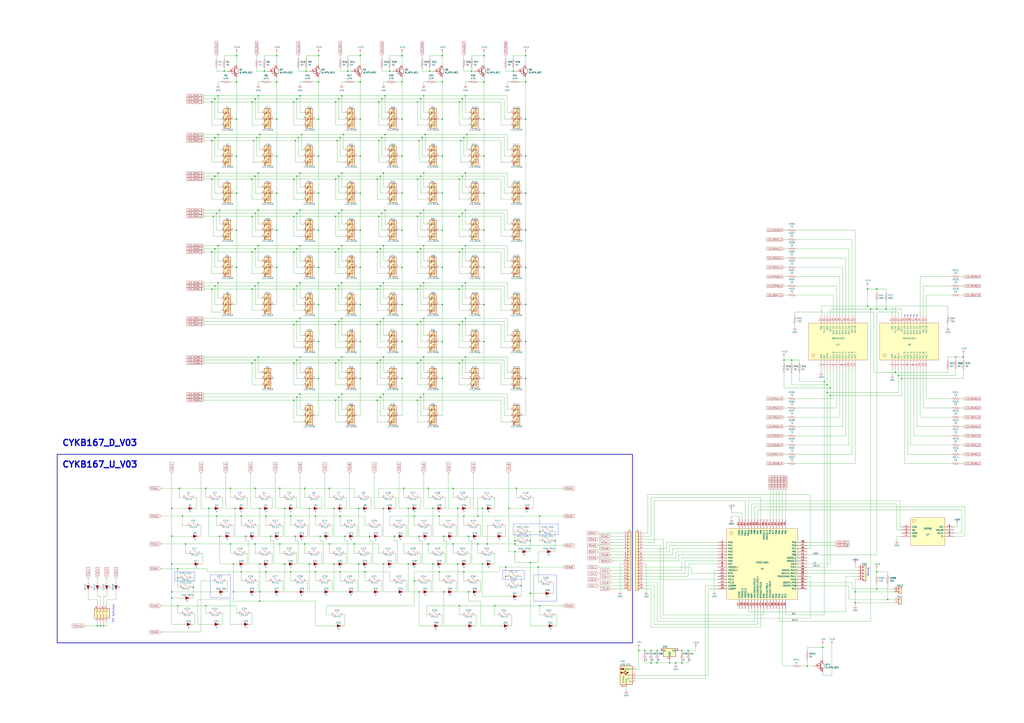
<source format=kicad_sch>
(kicad_sch (version 20250114) (generator "eeschema") (generator_version "9.0")
  (paper "A1")
  (title_block (title "Vortex Pok3r RGB"))
  (text "DIP Switches" (at 93.98 511.81 90) (effects (font (size 1.524 1.524)) (justify left bottom)))
  (text "CYKB167_D_V03" (at 50.8 367.03 0) (effects (font (size 5.08 5.08) (thickness 1.016) (bold yes)) (justify left bottom)))
  (text "Debug" (at 713.74 473.71 90) (effects (font (size 1.524 1.524)) (justify left bottom)))
  (text "CYKB167_U_V03" (at 50.8 384.81 0) (effects (font (size 5.08 5.08) (thickness 1.016) (bold yes)) (justify left bottom)))
  (junction (at 314.96 232.41))
  (junction (at 246.38 261.62))
  (junction (at 275.59 83.82))
  (junction (at 280.67 261.62))
  (junction (at 209.55 447.04))
  (junction (at 346.71 113.03))
  (junction (at 241.3 237.49))
  (junction (at 363.22 250.19))
  (junction (at 280.67 323.85))
  (junction (at 241.3 298.45))
  (junction (at 392.43 447.04))
  (junction (at 179.07 142.24))
  (junction (at 194.31 67.31))
  (junction (at 179.07 110.49))
  (junction (at 279.4 469.9))
  (junction (at 246.38 201.93))
  (junction (at 280.67 201.93))
  (junction (at 209.55 81.28))
  (junction (at 392.43 424.18))
  (junction (at 261.62 45.72))
  (junction (at 250.19 447.04))
  (junction (at 243.84 264.16))
  (junction (at 176.53 204.47))
  (junction (at 309.88 237.49))
  (junction (at 363.22 311.15))
  (junction (at 140.97 463.55))
  (junction (at 176.53 144.78))
  (junction (at 278.13 234.95))
  (junction (at 311.15 115.57))
  (junction (at 330.2 219.71))
  (junction (at 378.46 115.57))
  (junction (at 335.28 417.83))
  (junction (at 415.29 466.09))
  (junction (at 309.88 266.7))
  (junction (at 397.51 128.27))
  (junction (at 241.3 328.93))
  (junction (at 431.8 219.71))
  (junction (at 207.01 298.45))
  (junction (at 261.62 128.27))
  (junction (at 397.51 219.71))
  (junction (at 431.8 128.27))
  (junction (at 254 463.55))
  (junction (at 212.09 293.37))
  (junction (at 171.45 417.83))
  (junction (at 417.83 417.83))
  (junction (at 152.4 447.04))
  (junction (at 243.84 144.78))
  (junction (at 189.23 401.32))
  (junction (at 784.86 293.37))
  (junction (at 275.59 147.32))
  (junction (at 241.3 207.01))
  (junction (at 345.44 175.26))
  (junction (at 275.59 266.7))
  (junction (at 363.22 189.23))
  (junction (at 720.09 469.9))
  (junction (at 720.09 237.49))
  (junction (at 176.53 81.28))
  (junction (at 299.72 469.9))
  (junction (at 294.64 463.55))
  (junction (at 194.31 158.75))
  (junction (at 209.55 295.91))
  (junction (at 316.23 110.49))
  (junction (at 330.2 45.72))
  (junction (at 679.45 316.23))
  (junction (at 377.19 177.8))
  (junction (at 280.67 142.24))
  (junction (at 345.44 144.78))
  (junction (at 270.51 401.32))
  (junction (at 379.73 81.28))
  (junction (at 207.01 83.82))
  (junction (at 342.9 266.7))
  (junction (at 311.15 177.8))
  (junction (at 261.62 250.19))
  (junction (at 309.88 328.93))
  (junction (at 712.47 251.46))
  (junction (at 295.91 311.15))
  (junction (at 189.23 447.04))
  (junction (at 345.44 295.91))
  (junction (at 377.19 298.45))
  (junction (at 177.8 175.26))
  (junction (at 176.53 234.95))
  (junction (at 351.79 447.04))
  (junction (at 207.01 207.01))
  (junction (at 147.32 401.32))
  (junction (at 212.09 232.41))
  (junction (at 331.47 401.32))
  (junction (at 246.38 293.37))
  (junction (at 275.59 207.01))
  (junction (at 314.96 417.83))
  (junction (at 720.09 254))
  (junction (at 400.05 447.04))
  (junction (at 375.92 463.55))
  (junction (at 344.17 486.41))
  (junction (at 549.91 544.83))
  (junction (at 314.96 463.55))
  (junction (at 82.55 514.35))
  (junction (at 396.24 417.83))
  (junction (at 312.42 204.47))
  (junction (at 261.62 219.71))
  (junction (at 295.91 45.72))
  (junction (at 242.57 440.69))
  (junction (at 702.31 495.3))
  (junction (at 309.88 207.01))
  (junction (at 213.36 417.83))
  (junction (at 194.31 189.23))
  (junction (at 330.2 158.75))
  (junction (at 313.69 113.03))
  (junction (at 431.8 311.15))
  (junction (at 191.77 486.41))
  (junction (at 238.76 424.18))
  (junction (at 565.15 534.67))
  (junction (at 146.05 474.98))
  (junction (at 276.86 115.57))
  (junction (at 311.15 83.82))
  (junction (at 149.86 424.18))
  (junction (at 140.97 417.83))
  (junction (at 295.91 158.75))
  (junction (at 345.44 204.47))
  (junction (at 194.31 97.79))
  (junction (at 209.55 204.47))
  (junction (at 396.24 463.55))
  (junction (at 397.51 45.72))
  (junction (at 560.07 534.67))
  (junction (at 212.09 172.72))
  (junction (at 295.91 97.79))
  (junction (at 212.09 201.93))
  (junction (at 364.49 486.41))
  (junction (at 727.71 254))
  (junction (at 222.25 440.69))
  (junction (at 278.13 144.78))
  (junction (at 381 424.18))
  (junction (at 316.23 78.74))
  (junction (at 377.19 237.49))
  (junction (at 384.81 486.41))
  (junction (at 455.93 444.5))
  (junction (at 355.6 463.55))
  (junction (at 397.51 280.67))
  (junction (at 314.96 201.93))
  (junction (at 379.73 234.95))
  (junction (at 243.84 234.95))
  (junction (at 435.61 487.68))
  (junction (at 363.22 158.75))
  (junction (at 227.33 67.31))
  (junction (at 345.44 264.16))
  (junction (at 384.81 440.69))
  (junction (at 534.67 544.83))
  (junction (at 355.6 417.83))
  (junction (at 229.87 447.04))
  (junction (at 194.31 45.72))
  (junction (at 735.33 306.07))
  (junction (at 382.27 232.41))
  (junction (at 290.83 447.04))
  (junction (at 213.36 486.41))
  (junction (at 382.27 142.24))
  (junction (at 213.36 463.55))
  (junction (at 347.98 261.62))
  (junction (at 360.68 469.9))
  (junction (at 381 113.03))
  (junction (at 340.36 424.18))
  (junction (at 431.8 250.19))
  (junction (at 218.44 469.9))
  (junction (at 675.64 532.13))
  (junction (at 383.54 110.49))
  (junction (at 213.36 110.49))
  (junction (at 387.35 58.42))
  (junction (at 207.01 177.8))
  (junction (at 281.94 110.49))
  (junction (at 382.27 201.93))
  (junction (at 233.68 417.83))
  (junction (at 295.91 280.67))
  (junction (at 397.51 189.23))
  (junction (at 191.77 463.55))
  (junction (at 173.99 147.32))
  (junction (at 198.12 469.9))
  (junction (at 312.42 234.95))
  (junction (at 229.87 401.32))
  (junction (at 295.91 250.19))
  (junction (at 85.09 514.35))
  (junction (at 233.68 463.55))
  (junction (at 342.9 177.8))
  (junction (at 275.59 237.49))
  (junction (at 313.69 81.28))
  (junction (at 241.3 83.82))
  (junction (at 243.84 81.28))
  (junction (at 431.8 97.79))
  (junction (at 227.33 219.71))
  (junction (at 363.22 128.27))
  (junction (at 209.55 401.32))
  (junction (at 397.51 158.75))
  (junction (at 534.67 534.67))
  (junction (at 330.2 280.67))
  (junction (at 681.99 318.77))
  (junction (at 314.96 142.24))
  (junction (at 227.33 158.75))
  (junction (at 262.89 440.69))
  (junction (at 173.99 115.57))
  (junction (at 314.96 261.62))
  (junction (at 720.09 483.87))
  (junction (at 217.17 58.42))
  (junction (at 179.07 78.74))
  (junction (at 261.62 67.31))
  (junction (at 198.12 424.18))
  (junction (at 347.98 232.41))
  (junction (at 345.44 81.28))
  (junction (at 349.25 110.49))
  (junction (at 314.96 323.85))
  (junction (at 280.67 293.37))
  (junction (at 379.73 295.91))
  (junction (at 243.84 295.91))
  (junction (at 168.91 497.84))
  (junction (at 342.9 83.82))
  (junction (at 377.19 83.82))
  (junction (at 382.27 78.74))
  (junction (at 241.3 177.8))
  (junction (at 422.91 444.5))
  (junction (at 344.17 115.57))
  (junction (at 303.53 440.69))
  (junction (at 702.31 486.41))
  (junction (at 241.3 147.32))
  (junction (at 312.42 326.39))
  (junction (at 662.94 547.37))
  (junction (at 422.91 447.04))
  (junction (at 554.99 544.83))
  (junction (at 173.99 83.82))
  (junction (at 194.31 219.71))
  (junction (at 443.23 497.84))
  (junction (at 397.51 250.19))
  (junction (at 278.13 264.16))
  (junction (at 377.19 497.84))
  (junction (at 285.75 58.42))
  (junction (at 330.2 311.15))
  (junction (at 261.62 280.67))
  (junction (at 347.98 293.37))
  (junction (at 441.96 466.09))
  (junction (at 372.11 401.32))
  (junction (at 342.9 298.45))
  (junction (at 382.27 172.72))
  (junction (at 397.51 67.31))
  (junction (at 184.15 58.42))
  (junction (at 173.99 237.49))
  (junction (at 347.98 142.24))
  (junction (at 524.51 534.67))
  (junction (at 342.9 207.01))
  (junction (at 363.22 97.79))
  (junction (at 377.19 147.32))
  (junction (at 363.22 67.31))
  (junction (at 375.92 417.83))
  (junction (at 427.99 481.33))
  (junction (at 176.53 113.03))
  (junction (at 340.36 477.52))
  (junction (at 173.99 207.01))
  (junction (at 353.06 58.42))
  (junction (at 435.61 444.5))
  (junction (at 330.2 97.79))
  (junction (at 158.75 482.6))
  (junction (at 345.44 234.95))
  (junction (at 274.32 463.55))
  (junction (at 242.57 115.57))
  (junction (at 140.97 491.49))
  (junction (at 342.9 328.93))
  (junction (at 245.11 113.03))
  (junction (at 207.01 147.32))
  (junction (at 372.11 447.04))
  (junction (at 213.36 494.03))
  (junction (at 295.91 189.23))
  (junction (at 377.19 266.7))
  (junction (at 80.01 514.35))
  (junction (at 283.21 440.69))
  (junction (at 335.28 463.55))
  (junction (at 246.38 232.41))
  (junction (at 314.96 293.37))
  (junction (at 259.08 469.9))
  (junction (at 207.01 237.49))
  (junction (at 363.22 219.71))
  (junction (at 179.07 232.41))
  (junction (at 280.67 78.74))
  (junction (at 422.91 453.39))
  (junction (at 180.34 172.72))
  (junction (at 218.44 424.18))
  (junction (at 309.88 147.32))
  (junction (at 175.26 177.8))
  (junction (at 279.4 424.18))
  (junction (at 330.2 189.23))
  (junction (at 728.98 492.76))
  (junction (at 208.28 115.57))
  (junction (at 313.69 175.26))
  (junction (at 140.97 486.41))
  (junction (at 715.01 254))
  (junction (at 643.89 295.91))
  (junction (at 312.42 144.78))
  (junction (at 382.27 293.37))
  (junction (at 212.09 142.24))
  (junction (at 679.45 322.58))
  (junction (at 278.13 295.91))
  (junction (at 275.59 177.8))
  (junction (at 261.62 158.75))
  (junction (at 246.38 172.72))
  (junction (at 250.19 401.32))
  (junction (at 227.33 128.27))
  (junction (at 309.88 298.45))
  (junction (at 280.67 172.72))
  (junction (at 330.2 128.27))
  (junction (at 278.13 204.47))
  (junction (at 560.07 544.83))
  (junction (at 360.68 424.18))
  (junction (at 443.23 424.18))
  (junction (at 330.2 250.19))
  (junction (at 201.93 440.69))
  (junction (at 342.9 147.32))
  (junction (at 421.64 58.42))
  (junction (at 246.38 78.74))
  (junction (at 261.62 97.79))
  (junction (at 381 469.9))
  (junction (at 247.65 110.49))
  (junction (at 194.31 128.27))
  (junction (at 323.85 440.69))
  (junction (at 279.4 113.03))
  (junction (at 740.41 311.15))
  (junction (at 347.98 78.74))
  (junction (at 168.91 401.32))
  (junction (at 330.2 67.31))
  (junction (at 431.8 280.67))
  (junction (at 295.91 219.71))
  (junction (at 259.08 424.18))
  (junction (at 344.17 440.69))
  (junction (at 347.98 323.85))
  (junction (at 209.55 234.95))
  (junction (at 278.13 326.39))
  (junction (at 320.04 58.42))
  (junction (at 431.8 45.72))
  (junction (at 146.05 467.36))
  (junction (at 278.13 81.28))
  (junction (at 274.32 417.83))
  (junction (at 295.91 128.27))
  (junction (at 312.42 295.91))
  (junction (at 431.8 67.31))
  (junction (at 275.59 328.93))
  (junction (at 529.59 534.67))
  (junction (at 261.62 189.23))
  (junction (at 140.97 440.69))
  (junction (at 177.8 424.18))
  (junction (at 539.75 544.83))
  (junction (at 227.33 45.72))
  (junction (at 650.24 295.91))
  (junction (at 227.33 189.23))
  (junction (at 382.27 261.62))
  (junction (at 246.38 142.24))
  (junction (at 539.75 534.67))
  (junction (at 251.46 58.42))
  (junction (at 364.49 440.69))
  (junction (at 431.8 189.23))
  (junction (at 254 417.83))
  (junction (at 246.38 323.85))
  (junction (at 377.19 207.01))
  (junction (at 791.21 293.37))
  (junction (at 243.84 326.39))
  (junction (at 379.73 264.16))
  (junction (at 295.91 67.31))
  (junction (at 345.44 326.39))
  (junction (at 294.64 417.83))
  (junction (at 379.73 144.78))
  (junction (at 243.84 175.26))
  (junction (at 193.04 417.83))
  (junction (at 280.67 232.41))
  (junction (at 146.05 497.84))
  (junction (at 342.9 237.49))
  (junction (at 270.51 447.04))
  (junction (at 351.79 401.32))
  (junction (at 238.76 469.9))
  (junction (at 443.23 436.88))
  (junction (at 179.07 201.93))
  (junction (at 278.13 175.26))
  (junction (at 347.98 172.72))
  (junction (at 209.55 175.26))
  (junction (at 227.33 97.79))
  (junction (at 243.84 204.47))
  (junction (at 363.22 45.72))
  (junction (at 712.47 237.49))
  (junction (at 379.73 175.26))
  (junction (at 212.09 78.74))
  (junction (at 681.99 325.12))
  (junction (at 347.98 201.93))
  (junction (at 275.59 298.45))
  (junction (at 406.4 497.84))
  (junction (at 431.8 158.75))
  (junction (at 363.22 280.67))
  (junction (at 210.82 113.03))
  (junction (at 241.3 266.7))
  (junction (at 435.61 462.28))
  (junction (at 737.87 308.61))
  (junction (at 316.23 172.72))
  (junction (at 424.18 401.32))
  (junction (at 312.42 264.16))
  (junction (at 415.29 473.71))
  (junction (at 180.34 440.69))
  (junction (at 379.73 204.47))
  (junction (at 209.55 144.78))
  (junction (at 397.51 97.79))
  (junction (at 676.91 313.69))
  (junction (at 261.62 311.15))
  (no_connect (at 750.57 259.08))
  (no_connect (at 742.95 259.08))
  (no_connect (at 745.49 259.08))
  (no_connect (at 748.03 259.08))
  (no_connect (at 753.11 259.08))
  (wire (pts (xy 365.76 463.55) (xy 365.76 454.66)))
  (wire (pts (xy 213.36 123.19) (xy 213.36 110.49)))
  (wire (pts (xy 417.83 453.39) (xy 422.91 453.39)))
  (wire (pts (xy 778.51 266.7) (xy 778.51 269.24)))
  (wire (pts (xy 377.19 194.31) (xy 377.19 177.8)))
  (wire (pts (xy 279.4 113.03) (xy 313.69 113.03)))
  (wire (pts (xy 295.91 219.71) (xy 293.37 219.71)))
  (wire (pts (xy 212.09 232.41) (xy 246.38 232.41)))
  (wire (pts (xy 411.48 316.23) (xy 411.48 298.45)))
  (wire (pts (xy 674.37 259.08) (xy 674.37 251.46)))
  (wire (pts (xy 312.42 341.63) (xy 312.42 326.39)))
  (wire (pts (xy 176.53 97.79) (xy 176.53 81.28)))
  (wire (pts (xy 146.05 467.36) (xy 132.08 467.36)))
  (wire (pts (xy 209.55 219.71) (xy 209.55 204.47)))
  (wire (pts (xy 758.19 234.95) (xy 758.19 259.08)))
  (wire (pts (xy 421.64 58.42) (xy 424.18 58.42)))
  (wire (pts (xy 246.38 261.62) (xy 167.64 261.62)))
  (wire (pts (xy 643.89 242.57) (xy 646.43 242.57)))
  (wire (pts (xy 212.09 477.52) (xy 210.82 477.52)))
  (wire (pts (xy 381 469.9) (xy 360.68 469.9)))
  (wire (pts (xy 373.38 486.41) (xy 374.65 486.41)))
  (wire (pts (xy 656.59 313.69) (xy 656.59 306.07)))
  (wire (pts (xy 681.99 325.12) (xy 681.99 463.55)))
  (wire (pts (xy 238.76 431.8) (xy 238.76 424.18)))
  (wire (pts (xy 189.23 447.04) (xy 152.4 447.04)))
  (wire (pts (xy 646.43 335.28) (xy 643.89 335.28)))
  (wire (pts (xy 394.97 189.23) (xy 397.51 189.23)))
  (wire (pts (xy 355.6 486.41) (xy 355.6 463.55)))
  (wire (pts (xy 360.68 469.9) (xy 340.36 469.9)))
  (wire (pts (xy 364.49 444.5) (xy 364.49 440.69)))
  (wire (pts (xy 140.97 491.49) (xy 140.97 513.08)))
  (wire (pts (xy 781.05 335.28) (xy 758.19 335.28)))
  (wire (pts (xy 179.07 67.31) (xy 179.07 69.85)))
  (wire (pts (xy 317.5 189.23) (xy 313.69 189.23)))
  (wire (pts (xy 416.56 201.93) (xy 416.56 214.63)))
  (wire (pts (xy 264.16 454.66) (xy 262.89 454.66)))
  (wire (pts (xy 191.77 463.55) (xy 180.34 463.55)))
  (wire (pts (xy 384.81 92.71) (xy 382.27 92.71)))
  (wire (pts (xy 345.44 341.63) (xy 345.44 326.39)))
  (wire (pts (xy 279.4 469.9) (xy 259.08 469.9)))
  (wire (pts (xy 781.05 242.57) (xy 760.73 242.57)))
  (wire (pts (xy 420.37 505.46) (xy 419.1 505.46)))
  (wire (pts (xy 238.76 477.52) (xy 238.76 469.9)))
  (wire (pts (xy 662.94 547.37) (xy 668.02 547.37)))
  (wire (pts (xy 414.02 219.71) (xy 419.1 219.71)))
  (wire (pts (xy 304.8 417.83) (xy 304.8 408.94)))
  (wire (pts (xy 689.61 227.33) (xy 689.61 259.08)))
  (polyline (pts (xy 412.75 468.63) (xy 430.53 468.63)))
  (wire (pts (xy 435.61 487.68) (xy 435.61 514.35)))
  (wire (pts (xy 405.13 463.55) (xy 406.4 463.55)))
  (wire (pts (xy 309.88 207.01) (xy 275.59 207.01)))
  (wire (pts (xy 737.87 256.54) (xy 737.87 259.08)))
  (wire (pts (xy 212.09 78.74) (xy 246.38 78.74)))
  (wire (pts (xy 619.76 416.56) (xy 792.48 416.56)))
  (wire (pts (xy 242.57 463.55) (xy 243.84 463.55)))
  (wire (pts (xy 168.91 401.32) (xy 147.32 401.32)))
  (wire (pts (xy 346.71 128.27) (xy 346.71 113.03)))
  (wire (pts (xy 283.21 280.67) (xy 278.13 280.67)))
  (wire (pts (xy 245.11 48.26) (xy 245.11 45.72)))
  (wire (pts (xy 443.23 497.84) (xy 406.4 497.84)))
  (wire (pts (xy 330.2 219.71) (xy 327.66 219.71)))
  (wire (pts (xy 792.48 416.56) (xy 792.48 440.69)))
  (wire (pts (xy 182.88 417.83) (xy 182.88 408.94)))
  (wire (pts (xy 455.93 444.5) (xy 455.93 453.39)))
  (wire (pts (xy 170.18 469.9) (xy 170.18 467.36)))
  (wire (pts (xy 419.1 67.31) (xy 416.56 67.31)))
  (wire (pts (xy 331.47 401.32) (xy 351.79 401.32)))
  (wire (pts (xy 345.44 440.69) (xy 344.17 440.69)))
  (wire (pts (xy 176.53 81.28) (xy 167.64 81.28)))
  (wire (pts (xy 220.98 477.52) (xy 218.44 477.52)))
  (wire (pts (xy 87.63 496.57) (xy 87.63 492.76)))
  (wire (pts (xy 350.52 219.71) (xy 345.44 219.71)))
  (wire (pts (xy 397.51 250.19) (xy 397.51 219.71)))
  (wire (pts (xy 419.1 163.83) (xy 411.48 163.83)))
  (wire (pts (xy 243.84 311.15) (xy 243.84 295.91)))
  (wire (pts (xy 342.9 83.82) (xy 311.15 83.82)))
  (wire (pts (xy 679.45 259.08) (xy 679.45 256.54)))
  (wire (pts (xy 251.46 55.88) (xy 251.46 58.42)))
  (wire (pts (xy 646.43 365.76) (xy 643.89 365.76)))
  (wire (pts (xy 280.67 293.37) (xy 314.96 293.37)))
  (wire (pts (xy 80.01 490.22) (xy 80.01 486.41)))
  (wire (pts (xy 241.3 298.45) (xy 207.01 298.45)))
  (wire (pts (xy 261.62 43.18) (xy 261.62 45.72)))
  (wire (pts (xy 214.63 123.19) (xy 213.36 123.19)))
  (wire (pts (xy 224.79 158.75) (xy 227.33 158.75)))
  (wire (pts (xy 643.89 327.66) (xy 646.43 327.66)))
  (wire (pts (xy 394.97 280.67) (xy 397.51 280.67)))
  (wire (pts (xy 304.8 454.66) (xy 303.53 454.66)))
  (wire (pts (xy 209.55 250.19) (xy 209.55 234.95)))
  (wire (pts (xy 241.3 177.8) (xy 241.3 194.31)))
  (wire (pts (xy 311.15 454.66) (xy 311.15 447.04)))
  (wire (pts (xy 778.51 251.46) (xy 735.33 251.46)))
  (wire (pts (xy 189.23 401.32) (xy 168.91 401.32)))
  (wire (pts (xy 232.41 454.66) (xy 229.87 454.66)))
  (wire (pts (xy 377.19 177.8) (xy 342.9 177.8)))
  (wire (pts (xy 650.24 295.91) (xy 656.59 295.91)))
  (wire (pts (xy 336.55 463.55) (xy 335.28 463.55)))
  (wire (pts (xy 259.08 477.52) (xy 259.08 469.9)))
  (wire (pts (xy 285.75 463.55) (xy 285.75 444.5)))
  (wire (pts (xy 261.62 250.19) (xy 261.62 280.67)))
  (wire (pts (xy 687.07 303.53) (xy 687.07 335.28)))
  (wire (pts (xy 364.49 514.35) (xy 364.49 486.41)))
  (wire (pts (xy 184.15 55.88) (xy 184.15 58.42)))
  (wire (pts (xy 181.61 189.23) (xy 177.8 189.23)))
  (wire (pts (xy 360.68 341.63) (xy 363.22 341.63)))
  (wire (pts (xy 340.36 431.8) (xy 340.36 424.18)))
  (wire (pts (xy 167.64 144.78) (xy 176.53 144.78)))
  (wire (pts (xy 415.29 466.09) (xy 410.21 466.09)))
  (wire (pts (xy 565.15 534.67) (xy 571.5 534.67)))
  (wire (pts (xy 416.56 323.85) (xy 416.56 336.55)))
  (wire (pts (xy 264.16 463.55) (xy 264.16 454.66)))
  (wire (pts (xy 511.81 440.69) (xy 501.65 440.69)))
  (wire (pts (xy 261.62 311.15) (xy 261.62 341.63)))
  (wire (pts (xy 243.84 234.95) (xy 278.13 234.95)))
  (wire (pts (xy 788.67 342.9) (xy 791.21 342.9)))
  (wire (pts (xy 311.15 194.31) (xy 311.15 177.8)))
  (wire (pts (xy 778.51 259.08) (xy 778.51 251.46)))
  (wire (pts (xy 227.33 45.72) (xy 227.33 53.34)))
  (wire (pts (xy 406.4 463.55) (xy 406.4 454.66)))
  (wire (pts (xy 204.47 463.55) (xy 204.47 444.5)))
  (wire (pts (xy 382.27 514.35) (xy 364.49 514.35)))
  (wire (pts (xy 384.81 194.31) (xy 377.19 194.31)))
  (wire (pts (xy 284.48 463.55) (xy 284.48 454.66)))
  (wire (pts (xy 462.28 466.09) (xy 441.96 466.09)))
  (polyline (pts (xy 143.51 469.9) (xy 160.02 469.9)))
  (wire (pts (xy 152.4 447.04) (xy 132.08 447.04)))
  (wire (pts (xy 330.2 250.19) (xy 330.2 280.67)))
  (wire (pts (xy 246.38 214.63) (xy 246.38 201.93)))
  (wire (pts (xy 350.52 102.87) (xy 342.9 102.87)))
  (wire (pts (xy 415.29 466.09) (xy 415.29 473.71)))
  (wire (pts (xy 351.79 454.66) (xy 351.79 447.04)))
  (wire (pts (xy 342.9 255.27) (xy 342.9 237.49)))
  (wire (pts (xy 80.01 474.98) (xy 80.01 478.79)))
  (wire (pts (xy 643.89 295.91) (xy 650.24 295.91)))
  (wire (pts (xy 241.3 147.32) (xy 241.3 163.83)))
  (wire (pts (xy 347.98 245.11) (xy 347.98 232.41)))
  (wire (pts (xy 334.01 431.8) (xy 332.74 431.8)))
  (wire (pts (xy 394.97 97.79) (xy 397.51 97.79)))
  (wire (pts (xy 600.71 421.64) (xy 609.6 421.64)))
  (wire (pts (xy 327.66 97.79) (xy 330.2 97.79)))
  (wire (pts (xy 207.01 237.49) (xy 173.99 237.49)))
  (wire (pts (xy 381 55.88) (xy 381 58.42)))
  (wire (pts (xy 414.02 440.69) (xy 415.29 440.69)))
  (wire (pts (xy 347.98 293.37) (xy 382.27 293.37)))
  (wire (pts (xy 280.67 78.74) (xy 316.23 78.74)))
  (wire (pts (xy 377.19 316.23) (xy 377.19 298.45)))
  (wire (pts (xy 662.94 471.17) (xy 704.85 471.17)))
  (wire (pts (xy 224.79 189.23) (xy 227.33 189.23)))
  (wire (pts (xy 207.01 177.8) (xy 207.01 194.31)))
  (wire (pts (xy 323.85 417.83) (xy 325.12 417.83)))
  (wire (pts (xy 316.23 417.83) (xy 314.96 417.83)))
  (wire (pts (xy 643.89 293.37) (xy 643.89 295.91)))
  (wire (pts (xy 361.95 514.35) (xy 363.22 514.35)))
  (wire (pts (xy 491.49 458.47) (xy 511.81 458.47)))
  (wire (pts (xy 214.63 102.87) (xy 207.01 102.87)))
  (wire (pts (xy 295.91 45.72) (xy 295.91 53.34)))
  (wire (pts (xy 397.51 417.83) (xy 396.24 417.83)))
  (wire (pts (xy 181.61 224.79) (xy 173.99 224.79)))
  (wire (pts (xy 567.69 466.09) (xy 567.69 471.17)))
  (wire (pts (xy 600.71 419.1) (xy 600.71 421.64)))
  (wire (pts (xy 181.61 417.83) (xy 182.88 417.83)))
  (wire (pts (xy 316.23 110.49) (xy 349.25 110.49)))
  (wire (pts (xy 624.84 500.38) (xy 624.84 515.62)))
  (wire (pts (xy 261.62 341.63) (xy 259.08 341.63)))
  (wire (pts (xy 414.02 189.23) (xy 419.1 189.23)))
  (wire (pts (xy 365.76 408.94) (xy 364.49 408.94)))
  (wire (pts (xy 293.37 440.69) (xy 293.37 431.8)))
  (wire (pts (xy 207.01 163.83) (xy 214.63 163.83)))
  (wire (pts (xy 345.44 250.19) (xy 350.52 250.19)))
  (wire (pts (xy 414.02 204.47) (xy 414.02 219.71)))
  (wire (pts (xy 173.99 224.79) (xy 173.99 207.01)))
  (wire (pts (xy 382.27 184.15) (xy 382.27 172.72)))
  (wire (pts (xy 419.1 102.87) (xy 411.48 102.87)))
  (wire (pts (xy 179.07 110.49) (xy 213.36 110.49)))
  (wire (pts (xy 248.92 224.79) (xy 241.3 224.79)))
  (wire (pts (xy 457.2 514.35) (xy 457.2 505.46)))
  (wire (pts (xy 342.9 147.32) (xy 342.9 163.83)))
  (wire (pts (xy 411.48 237.49) (xy 377.19 237.49)))
  (wire (pts (xy 309.88 328.93) (xy 342.9 328.93)))
  (wire (pts (xy 212.09 67.31) (xy 212.09 69.85)))
  (wire (pts (xy 411.48 207.01) (xy 377.19 207.01)))
  (wire (pts (xy 250.19 454.66) (xy 250.19 447.04)))
  (wire (pts (xy 140.97 388.62) (xy 140.97 417.83)))
  (wire (pts (xy 312.42 486.41) (xy 313.69 486.41)))
  (wire (pts (xy 384.81 128.27) (xy 381 128.27)))
  (wire (pts (xy 140.97 440.69) (xy 140.97 463.55)))
  (wire (pts (xy 397.51 128.27) (xy 397.51 158.75)))
  (wire (pts (xy 589.28 450.85) (xy 552.45 450.85)))
  (wire (pts (xy 562.61 461.01) (xy 562.61 471.17)))
  (wire (pts (xy 85.09 514.35) (xy 87.63 514.35)))
  (wire (pts (xy 309.88 316.23) (xy 309.88 298.45)))
  (wire (pts (xy 246.38 153.67) (xy 246.38 142.24)))
  (wire (pts (xy 557.53 534.67) (xy 560.07 534.67)))
  (wire (pts (xy 212.09 486.41) (xy 212.09 477.52)))
  (wire (pts (xy 241.3 163.83) (xy 248.92 163.83)))
  (wire (pts (xy 218.44 424.18) (xy 198.12 424.18)))
  (wire (pts (xy 182.88 440.69) (xy 180.34 440.69)))
  (wire (pts (xy 384.81 494.03) (xy 384.81 486.41)))
  (wire (pts (xy 422.91 462.28) (xy 422.91 453.39)))
  (wire (pts (xy 290.83 454.66) (xy 290.83 447.04)))
  (wire (pts (xy 290.83 401.32) (xy 270.51 401.32)))
  (wire (pts (xy 351.79 447.04) (xy 331.47 447.04)))
  (wire (pts (xy 457.2 505.46) (xy 455.93 505.46)))
  (wire (pts (xy 280.67 336.55) (xy 280.67 323.85)))
  (wire (pts (xy 784.86 293.37) (xy 791.21 293.37)))
  (wire (pts (xy 314.96 153.67) (xy 314.96 142.24)))
  (wire (pts (xy 652.78 266.7) (xy 652.78 269.24)))
  (wire (pts (xy 278.13 97.79) (xy 283.21 97.79)))
  (wire (pts (xy 435.61 436.88) (xy 434.34 436.88)))
  (wire (pts (xy 171.45 417.83) (xy 165.1 417.83)))
  (wire (pts (xy 347.98 67.31) (xy 347.98 69.85)))
  (wire (pts (xy 345.44 454.66) (xy 344.17 454.66)))
  (polyline (pts (xy 143.51 477.52) (xy 143.51 469.9)))
  (wire (pts (xy 760.73 303.53) (xy 760.73 327.66)))
  (wire (pts (xy 317.5 92.71) (xy 316.23 92.71)))
  (wire (pts (xy 374.65 408.94) (xy 372.11 408.94)))
  (wire (pts (xy 309.88 298.45) (xy 275.59 298.45)))
  (wire (pts (xy 416.56 142.24) (xy 416.56 153.67)))
  (wire (pts (xy 426.72 408.94) (xy 424.18 408.94)))
  (wire (pts (xy 382.27 142.24) (xy 416.56 142.24)))
  (wire (pts (xy 406.4 440.69) (xy 396.24 440.69)))
  (wire (pts (xy 415.29 440.69) (xy 415.29 431.8)))
  (wire (pts (xy 624.84 515.62) (xy 534.67 515.62)))
  (wire (pts (xy 788.67 242.57) (xy 791.21 242.57)))
  (wire (pts (xy 223.52 417.83) (xy 223.52 408.94)))
  (wire (pts (xy 353.06 440.69) (xy 354.33 440.69)))
  (wire (pts (xy 243.84 408.94) (xy 242.57 408.94)))
  (wire (pts (xy 372.11 408.94) (xy 372.11 401.32)))
  (wire (pts (xy 679.45 316.23) (xy 679.45 322.58)))
  (wire (pts (xy 377.19 224.79) (xy 384.81 224.79)))
  (wire (pts (xy 683.26 529.59) (xy 683.26 554.99)))
  (polyline (pts (xy 46.99 373.38) (xy 519.43 373.38)) (stroke (width 0.508)))
  (wire (pts (xy 222.25 463.55) (xy 223.52 463.55)))
  (wire (pts (xy 317.5 219.71) (xy 312.42 219.71)))
  (wire (pts (xy 246.38 417.83) (xy 246.38 388.62)))
  (wire (pts (xy 241.3 224.79) (xy 241.3 207.01)))
  (wire (pts (xy 342.9 163.83) (xy 350.52 163.83)))
  (wire (pts (xy 397.51 189.23) (xy 397.51 219.71)))
  (wire (pts (xy 347.98 275.59) (xy 347.98 261.62)))
  (wire (pts (xy 740.41 325.12) (xy 681.99 325.12)))
  (wire (pts (xy 207.01 102.87) (xy 207.01 83.82)))
  (wire (pts (xy 194.31 43.18) (xy 194.31 45.72)))
  (wire (pts (xy 316.23 184.15) (xy 316.23 172.72)))
  (wire (pts (xy 153.67 431.8) (xy 149.86 431.8)))
  (wire (pts (xy 436.88 417.83) (xy 438.15 417.83)))
  (wire (pts (xy 273.05 431.8) (xy 271.78 431.8)))
  (wire (pts (xy 789.94 419.1) (xy 789.94 438.15)))
  (wire (pts (xy 760.73 242.57) (xy 760.73 259.08)))
  (wire (pts (xy 182.88 504.19) (xy 181.61 504.19)))
  (wire (pts (xy 284.48 486.41) (xy 274.32 486.41)))
  (wire (pts (xy 363.22 63.5) (xy 363.22 67.31)))
  (wire (pts (xy 344.17 463.55) (xy 345.44 463.55)))
  (wire (pts (xy 360.68 189.23) (xy 363.22 189.23)))
  (wire (pts (xy 261.62 477.52) (xy 259.08 477.52)))
  (wire (pts (xy 303.53 440.69) (xy 294.64 440.69)))
  (wire (pts (xy 501.65 445.77) (xy 511.81 445.77)))
  (wire (pts (xy 414.02 295.91) (xy 379.73 295.91)))
  (wire (pts (xy 275.59 147.32) (xy 275.59 163.83)))
  (wire (pts (xy 662.94 455.93) (xy 720.09 455.93)))
  (wire (pts (xy 207.01 207.01) (xy 207.01 224.79)))
  (wire (pts (xy 168.91 408.94) (xy 168.91 401.32)))
  (wire (pts (xy 312.42 250.19) (xy 317.5 250.19)))
  (wire (pts (xy 309.88 266.7) (xy 275.59 266.7)))
  (wire (pts (xy 209.55 311.15) (xy 209.55 295.91)))
  (wire (pts (xy 411.48 298.45) (xy 377.19 298.45)))
  (wire (pts (xy 441.96 478.79) (xy 441.96 466.09)))
  (wire (pts (xy 342.9 328.93) (xy 411.48 328.93)))
  (wire (pts (xy 501.65 450.85) (xy 511.81 450.85)))
  (polyline (pts (xy 160.02 469.9) (xy 160.02 477.52)))
  (wire (pts (xy 294.64 486.41) (xy 294.64 463.55)))
  (wire (pts (xy 295.91 280.67) (xy 295.91 311.15)))
  (wire (pts (xy 384.81 306.07) (xy 382.27 306.07)))
  (wire (pts (xy 571.5 534.67) (xy 571.5 532.13)))
  (wire (pts (xy 363.22 280.67) (xy 363.22 250.19)))
  (wire (pts (xy 179.07 153.67) (xy 179.07 142.24)))
  (wire (pts (xy 245.11 444.5) (xy 242.57 444.5)))
  (wire (pts (xy 248.92 158.75) (xy 243.84 158.75)))
  (wire (pts (xy 646.43 234.95) (xy 643.89 234.95)))
  (wire (pts (xy 182.88 513.08) (xy 182.88 504.19)))
  (wire (pts (xy 382.27 245.11) (xy 382.27 232.41)))
  (wire (pts (xy 254 440.69) (xy 254 417.83)))
  (wire (pts (xy 243.84 264.16) (xy 278.13 264.16)))
  (wire (pts (xy 224.79 97.79) (xy 227.33 97.79)))
  (wire (pts (xy 241.3 316.23) (xy 241.3 298.45)))
  (wire (pts (xy 254 463.55) (xy 245.11 463.55)))
  (wire (pts (xy 246.38 232.41) (xy 280.67 232.41)))
  (wire (pts (xy 208.28 133.35) (xy 214.63 133.35)))
  (wire (pts (xy 285.75 444.5) (xy 283.21 444.5)))
  (wire (pts (xy 283.21 189.23) (xy 278.13 189.23)))
  (wire (pts (xy 529.59 534.67) (xy 534.67 534.67)))
  (wire (pts (xy 175.26 477.52) (xy 165.1 477.52)))
  (wire (pts (xy 248.92 67.31) (xy 246.38 67.31)))
  (wire (pts (xy 207.01 177.8) (xy 175.26 177.8)))
  (wire (pts (xy 345.44 97.79) (xy 350.52 97.79)))
  (wire (pts (xy 201.93 440.69) (xy 193.04 440.69)))
  (wire (pts (xy 177.8 58.42) (xy 184.15 58.42)))
  (wire (pts (xy 210.82 113.03) (xy 245.11 113.03)))
  (wire (pts (xy 379.73 505.46) (xy 377.19 505.46)))
  (wire (pts (xy 654.05 234.95) (xy 687.07 234.95)))
  (wire (pts (xy 317.5 184.15) (xy 316.23 184.15)))
  (wire (pts (xy 429.26 311.15) (xy 431.8 311.15)))
  (wire (pts (xy 325.12 67.31) (xy 330.2 67.31)))
  (wire (pts (xy 431.8 219.71) (xy 429.26 219.71)))
  (wire (pts (xy 393.7 486.41) (xy 394.97 486.41)))
  (wire (pts (xy 284.48 417.83) (xy 284.48 408.94)))
  (wire (pts (xy 347.98 172.72) (xy 382.27 172.72)))
  (wire (pts (xy 227.33 219.71) (xy 224.79 219.71)))
  (wire (pts (xy 632.46 402.59) (xy 632.46 426.72)))
  (wire (pts (xy 149.86 424.18) (xy 132.08 424.18)))
  (wire (pts (xy 80.01 511.81) (xy 80.01 514.35)))
  (wire (pts (xy 353.06 55.88) (xy 353.06 58.42)))
  (wire (pts (xy 347.98 201.93) (xy 382.27 201.93)))
  (wire (pts (xy 293.37 128.27) (xy 295.91 128.27)))
  (wire (pts (xy 374.65 431.8) (xy 373.38 431.8)))
  (wire (pts (xy 363.22 43.18) (xy 363.22 45.72)))
  (wire (pts (xy 534.67 483.87) (xy 528.32 483.87)))
  (wire (pts (xy 280.67 153.67) (xy 280.67 142.24)))
  (wire (pts (xy 379.73 280.67) (xy 379.73 264.16)))
  (wire (pts (xy 227.33 250.19) (xy 224.79 250.19)))
  (wire (pts (xy 331.47 408.94) (xy 331.47 401.32)))
  (wire (pts (xy 284.48 408.94) (xy 283.21 408.94)))
  (wire (pts (xy 334.01 408.94) (xy 331.47 408.94)))
  (wire (pts (xy 327.66 128.27) (xy 330.2 128.27)))
  (wire (pts (xy 560.07 534.67) (xy 565.15 534.67)))
  (wire (pts (xy 227.33 128.27) (xy 227.33 158.75)))
  (wire (pts (xy 697.23 303.53) (xy 697.23 365.76)))
  (wire (pts (xy 243.84 204.47) (xy 278.13 204.47)))
  (wire (pts (xy 312.42 219.71) (xy 312.42 204.47)))
  (wire (pts (xy 554.99 546.1) (xy 554.99 544.83)))
  (wire (pts (xy 241.3 285.75) (xy 241.3 266.7)))
  (wire (pts (xy 381 431.8) (xy 381 424.18)))
  (wire (pts (xy 367.03 463.55) (xy 367.03 444.5)))
  (wire (pts (xy 313.69 408.94) (xy 311.15 408.94)))
  (wire (pts (xy 654.05 227.33) (xy 689.61 227.33)))
  (wire (pts (xy 720.09 467.36) (xy 720.09 469.9)))
  (wire (pts (xy 422.91 444.5) (xy 424.18 444.5)))
  (polyline (pts (xy 172.72 491.49) (xy 189.23 491.49)))
  (wire (pts (xy 210.82 486.41) (xy 212.09 486.41)))
  (wire (pts (xy 712.47 234.95) (xy 712.47 237.49)))
  (wire (pts (xy 173.99 133.35) (xy 181.61 133.35)))
  (polyline (pts (xy 457.2 472.44) (xy 438.15 472.44)))
  (wire (pts (xy 207.01 207.01) (xy 173.99 207.01)))
  (wire (pts (xy 323.85 440.69) (xy 314.96 440.69)))
  (wire (pts (xy 293.37 311.15) (xy 295.91 311.15)))
  (wire (pts (xy 325.12 440.69) (xy 323.85 440.69)))
  (wire (pts (xy 270.51 447.04) (xy 250.19 447.04)))
  (wire (pts (xy 665.48 473.71) (xy 665.48 508)))
  (wire (pts (xy 340.36 477.52) (xy 340.36 497.84)))
  (wire (pts (xy 549.91 453.39) (xy 528.32 453.39)))
  (wire (pts (xy 539.75 535.94) (xy 539.75 534.67)))
  (wire (pts (xy 248.92 346.71) (xy 241.3 346.71)))
  (wire (pts (xy 276.86 133.35) (xy 283.21 133.35)))
  (wire (pts (xy 214.63 417.83) (xy 213.36 417.83)))
  (wire (pts (xy 377.19 417.83) (xy 375.92 417.83)))
  (wire (pts (xy 419.1 311.15) (xy 414.02 311.15)))
  (wire (pts (xy 280.67 245.11) (xy 280.67 232.41)))
  (wire (pts (xy 454.66 478.79) (xy 453.39 478.79)))
  (wire (pts (xy 384.81 444.5) (xy 384.81 440.69)))
  (wire (pts (xy 299.72 424.18) (xy 299.72 431.8)))
  (wire (pts (xy 443.23 444.5) (xy 444.5 444.5)))
  (wire (pts (xy 384.81 463.55) (xy 386.08 463.55)))
  (wire (pts (xy 317.5 346.71) (xy 309.88 346.71)))
  (wire (pts (xy 314.96 440.69) (xy 314.96 417.83)))
  (wire (pts (xy 252.73 431.8) (xy 251.46 431.8)))
  (wire (pts (xy 427.99 473.71) (xy 427.99 481.33)))
  (wire (pts (xy 290.83 67.31) (xy 295.91 67.31)))
  (wire (pts (xy 167.64 78.74) (xy 179.07 78.74)))
  (wire (pts (xy 243.84 486.41) (xy 233.68 486.41)))
  (wire (pts (xy 386.08 417.83) (xy 386.08 408.94)))
  (wire (pts (xy 275.59 163.83) (xy 283.21 163.83)))
  (wire (pts (xy 317.5 336.55) (xy 314.96 336.55)))
  (wire (pts (xy 377.19 505.46) (xy 377.19 497.84)))
  (wire (pts (xy 791.21 303.53) (xy 791.21 311.15)))
  (wire (pts (xy 283.21 514.35) (xy 283.21 505.46)))
  (wire (pts (xy 565.15 473.71) (xy 528.32 473.71)))
  (wire (pts (xy 274.32 417.83) (xy 266.7 417.83)))
  (wire (pts (xy 431.8 280.67) (xy 429.26 280.67)))
  (wire (pts (xy 676.91 303.53) (xy 676.91 313.69)))
  (wire (pts (xy 261.62 158.75) (xy 261.62 189.23)))
  (wire (pts (xy 193.04 440.69) (xy 193.04 417.83)))
  (wire (pts (xy 175.26 177.8) (xy 175.26 194.31)))
  (wire (pts (xy 384.81 250.19) (xy 379.73 250.19)))
  (wire (pts (xy 355.6 463.55) (xy 346.71 463.55)))
  (wire (pts (xy 537.21 513.08) (xy 622.3 513.08)))
  (wire (pts (xy 443.23 436.88) (xy 443.23 444.5)))
  (wire (pts (xy 378.46 133.35) (xy 384.81 133.35)))
  (wire (pts (xy 281.94 514.35) (xy 283.21 514.35)))
  (wire (pts (xy 491.49 471.17) (xy 511.81 471.17)))
  (wire (pts (xy 229.87 408.94) (xy 229.87 401.32)))
  (wire (pts (xy 317.5 280.67) (xy 312.42 280.67)))
  (wire (pts (xy 363.22 189.23) (xy 363.22 219.71)))
  (wire (pts (xy 246.38 336.55) (xy 246.38 323.85)))
  (wire (pts (xy 284.48 440.69) (xy 283.21 440.69)))
  (wire (pts (xy 377.19 497.84) (xy 350.52 497.84)))
  (wire (pts (xy 146.05 467.36) (xy 146.05 474.98)))
  (wire (pts (xy 212.09 440.69) (xy 212.09 431.8)))
  (wire (pts (xy 344.17 444.5) (xy 344.17 440.69)))
  (wire (pts (xy 167.64 110.49) (xy 179.07 110.49)))
  (wire (pts (xy 411.48 514.35) (xy 394.97 514.35)))
  (wire (pts (xy 316.23 78.74) (xy 347.98 78.74)))
  (wire (pts (xy 416.56 336.55) (xy 419.1 336.55)))
  (wire (pts (xy 325.12 486.41) (xy 314.96 486.41)))
  (wire (pts (xy 248.92 341.63) (xy 243.84 341.63)))
  (wire (pts (xy 201.93 463.55) (xy 203.2 463.55)))
  (wire (pts (xy 382.27 306.07) (xy 382.27 293.37)))
  (wire (pts (xy 438.15 417.83) (xy 438.15 408.94)))
  (wire (pts (xy 720.09 254) (xy 727.71 254)))
  (wire (pts (xy 347.98 336.55) (xy 347.98 323.85)))
  (wire (pts (xy 567.69 471.17) (xy 589.28 471.17)))
  (wire (pts (xy 652.78 256.54) (xy 652.78 259.08)))
  (wire (pts (xy 347.98 232.41) (xy 382.27 232.41)))
  (wire (pts (xy 356.87 417.83) (xy 355.6 417.83)))
  (wire (pts (xy 781.05 234.95) (xy 758.19 234.95)))
  (wire (pts (xy 419.1 224.79) (xy 411.48 224.79)))
  (wire (pts (xy 223.52 463.55) (xy 223.52 454.66)))
  (wire (pts (xy 654.05 327.66) (xy 684.53 327.66)))
  (wire (pts (xy 259.08 469.9) (xy 238.76 469.9)))
  (wire (pts (xy 165.1 519.43) (xy 132.08 519.43)))
  (wire (pts (xy 345.44 311.15) (xy 345.44 295.91)))
  (wire (pts (xy 501.65 455.93) (xy 511.81 455.93)))
  (wire (pts (xy 259.08 158.75) (xy 261.62 158.75)))
  (wire (pts (xy 248.92 336.55) (xy 246.38 336.55)))
  (wire (pts (xy 739.14 433.07) (xy 740.41 433.07)))
  (wire (pts (xy 273.05 408.94) (xy 270.51 408.94)))
  (wire (pts (xy 360.68 280.67) (xy 363.22 280.67)))
  (wire (pts (xy 416.56 78.74) (xy 416.56 92.71)))
  (wire (pts (xy 589.28 461.01) (xy 562.61 461.01)))
  (wire (pts (xy 360.68 431.8) (xy 360.68 424.18)))
  (wire (pts (xy 720.09 483.87) (xy 699.77 483.87)))
  (wire (pts (xy 755.65 342.9) (xy 781.05 342.9)))
  (wire (pts (xy 736.6 440.69) (xy 736.6 444.5)))
  (wire (pts (xy 241.3 328.93) (xy 275.59 328.93)))
  (wire (pts (xy 246.38 184.15) (xy 246.38 172.72)))
  (wire (pts (xy 311.15 83.82) (xy 275.59 83.82)))
  (wire (pts (xy 645.16 505.46) (xy 645.16 500.38)))
  (wire (pts (xy 250.19 447.04) (xy 229.87 447.04)))
  (wire (pts (xy 222.25 444.5) (xy 222.25 440.69)))
  (wire (pts (xy 501.65 478.79) (xy 511.81 478.79)))
  (wire (pts (xy 167.64 113.03) (xy 176.53 113.03)))
  (wire (pts (xy 251.46 440.69) (xy 252.73 440.69)))
  (wire (pts (xy 422.91 448.31) (xy 462.28 448.31)))
  (wire (pts (xy 283.21 463.55) (xy 284.48 463.55)))
  (wire (pts (xy 353.06 45.72) (xy 363.22 45.72)))
  (wire (pts (xy 528.32 468.63) (xy 560.07 468.63)))
  (wire (pts (xy 214.63 189.23) (xy 209.55 189.23)))
  (wire (pts (xy 554.99 453.39) (xy 554.99 458.47)))
  (wire (pts (xy 313.69 81.28) (xy 313.69 97.79)))
  (wire (pts (xy 363.22 67.31) (xy 363.22 97.79)))
  (wire (pts (xy 381 48.26) (xy 381 45.72)))
  (wire (pts (xy 455.93 436.88) (xy 454.66 436.88)))
  (wire (pts (xy 394.97 431.8) (xy 393.7 431.8)))
  (wire (pts (xy 640.08 426.72) (xy 640.08 402.59)))
  (wire (pts (xy 312.42 326.39) (xy 278.13 326.39)))
  (wire (pts (xy 283.21 341.63) (xy 278.13 341.63)))
  (wire (pts (xy 350.52 92.71) (xy 347.98 92.71)))
  (wire (pts (xy 712.47 251.46) (xy 732.79 251.46)))
  (wire (pts (xy 375.92 486.41) (xy 375.92 463.55)))
  (wire (pts (xy 643.89 358.14) (xy 646.43 358.14)))
  (wire (pts (xy 342.9 431.8) (xy 340.36 431.8)))
  (wire (pts (xy 313.69 477.52) (xy 312.42 477.52)))
  (wire (pts (xy 397.51 97.79) (xy 397.51 128.27)))
  (wire (pts (xy 534.67 543.56) (xy 534.67 544.83)))
  (wire (pts (xy 265.43 463.55) (xy 265.43 444.5)))
  (wire (pts (xy 214.63 92.71) (xy 212.09 92.71)))
  (wire (pts (xy 379.73 234.95) (xy 414.02 234.95)))
  (wire (pts (xy 322.58 431.8) (xy 320.04 431.8)))
  (wire (pts (xy 293.37 486.41) (xy 293.37 477.52)))
  (wire (pts (xy 347.98 306.07) (xy 347.98 293.37)))
  (wire (pts (xy 158.75 482.6) (xy 158.75 491.49)))
  (wire (pts (xy 720.09 469.9) (xy 728.98 469.9)))
  (wire (pts (xy 184.15 58.42) (xy 186.69 58.42)))
  (wire (pts (xy 417.83 388.62) (xy 417.83 417.83)))
  (wire (pts (xy 622.3 426.72) (xy 622.3 419.1)))
  (wire (pts (xy 177.8 431.8) (xy 177.8 424.18)))
  (wire (pts (xy 327.66 280.67) (xy 330.2 280.67)))
  (wire (pts (xy 675.64 532.13) (xy 675.64 542.29)))
  (wire (pts (xy 394.97 486.41) (xy 394.97 477.52)))
  (wire (pts (xy 283.21 440.69) (xy 274.32 440.69)))
  (wire (pts (xy 534.67 515.62) (xy 534.67 483.87)))
  (wire (pts (xy 534.67 408.94) (xy 534.67 440.69)))
  (wire (pts (xy 234.95 463.55) (xy 233.68 463.55)))
  (wire (pts (xy 383.54 477.52) (xy 381 477.52)))
  (wire (pts (xy 299.72 431.8) (xy 302.26 431.8)))
  (wire (pts (xy 213.36 440.69) (xy 213.36 417.83)))
  (wire (pts (xy 294.64 463.55) (xy 285.75 463.55)))
  (wire (pts (xy 209.55 158.75) (xy 209.55 144.78)))
  (wire (pts (xy 607.06 424.18) (xy 600.71 424.18)))
  (wire (pts (xy 259.08 311.15) (xy 261.62 311.15)))
  (wire (pts (xy 316.23 463.55) (xy 314.96 463.55)))
  (wire (pts (xy 411.48 83.82) (xy 377.19 83.82)))
  (wire (pts (xy 389.89 514.35) (xy 391.16 514.35)))
  (wire (pts (xy 189.23 454.66) (xy 189.23 447.04)))
  (wire (pts (xy 213.36 486.41) (xy 213.36 494.03)))
  (wire (pts (xy 317.5 245.11) (xy 314.96 245.11)))
  (wire (pts (xy 246.38 245.11) (xy 246.38 232.41)))
  (wire (pts (xy 218.44 431.8) (xy 218.44 424.18)))
  (wire (pts (xy 342.9 298.45) (xy 309.88 298.45)))
  (wire (pts (xy 278.13 158.75) (xy 278.13 144.78)))
  (wire (pts (xy 377.19 163.83) (xy 377.19 147.32)))
  (wire (pts (xy 167.64 201.93) (xy 179.07 201.93)))
  (wire (pts (xy 283.21 67.31) (xy 280.67 67.31)))
  (wire (pts (xy 283.21 102.87) (xy 275.59 102.87)))
  (wire (pts (xy 586.74 468.63) (xy 589.28 468.63)))
  (wire (pts (xy 175.26 177.8) (xy 167.64 177.8)))
  (wire (pts (xy 246.38 172.72) (xy 280.67 172.72)))
  (wire (pts (xy 650.24 316.23) (xy 679.45 316.23)))
  (wire (pts (xy 679.45 322.58) (xy 679.45 466.09)))
  (wire (pts (xy 699.77 196.85) (xy 699.77 259.08)))
  (wire (pts (xy 637.54 426.72) (xy 637.54 402.59)))
  (wire (pts (xy 387.35 58.42) (xy 389.89 58.42)))
  (polyline (pts (xy 421.64 439.42) (xy 421.64 430.53)))
  (wire (pts (xy 82.55 514.35) (xy 85.09 514.35)))
  (wire (pts (xy 411.48 346.71) (xy 419.1 346.71)))
  (wire (pts (xy 87.63 478.79) (xy 87.63 474.98)))
  (wire (pts (xy 280.67 275.59) (xy 280.67 261.62)))
  (wire (pts (xy 325.12 463.55) (xy 325.12 454.66)))
  (wire (pts (xy 405.13 417.83) (xy 406.4 417.83)))
  (wire (pts (xy 295.91 311.15) (xy 295.91 341.63)))
  (wire (pts (xy 379.73 144.78) (xy 414.02 144.78)))
  (wire (pts (xy 313.69 440.69) (xy 313.69 431.8)))
  (wire (pts (xy 181.61 245.11) (xy 179.07 245.11)))
  (wire (pts (xy 285.75 45.72) (xy 295.91 45.72)))
  (wire (pts (xy 80.01 514.35) (xy 82.55 514.35)))
  (wire (pts (xy 214.63 67.31) (xy 212.09 67.31)))
  (wire (pts (xy 267.97 505.46) (xy 267.97 497.84)))
  (wire (pts (xy 210.82 128.27) (xy 210.82 113.03)))
  (wire (pts (xy 387.35 55.88) (xy 387.35 58.42)))
  (wire (pts (xy 295.91 97.79) (xy 295.91 128.27)))
  (wire (pts (xy 684.53 242.57) (xy 654.05 242.57)))
  (wire (pts (xy 330.2 189.23) (xy 330.2 219.71)))
  (polyline (pts (xy 457.2 494.03) (xy 457.2 472.44)))
  (wire (pts (xy 292.1 486.41) (xy 293.37 486.41)))
  (wire (pts (xy 304.8 440.69) (xy 303.53 440.69)))
  (wire (pts (xy 424.18 436.88) (xy 422.91 436.88)))
  (wire (pts (xy 243.84 280.67) (xy 243.84 264.16)))
  (wire (pts (xy 427.99 473.71) (xy 426.72 473.71)))
  (wire (pts (xy 431.8 43.18) (xy 431.8 45.72)))
  (wire (pts (xy 734.06 486.41) (xy 702.31 486.41)))
  (wire (pts (xy 748.03 365.76) (xy 781.05 365.76)))
  (wire (pts (xy 299.72 469.9) (xy 279.4 469.9)))
  (wire (pts (xy 416.56 275.59) (xy 416.56 261.62)))
  (wire (pts (xy 313.69 48.26) (xy 313.69 45.72)))
  (wire (pts (xy 283.21 306.07) (xy 280.67 306.07)))
  (wire (pts (xy 246.38 275.59) (xy 246.38 261.62)))
  (wire (pts (xy 386.08 440.69) (xy 384.81 440.69)))
  (wire (pts (xy 252.73 440.69) (xy 252.73 431.8)))
  (wire (pts (xy 181.61 123.19) (xy 179.07 123.19)))
  (wire (pts (xy 87.63 514.35) (xy 87.63 511.81)))
  (wire (pts (xy 382.27 67.31) (xy 382.27 69.85)))
  (wire (pts (xy 419.1 275.59) (xy 416.56 275.59)))
  (wire (pts (xy 683.26 554.99) (xy 675.64 554.99)))
  (wire (pts (xy 302.26 477.52) (xy 299.72 477.52)))
  (wire (pts (xy 334.01 477.52) (xy 332.74 477.52)))
  (wire (pts (xy 346.71 444.5) (xy 344.17 444.5)))
  (wire (pts (xy 227.33 63.5) (xy 227.33 67.31)))
  (wire (pts (xy 283.21 250.19) (xy 278.13 250.19)))
  (wire (pts (xy 375.92 463.55) (xy 367.03 463.55)))
  (wire (pts (xy 191.77 486.41) (xy 191.77 492.76)))
  (wire (pts (xy 214.63 184.15) (xy 212.09 184.15)))
  (wire (pts (xy 162.56 492.76) (xy 191.77 492.76)))
  (wire (pts (xy 160.02 513.08) (xy 160.02 504.19)))
  (wire (pts (xy 702.31 189.23) (xy 654.05 189.23)))
  (wire (pts (xy 354.33 486.41) (xy 354.33 477.52)))
  (wire (pts (xy 335.28 486.41) (xy 335.28 463.55)))
  (wire (pts (xy 549.91 542.29) (xy 549.91 544.83)))
  (wire (pts (xy 232.41 477.52) (xy 231.14 477.52)))
  (wire (pts (xy 427.99 481.33) (xy 427.99 490.22)))
  (wire (pts (xy 537.21 513.08) (xy 537.21 481.33)))
  (wire (pts (xy 165.1 431.8) (xy 163.83 431.8)))
  (wire (pts (xy 214.63 311.15) (xy 209.55 311.15)))
  (wire (pts (xy 320.04 424.18) (xy 320.04 431.8)))
  (wire (pts (xy 229.87 454.66) (xy 229.87 447.04)))
  (wire (pts (xy 325.12 454.66) (xy 323.85 454.66)))
  (wire (pts (xy 232.41 486.41) (xy 232.41 477.52)))
  (wire (pts (xy 365.76 440.69) (xy 364.49 440.69)))
  (wire (pts (xy 80.01 492.76) (xy 72.39 492.76)))
  (wire (pts (xy 397.51 280.67) (xy 397.51 311.15)))
  (wire (pts (xy 501.65 473.71) (xy 511.81 473.71)))
  (wire (pts (xy 232.41 431.8) (xy 231.14 431.8)))
  (wire (pts (xy 231.14 486.41) (xy 232.41 486.41)))
  (wire (pts (xy 654.05 212.09) (xy 694.69 212.09)))
  (wire (pts (xy 624.84 426.72) (xy 624.84 408.94)))
  (wire (pts (xy 350.52 346.71) (xy 342.9 346.71)))
  (wire (pts (xy 281.94 477.52) (xy 279.4 477.52)))
  (wire (pts (xy 222.25 417.83) (xy 223.52 417.83)))
  (wire (pts (xy 344.17 486.41) (xy 335.28 486.41)))
  (wire (pts (xy 189.23 67.31) (xy 194.31 67.31)))
  (polyline (pts (xy 458.47 439.42) (xy 421.64 439.42)))
  (wire (pts (xy 299.72 477.52) (xy 299.72 469.9)))
  (wire (pts (xy 358.14 67.31) (xy 363.22 67.31)))
  (wire (pts (xy 391.16 505.46) (xy 389.89 505.46)))
  (wire (pts (xy 363.22 128.27) (xy 363.22 158.75)))
  (wire (pts (xy 345.44 295.91) (xy 312.42 295.91)))
  (wire (pts (xy 727.71 254) (xy 740.41 254)))
  (wire (pts (xy 213.36 417.83) (xy 205.74 417.83)))
  (wire (pts (xy 223.52 454.66) (xy 222.25 454.66)))
  (wire (pts (xy 231.14 440.69) (xy 232.41 440.69)))
  (wire (pts (xy 295.91 463.55) (xy 294.64 463.55)))
  (wire (pts (xy 397.51 158.75) (xy 397.51 189.23)))
  (wire (pts (xy 350.52 189.23) (xy 345.44 189.23)))
  (wire (pts (xy 344.17 133.35) (xy 350.52 133.35)))
  (wire (pts (xy 140.97 513.08) (xy 151.13 513.08)))
  (wire (pts (xy 275.59 224.79) (xy 275.59 207.01)))
  (wire (pts (xy 147.32 401.32) (xy 132.08 401.32)))
  (wire (pts (xy 345.44 486.41) (xy 344.17 486.41)))
  (wire (pts (xy 455.93 514.35) (xy 457.2 514.35)))
  (wire (pts (xy 740.41 303.53) (xy 740.41 311.15)))
  (wire (pts (xy 539.75 478.79) (xy 528.32 478.79)))
  (wire (pts (xy 720.09 237.49) (xy 712.47 237.49)))
  (wire (pts (xy 212.09 142.24) (xy 246.38 142.24)))
  (wire (pts (xy 243.84 341.63) (xy 243.84 326.39)))
  (wire (pts (xy 295.91 341.63) (xy 293.37 341.63)))
  (wire (pts (xy 411.48 115.57) (xy 378.46 115.57)))
  (wire (pts (xy 717.55 256.54) (xy 717.55 306.07)))
  (wire (pts (xy 643.89 318.77) (xy 681.99 318.77)))
  (wire (pts (xy 383.54 123.19) (xy 383.54 110.49)))
  (wire (pts (xy 238.76 424.18) (xy 218.44 424.18)))
  (wire (pts (xy 227.33 43.18) (xy 227.33 45.72)))
  (wire (pts (xy 293.37 158.75) (xy 295.91 158.75)))
  (wire (pts (xy 246.38 306.07) (xy 246.38 293.37)))
  (wire (pts (xy 280.67 232.41) (xy 314.96 232.41)))
  (wire (pts (xy 640.08 510.54) (xy 715.01 510.54)))
  (wire (pts (xy 314.96 463.55) (xy 306.07 463.55)))
  (wire (pts (xy 524.51 534.67) (xy 524.51 549.91)))
  (wire (pts (xy 309.88 346.71) (xy 309.88 328.93)))
  (wire (pts (xy 783.59 433.07) (xy 786.13 433.07)))
  (wire (pts (xy 271.78 505.46) (xy 267.97 505.46)))
  (wire (pts (xy 549.91 448.31) (xy 549.91 453.39)))
  (wire (pts (xy 377.19 255.27) (xy 384.81 255.27)))
  (wire (pts (xy 311.15 102.87) (xy 311.15 83.82)))
  (wire (pts (xy 261.62 219.71) (xy 259.08 219.71)))
  (wire (pts (xy 702.31 476.25) (xy 702.31 486.41)))
  (wire (pts (xy 643.89 204.47) (xy 646.43 204.47)))
  (wire (pts (xy 676.91 259.08) (xy 676.91 256.54)))
  (wire (pts (xy 242.57 440.69) (xy 233.68 440.69)))
  (wire (pts (xy 384.81 285.75) (xy 377.19 285.75)))
  (wire (pts (xy 177.8 175.26) (xy 209.55 175.26)))
  (wire (pts (xy 146.05 482.6) (xy 147.32 482.6)))
  (wire (pts (xy 173.99 417.83) (xy 171.45 417.83)))
  (wire (pts (xy 313.69 486.41) (xy 313.69 477.52)))
  (wire (pts (xy 397.51 63.5) (xy 397.51 67.31)))
  (wire (pts (xy 345.44 175.26) (xy 379.73 175.26)))
  (wire (pts (xy 364.49 486.41) (xy 355.6 486.41)))
  (wire (pts (xy 416.56 184.15) (xy 419.1 184.15)))
  (wire (pts (xy 85.09 496.57) (xy 85.09 490.22)))
  (wire (pts (xy 365.76 454.66) (xy 364.49 454.66)))
  (wire (pts (xy 203.2 463.55) (xy 203.2 454.66)))
  (wire (pts (xy 177.8 189.23) (xy 177.8 175.26)))
  (wire (pts (xy 681.99 254) (xy 715.01 254)))
  (wire (pts (xy 191.77 463.55) (xy 191.77 486.41)))
  (wire (pts (xy 334.01 440.69) (xy 334.01 431.8)))
  (wire (pts (xy 262.89 417.83) (xy 264.16 417.83)))
  (wire (pts (xy 243.84 175.26) (xy 278.13 175.26)))
  (wire (pts (xy 384.81 163.83) (xy 377.19 163.83)))
  (wire (pts (xy 539.75 543.56) (xy 539.75 544.83)))
  (wire (pts (xy 374.65 477.52) (xy 373.38 477.52)))
  (wire (pts (xy 382.27 232.41) (xy 416.56 232.41)))
  (wire (pts (xy 384.81 67.31) (xy 382.27 67.31)))
  (wire (pts (xy 193.04 417.83) (xy 185.42 417.83)))
  (wire (pts (xy 181.61 219.71) (xy 176.53 219.71)))
  (wire (pts (xy 212.09 153.67) (xy 212.09 142.24)))
  (wire (pts (xy 344.17 440.69) (xy 335.28 440.69)))
  (wire (pts (xy 345.44 264.16) (xy 379.73 264.16)))
  (wire (pts (xy 342.9 285.75) (xy 342.9 266.7)))
  (wire (pts (xy 311.15 447.04) (xy 290.83 447.04)))
  (wire (pts (xy 414.02 144.78) (xy 414.02 158.75)))
  (wire (pts (xy 224.79 128.27) (xy 227.33 128.27)))
  (wire (pts (xy 424.18 401.32) (xy 462.28 401.32)))
  (wire (pts (xy 314.96 293.37) (xy 347.98 293.37)))
  (wire (pts (xy 278.13 219.71) (xy 278.13 204.47)))
  (wire (pts (xy 748.03 303.53) (xy 748.03 365.76)))
  (wire (pts (xy 394.97 158.75) (xy 397.51 158.75)))
  (wire (pts (xy 502.92 461.01) (xy 511.81 461.01)))
  (wire (pts (xy 255.27 417.83) (xy 254 417.83)))
  (wire (pts (xy 259.08 280.67) (xy 261.62 280.67)))
  (wire (pts (xy 261.62 67.31) (xy 261.62 97.79)))
  (wire (pts (xy 643.89 189.23) (xy 646.43 189.23)))
  (wire (pts (xy 441.96 453.39) (xy 441.96 462.28)))
  (wire (pts (xy 327.66 250.19) (xy 330.2 250.19)))
  (wire (pts (xy 212.09 92.71) (xy 212.09 78.74)))
  (polyline (pts (xy 421.64 430.53) (xy 458.47 430.53)))
  (wire (pts (xy 233.68 417.83) (xy 226.06 417.83)))
  (wire (pts (xy 299.72 424.18) (xy 279.4 424.18)))
  (wire (pts (xy 414.02 158.75) (xy 419.1 158.75)))
  (wire (pts (xy 279.4 477.52) (xy 279.4 469.9)))
  (wire (pts (xy 317.5 255.27) (xy 309.88 255.27)))
  (wire (pts (xy 617.22 426.72) (xy 617.22 414.02)))
  (wire (pts (xy 194.31 417.83) (xy 193.04 417.83)))
  (wire (pts (xy 416.56 214.63) (xy 419.1 214.63)))
  (wire (pts (xy 293.37 477.52) (xy 292.1 477.52)))
  (wire (pts (xy 283.21 158.75) (xy 278.13 158.75)))
  (wire (pts (xy 165.1 463.55) (xy 166.37 463.55)))
  (wire (pts (xy 241.3 194.31) (xy 248.92 194.31)))
  (wire (pts (xy 176.53 250.19) (xy 176.53 234.95)))
  (wire (pts (xy 589.28 455.93) (xy 557.53 455.93)))
  (wire (pts (xy 248.92 189.23) (xy 243.84 189.23)))
  (wire (pts (xy 392.43 424.18) (xy 381 424.18)))
  (wire (pts (xy 309.88 224.79) (xy 317.5 224.79)))
  (wire (pts (xy 209.55 81.28) (xy 209.55 97.79)))
  (wire (pts (xy 416.56 153.67) (xy 419.1 153.67)))
  (wire (pts (xy 283.21 275.59) (xy 280.67 275.59)))
  (wire (pts (xy 379.73 97.79) (xy 384.81 97.79)))
  (wire (pts (xy 350.52 316.23) (xy 342.9 316.23)))
  (wire (pts (xy 160.02 504.19) (xy 158.75 504.19)))
  (wire (pts (xy 491.49 453.39) (xy 511.81 453.39)))
  (wire (pts (xy 248.92 184.15) (xy 246.38 184.15)))
  (wire (pts (xy 491.49 466.09) (xy 511.81 466.09)))
  (wire (pts (xy 539.75 544.83) (xy 549.91 544.83)))
  (wire (pts (xy 181.61 513.08) (xy 182.88 513.08)))
  (wire (pts (xy 313.69 113.03) (xy 346.71 113.03)))
  (wire (pts (xy 314.96 486.41) (xy 314.96 463.55)))
  (wire (pts (xy 419.1 194.31) (xy 411.48 194.31)))
  (wire (pts (xy 314.96 142.24) (xy 347.98 142.24)))
  (wire (pts (xy 246.38 201.93) (xy 280.67 201.93)))
  (wire (pts (xy 293.37 189.23) (xy 295.91 189.23)))
  (wire (pts (xy 279.4 431.8) (xy 279.4 424.18)))
  (wire (pts (xy 252.73 408.94) (xy 250.19 408.94)))
  (wire (pts (xy 312.42 144.78) (xy 345.44 144.78)))
  (wire (pts (xy 259.08 250.19) (xy 261.62 250.19)))
  (wire (pts (xy 421.64 48.26) (xy 421.64 45.72)))
  (wire (pts (xy 161.29 417.83) (xy 161.29 408.94)))
  (wire (pts (xy 694.69 473.71) (xy 694.69 502.92)))
  (wire (pts (xy 383.54 110.49) (xy 416.56 110.49)))
  (wire (pts (xy 614.68 411.48) (xy 739.14 411.48)))
  (wire (pts (xy 278.13 341.63) (xy 278.13 326.39)))
  (wire (pts (xy 699.77 478.79) (xy 662.94 478.79)))
  (wire (pts (xy 379.73 295.91) (xy 345.44 295.91)))
  (wire (pts (xy 740.41 440.69) (xy 736.6 440.69)))
  (wire (pts (xy 419.1 514.35) (xy 420.37 514.35)))
  (wire (pts (xy 346.71 463.55) (xy 346.71 444.5)))
  (wire (pts (xy 720.09 469.9) (xy 720.09 472.44)))
  (wire (pts (xy 327.66 189.23) (xy 330.2 189.23)))
  (wire (pts (xy 642.62 402.59) (xy 642.62 426.72)))
  (wire (pts (xy 214.63 463.55) (xy 213.36 463.55)))
  (wire (pts (xy 317.5 158.75) (xy 312.42 158.75)))
  (wire (pts (xy 346.71 48.26) (xy 346.71 45.72)))
  (wire (pts (xy 720.09 247.65) (xy 720.09 254)))
  (wire (pts (xy 702.31 495.3) (xy 702.31 497.84)))
  (wire (pts (xy 342.9 207.01) (xy 342.9 224.79)))
  (wire (pts (xy 427.99 481.33) (xy 426.72 481.33)))
  (wire (pts (xy 419.1 316.23) (xy 411.48 316.23)))
  (wire (pts (xy 256.54 67.31) (xy 261.62 67.31)))
  (wire (pts (xy 303.53 463.55) (xy 304.8 463.55)))
  (wire (pts (xy 189.23 494.03) (xy 213.36 494.03)))
  (wire (pts (xy 194.31 45.72) (xy 194.31 53.34)))
  (wire (pts (xy 384.81 417.83) (xy 386.08 417.83)))
  (wire (pts (xy 378.46 115.57) (xy 378.46 133.35)))
  (wire (pts (xy 248.92 219.71) (xy 243.84 219.71)))
  (wire (pts (xy 530.86 463.55) (xy 530.86 486.41)))
  (wire (pts (xy 384.81 311.15) (xy 379.73 311.15)))
  (wire (pts (xy 406.4 408.94) (xy 405.13 408.94)))
  (wire (pts (xy 293.37 280.67) (xy 295.91 280.67)))
  (wire (pts (xy 394.97 440.69) (xy 394.97 431.8)))
  (wire (pts (xy 491.49 448.31) (xy 511.81 448.31)))
  (wire (pts (xy 431.8 311.15) (xy 431.8 280.67)))
  (wire (pts (xy 753.11 350.52) (xy 753.11 303.53)))
  (wire (pts (xy 694.69 358.14) (xy 694.69 303.53)))
  (wire (pts (xy 684.53 327.66) (xy 684.53 303.53)))
  (wire (pts (xy 317.5 285.75) (xy 309.88 285.75)))
  (wire (pts (xy 382.27 153.67) (xy 382.27 142.24)))
  (wire (pts (xy 180.34 184.15) (xy 180.34 172.72)))
  (wire (pts (xy 560.07 458.47) (xy 589.28 458.47)))
  (wire (pts (xy 275.59 316.23) (xy 275.59 298.45)))
  (wire (pts (xy 530.86 463.55) (xy 528.32 463.55)))
  (wire (pts (xy 560.07 534.67) (xy 560.07 535.94)))
  (wire (pts (xy 316.23 92.71) (xy 316.23 78.74)))
  (wire (pts (xy 181.61 256.54) (xy 173.99 256.54)))
  (wire (pts (xy 82.55 496.57) (xy 82.55 490.22)))
  (wire (pts (xy 534.67 544.83) (xy 539.75 544.83)))
  (wire (pts (xy 166.37 463.55) (xy 166.37 454.66)))
  (wire (pts (xy 223.52 486.41) (xy 213.36 486.41)))
  (wire (pts (xy 736.6 414.02) (xy 736.6 435.61)))
  (wire (pts (xy 363.22 431.8) (xy 360.68 431.8)))
  (wire (pts (xy 384.81 280.67) (xy 379.73 280.67)))
  (wire (pts (xy 351.79 408.94) (xy 351.79 401.32)))
  (wire (pts (xy 431.8 63.5) (xy 431.8 67.31)))
  (wire (pts (xy 314.96 323.85) (xy 314.96 336.55)))
  (wire (pts (xy 419.1 97.79) (xy 414.02 97.79)))
  (wire (pts (xy 562.61 471.17) (xy 528.32 471.17)))
  (wire (pts (xy 232.41 408.94) (xy 229.87 408.94)))
  (wire (pts (xy 212.09 431.8) (xy 210.82 431.8)))
  (wire (pts (xy 313.69 55.88) (xy 313.69 58.42)))
  (wire (pts (xy 309.88 255.27) (xy 309.88 237.49)))
  (wire (pts (xy 455.93 436.88) (xy 455.93 444.5)))
  (wire (pts (xy 643.89 342.9) (xy 646.43 342.9)))
  (wire (pts (xy 314.96 245.11) (xy 314.96 232.41)))
  (wire (pts (xy 309.88 147.32) (xy 309.88 163.83)))
  (wire (pts (xy 267.97 497.84) (xy 340.36 497.84)))
  (wire (pts (xy 275.59 463.55) (xy 274.32 463.55)))
  (wire (pts (xy 146.05 474.98) (xy 146.05 482.6)))
  (wire (pts (xy 363.22 477.52) (xy 360.68 477.52)))
  (wire (pts (xy 207.01 147.32) (xy 207.01 163.83)))
  (wire (pts (xy 140.97 417.83) (xy 140.97 440.69)))
  (wire (pts (xy 589.28 453.39) (xy 554.99 453.39)))
  (wire (pts (xy 528.32 455.93) (xy 552.45 455.93)))
  (wire (pts (xy 662.94 445.77) (xy 685.8 445.77)))
  (wire (pts (xy 354.33 440.69) (xy 354.33 431.8)))
  (wire (pts (xy 344.17 417.83) (xy 345.44 417.83)))
  (wire (pts (xy 781.05 373.38) (xy 745.49 373.38)))
  (wire (pts (xy 379.73 175.26) (xy 414.02 175.26)))
  (wire (pts (xy 262.89 440.69) (xy 254 440.69)))
  (wire (pts (xy 544.83 505.46) (xy 544.83 443.23)))
  (wire (pts (xy 384.81 214.63) (xy 382.27 214.63)))
  (wire (pts (xy 309.88 207.01) (xy 309.88 224.79)))
  (wire (pts (xy 313.69 454.66) (xy 311.15 454.66)))
  (wire (pts (xy 273.05 486.41) (xy 273.05 477.52)))
  (wire (pts (xy 411.48 102.87) (xy 411.48 83.82)))
  (wire (pts (xy 353.06 58.42) (xy 355.6 58.42)))
  (wire (pts (xy 335.28 417.83) (xy 327.66 417.83)))
  (wire (pts (xy 213.36 463.55) (xy 204.47 463.55)))
  (wire (pts (xy 311.15 408.94) (xy 311.15 401.32)))
  (wire (pts (xy 728.98 469.9) (xy 728.98 472.44)))
  (wire (pts (xy 304.8 408.94) (xy 303.53 408.94)))
  (wire (pts (xy 210.82 440.69) (xy 212.09 440.69)))
  (wire (pts (xy 85.09 511.81) (xy 85.09 514.35)))
  (wire (pts (xy 227.33 158.75) (xy 227.33 189.23)))
  (wire (pts (xy 314.96 306.07) (xy 314.96 293.37)))
  (wire (pts (xy 212.09 454.66) (xy 209.55 454.66)))
  (wire (pts (xy 735.33 251.46) (xy 735.33 259.08)))
  (wire (pts (xy 382.27 214.63) (xy 382.27 201.93)))
  (wire (pts (xy 203.2 486.41) (xy 191.77 486.41)))
  (wire (pts (xy 462.28 497.84) (xy 443.23 497.84)))
  (wire (pts (xy 791.21 290.83) (xy 791.21 293.37)))
  (wire (pts (xy 679.45 303.53) (xy 679.45 316.23)))
  (wire (pts (xy 697.23 365.76) (xy 654.05 365.76)))
  (wire (pts (xy 363.22 250.19) (xy 360.68 250.19)))
  (wire (pts (xy 283.21 505.46) (xy 281.94 505.46)))
  (wire (pts (xy 377.19 147.32) (xy 342.9 147.32)))
  (wire (pts (xy 411.48 147.32) (xy 377.19 147.32)))
  (wire (pts (xy 229.87 401.32) (xy 209.55 401.32)))
  (wire (pts (xy 791.21 381) (xy 788.67 381)))
  (wire (pts (xy 184.15 48.26) (xy 184.15 45.72)))
  (wire (pts (xy 181.61 67.31) (xy 179.07 67.31)))
  (polyline (pts (xy 189.23 472.44) (xy 172.72 472.44)))
  (wire (pts (xy 419.1 285.75) (xy 411.48 285.75)))
  (wire (pts (xy 171.45 408.94) (xy 168.91 408.94)))
  (wire (pts (xy 229.87 447.04) (xy 209.55 447.04)))
  (wire (pts (xy 311.15 401.32) (xy 331.47 401.32)))
  (wire (pts (xy 363.22 505.46) (xy 361.95 505.46)))
  (wire (pts (xy 320.04 58.42) (xy 322.58 58.42)))
  (wire (pts (xy 243.84 219.71) (xy 243.84 204.47)))
  (wire (pts (xy 397.51 311.15) (xy 394.97 311.15)))
  (wire (pts (xy 416.56 172.72) (xy 416.56 184.15)))
  (wire (pts (xy 509.27 463.55) (xy 509.27 486.41)))
  (wire (pts (xy 635 402.59) (xy 635 426.72)))
  (wire (pts (xy 363.22 311.15) (xy 363.22 280.67)))
  (wire (pts (xy 627.38 500.38) (xy 627.38 505.46)))
  (wire (pts (xy 697.23 492.76) (xy 728.98 492.76)))
  (wire (pts (xy 511.81 481.33) (xy 491.49 481.33)))
  (wire (pts (xy 170.18 467.36) (xy 146.05 467.36)))
  (wire (pts (xy 791.21 311.15) (xy 740.41 311.15)))
  (wire (pts (xy 207.01 513.08) (xy 207.01 504.19)))
  (wire (pts (xy 278.13 144.78) (xy 312.42 144.78)))
  (wire (pts (xy 394.97 454.66) (xy 392.43 454.66)))
  (wire (pts (xy 614.68 502.92) (xy 614.68 500.38)))
  (wire (pts (xy 340.36 469.9) (xy 340.36 477.52)))
  (wire (pts (xy 270.51 454.66) (xy 270.51 447.04)))
  (wire (pts (xy 350.52 67.31) (xy 347.98 67.31)))
  (wire (pts (xy 161.29 408.94) (xy 160.02 408.94)))
  (wire (pts (xy 311.15 115.57) (xy 276.86 115.57)))
  (wire (pts (xy 254 486.41) (xy 254 463.55)))
  (wire (pts (xy 350.52 341.63) (xy 345.44 341.63)))
  (wire (pts (xy 728.98 492.76) (xy 734.06 492.76)))
  (wire (pts (xy 261.62 63.5) (xy 261.62 67.31)))
  (wire (pts (xy 344.17 115.57) (xy 311.15 115.57)))
  (wire (pts (xy 727.71 247.65) (xy 727.71 254)))
  (wire (pts (xy 278.13 326.39) (xy 243.84 326.39)))
  (wire (pts (xy 331.47 447.04) (xy 331.47 454.66)))
  (wire (pts (xy 429.26 97.79) (xy 431.8 97.79)))
  (wire (pts (xy 702.31 466.09) (xy 704.85 466.09)))
  (wire (pts (xy 312.42 440.69) (xy 313.69 440.69)))
  (wire (pts (xy 158.75 474.98) (xy 157.48 474.98)))
  (wire (pts (xy 347.98 417.83) (xy 347.98 388.62)))
  (wire (pts (xy 209.55 454.66) (xy 209.55 447.04)))
  (wire (pts (xy 755.65 227.33) (xy 755.65 259.08)))
  (wire (pts (xy 788.67 327.66) (xy 791.21 327.66)))
  (wire (pts (xy 454.66 487.68) (xy 454.66 478.79)))
  (polyline (pts (xy 519.43 373.38) (xy 519.43 528.32)) (stroke (width 0.508)))
  (wire (pts (xy 394.97 250.19) (xy 397.51 250.19)))
  (wire (pts (xy 416.56 245.11) (xy 419.1 245.11)))
  (wire (pts (xy 209.55 81.28) (xy 176.53 81.28)))
  (wire (pts (xy 791.21 365.76) (xy 788.67 365.76)))
  (wire (pts (xy 360.68 128.27) (xy 363.22 128.27)))
  (wire (pts (xy 274.32 463.55) (xy 265.43 463.55)))
  (wire (pts (xy 416.56 123.19) (xy 419.1 123.19)))
  (wire (pts (xy 784.86 303.53) (xy 784.86 308.61)))
  (wire (pts (xy 377.19 266.7) (xy 342.9 266.7)))
  (wire (pts (xy 740.41 311.15) (xy 740.41 325.12)))
  (wire (pts (xy 243.84 97.79) (xy 248.92 97.79)))
  (wire (pts (xy 72.39 492.76) (xy 72.39 486.41)))
  (wire (pts (xy 788.67 234.95) (xy 791.21 234.95)))
  (wire (pts (xy 250.19 408.94) (xy 250.19 401.32)))
  (wire (pts (xy 218.44 477.52) (xy 218.44 469.9)))
  (wire (pts (xy 173.99 147.32) (xy 167.64 147.32)))
  (wire (pts (xy 643.89 212.09) (xy 646.43 212.09)))
  (wire (pts (xy 365.76 486.41) (xy 364.49 486.41)))
  (wire (pts (xy 704.85 473.71) (xy 694.69 473.71)))
  (wire (pts (xy 374.65 440.69) (xy 374.65 431.8)))
  (wire (pts (xy 247.65 110.49) (xy 281.94 110.49)))
  (wire (pts (xy 347.98 92.71) (xy 347.98 78.74)))
  (wire (pts (xy 342.9 224.79) (xy 350.52 224.79)))
  (wire (pts (xy 342.9 147.32) (xy 309.88 147.32)))
  (wire (pts (xy 214.63 316.23) (xy 207.01 316.23)))
  (wire (pts (xy 699.77 483.87) (xy 699.77 478.79)))
  (wire (pts (xy 166.37 454.66) (xy 165.1 454.66)))
  (wire (pts (xy 330.2 280.67) (xy 330.2 311.15)))
  (wire (pts (xy 755.65 303.53) (xy 755.65 342.9)))
  (wire (pts (xy 455.93 444.5) (xy 454.66 444.5)))
  (wire (pts (xy 364.49 463.55) (xy 365.76 463.55)))
  (wire (pts (xy 379.73 250.19) (xy 379.73 234.95)))
  (wire (pts (xy 662.94 542.29) (xy 662.94 547.37)))
  (wire (pts (xy 149.86 408.94) (xy 147.32 408.94)))
  (wire (pts (xy 435.61 462.28) (xy 422.91 462.28)))
  (wire (pts (xy 212.09 293.37) (xy 246.38 293.37)))
  (wire (pts (xy 443.23 505.46) (xy 443.23 497.84)))
  (wire (pts (xy 180.34 431.8) (xy 177.8 431.8)))
  (wire (pts (xy 259.08 128.27) (xy 261.62 128.27)))
  (wire (pts (xy 163.83 440.69) (xy 165.1 440.69)))
  (wire (pts (xy 379.73 219.71) (xy 379.73 204.47)))
  (wire (pts (xy 275.59 207.01) (xy 241.3 207.01)))
  (wire (pts (xy 255.27 463.55) (xy 254 463.55)))
  (wire (pts (xy 140.97 463.55) (xy 140.97 486.41)))
  (wire (pts (xy 314.96 214.63) (xy 314.96 201.93)))
  (wire (pts (xy 181.61 250.19) (xy 176.53 250.19)))
  (wire (pts (xy 176.53 144.78) (xy 209.55 144.78)))
  (wire (pts (xy 702.31 486.41) (xy 702.31 495.3)))
  (wire (pts (xy 241.3 237.49) (xy 241.3 255.27)))
  (wire (pts (xy 435.61 514.35) (xy 448.31 514.35)))
  (wire (pts (xy 293.37 97.79) (xy 295.91 97.79)))
  (wire (pts (xy 394.97 128.27) (xy 397.51 128.27)))
  (wire (pts (xy 290.83 447.04) (xy 270.51 447.04)))
  (wire (pts (xy 676.91 505.46) (xy 645.16 505.46)))
  (wire (pts (xy 173.99 115.57) (xy 167.64 115.57)))
  (wire (pts (xy 624.84 408.94) (xy 534.67 408.94)))
  (wire (pts (xy 642.62 500.38) (xy 642.62 547.37)))
  (wire (pts (xy 248.92 128.27) (xy 245.11 128.27)))
  (wire (pts (xy 643.89 306.07) (xy 643.89 318.77)))
  (wire (pts (xy 674.37 303.53) (xy 674.37 306.07)))
  (wire (pts (xy 665.48 406.4) (xy 532.13 406.4)))
  (wire (pts (xy 355.6 440.69) (xy 355.6 417.83)))
  (wire (pts (xy 427.99 490.22) (xy 426.72 490.22)))
  (wire (pts (xy 270.51 401.32) (xy 250.19 401.32)))
  (wire (pts (xy 702.31 303.53) (xy 702.31 381)))
  (wire (pts (xy 381 477.52) (xy 381 469.9)))
  (wire (pts (xy 320.04 477.52) (xy 320.04 469.9)))
  (wire (pts (xy 586.74 486.41) (xy 586.74 468.63)))
  (wire (pts (xy 654.05 342.9) (xy 689.61 342.9)))
  (wire (pts (xy 330.2 128.27) (xy 330.2 158.75)))
  (wire (pts (xy 194.31 463.55) (xy 191.77 463.55)))
  (wire (pts (xy 259.08 431.8) (xy 259.08 424.18)))
  (wire (pts (xy 565.15 544.83) (xy 565.15 543.56)))
  (wire (pts (xy 317.5 128.27) (xy 313.69 128.27)))
  (wire (pts (xy 198.12 469.9) (xy 170.18 469.9)))
  (wire (pts (xy 303.53 444.5) (xy 303.53 440.69)))
  (wire (pts (xy 189.23 408.94) (xy 189.23 401.32)))
  (wire (pts (xy 312.42 234.95) (xy 345.44 234.95)))
  (wire (pts (xy 375.92 417.83) (xy 368.3 417.83)))
  (wire (pts (xy 330.2 341.63) (xy 327.66 341.63)))
  (wire (pts (xy 224.79 444.5) (xy 222.25 444.5)))
  (wire (pts (xy 411.48 194.31) (xy 411.48 177.8)))
  (wire (pts (xy 312.42 295.91) (xy 278.13 295.91)))
  (wire (pts (xy 176.53 204.47) (xy 209.55 204.47)))
  (wire (pts (xy 280.67 214.63) (xy 280.67 201.93)))
  (polyline (pts (xy 189.23 491.49) (xy 189.23 472.44)))
  (wire (pts (xy 85.09 490.22) (xy 87.63 490.22)))
  (wire (pts (xy 251.46 48.26) (xy 251.46 45.72)))
  (wire (pts (xy 309.88 163.83) (xy 317.5 163.83)))
  (wire (pts (xy 435.61 462.28) (xy 435.61 487.68)))
  (wire (pts (xy 217.17 55.88) (xy 217.17 58.42)))
  (wire (pts (xy 614.68 411.48) (xy 614.68 426.72)))
  (wire (pts (xy 179.07 78.74) (xy 212.09 78.74)))
  (wire (pts (xy 392.43 454.66) (xy 392.43 447.04)))
  (wire (pts (xy 281.94 123.19) (xy 281.94 110.49)))
  (wire (pts (xy 363.22 97.79) (xy 363.22 128.27)))
  (wire (pts (xy 386.08 463.55) (xy 386.08 454.66)))
  (wire (pts (xy 254 417.83) (xy 246.38 417.83)))
  (wire (pts (xy 501.65 483.87) (xy 511.81 483.87)))
  (wire (pts (xy 364.49 440.69) (xy 355.6 440.69)))
  (wire (pts (xy 280.67 323.85) (xy 314.96 323.85)))
  (wire (pts (xy 330.2 45.72) (xy 330.2 53.34)))
  (wire (pts (xy 347.98 78.74) (xy 382.27 78.74)))
  (wire (pts (xy 419.1 341.63) (xy 414.02 341.63)))
  (wire (pts (xy 180.34 440.69) (xy 171.45 440.69)))
  (wire (pts (xy 95.25 478.79) (xy 95.25 474.98)))
  (wire (pts (xy 280.67 184.15) (xy 280.67 172.72)))
  (wire (pts (xy 377.19 463.55) (xy 375.92 463.55)))
  (wire (pts (xy 207.01 298.45) (xy 167.64 298.45)))
  (wire (pts (xy 429.26 189.23) (xy 431.8 189.23)))
  (wire (pts (xy 739.14 411.48) (xy 739.14 433.07)))
  (wire (pts (xy 455.93 453.39) (xy 454.66 453.39)))
  (wire (pts (xy 82.55 490.22) (xy 80.01 490.22)))
  (wire (pts (xy 360.68 424.18) (xy 340.36 424.18)))
  (wire (pts (xy 665.48 508) (xy 542.29 508)))
  (wire (pts (xy 781.05 227.33) (xy 755.65 227.33)))
  (wire (pts (xy 345.44 189.23) (xy 345.44 175.26)))
  (wire (pts (xy 397.51 463.55) (xy 396.24 463.55)))
  (wire (pts (xy 342.9 207.01) (xy 309.88 207.01)))
  (wire (pts (xy 367.03 444.5) (xy 364.49 444.5)))
  (wire (pts (xy 557.53 461.01) (xy 528.32 461.01)))
  (wire (pts (xy 387.35 45.72) (xy 397.51 45.72)))
  (wire (pts (xy 314.96 261.62) (xy 280.67 261.62)))
  (wire (pts (xy 259.08 494.03) (xy 259.08 514.35)))
  (wire (pts (xy 287.02 417.83) (xy 287.02 388.62)))
  (wire (pts (xy 209.55 144.78) (xy 243.84 144.78)))
  (wire (pts (xy 501.65 468.63) (xy 511.81 468.63)))
  (wire (pts (xy 381 128.27) (xy 381 113.03)))
  (wire (pts (xy 447.04 453.39) (xy 441.96 453.39)))
  (wire (pts (xy 214.63 250.19) (xy 209.55 250.19)))
  (wire (pts (xy 311.15 133.35) (xy 317.5 133.35)))
  (wire (pts (xy 392.43 67.31) (xy 397.51 67.31)))
  (wire (pts (xy 179.07 232.41) (xy 212.09 232.41)))
  (wire (pts (xy 514.35 565.15) (xy 514.35 567.69)))
  (wire (pts (xy 422.91 447.04) (xy 422.91 448.31)))
  (wire (pts (xy 345.44 81.28) (xy 345.44 97.79)))
  (wire (pts (xy 534.67 440.69) (xy 528.32 440.69)))
  (wire (pts (xy 657.86 547.37) (xy 662.94 547.37)))
  (wire (pts (xy 589.28 463.55) (xy 565.15 463.55)))
  (wire (pts (xy 275.59 285.75) (xy 275.59 266.7)))
  (wire (pts (xy 372.11 401.32) (xy 424.18 401.32)))
  (wire (pts (xy 679.45 466.09) (xy 662.94 466.09)))
  (wire (pts (xy 416.56 110.49) (xy 416.56 123.19)))
  (wire (pts (xy 278.13 264.16) (xy 312.42 264.16)))
  (wire (pts (xy 344.17 115.57) (xy 344.17 133.35)))
  (wire (pts (xy 281.94 431.8) (xy 279.4 431.8)))
  (wire (pts (xy 444.5 436.88) (xy 443.23 436.88)))
  (wire (pts (xy 251.46 58.42) (xy 254 58.42)))
  (wire (pts (xy 415.29 431.8) (xy 414.02 431.8)))
  (wire (pts (xy 217.17 58.42) (xy 219.71 58.42)))
  (wire (pts (xy 242.57 417.83) (xy 243.84 417.83)))
  (wire (pts (xy 416.56 232.41) (xy 416.56 245.11)))
  (wire (pts (xy 379.73 81.28) (xy 345.44 81.28)))
  (wire (pts (xy 303.53 417.83) (xy 304.8 417.83)))
  (wire (pts (xy 327.66 158.75) (xy 330.2 158.75)))
  (wire (pts (xy 279.4 128.27) (xy 279.4 113.03)))
  (wire (pts (xy 275.59 147.32) (xy 241.3 147.32)))
  (wire (pts (xy 217.17 48.26) (xy 217.17 45.72)))
  (wire (pts (xy 697.23 204.47) (xy 654.05 204.47)))
  (wire (pts (xy 312.42 280.67) (xy 312.42 264.16)))
  (wire (pts (xy 241.3 207.01) (xy 207.01 207.01)))
  (wire (pts (xy 431.8 189.23) (xy 431.8 219.71)))
  (wire (pts (xy 194.31 67.31) (xy 194.31 97.79)))
  (wire (pts (xy 424.18 408.94) (xy 424.18 401.32)))
  (wire (pts (xy 165.1 440.69) (xy 165.1 431.8)))
  (wire (pts (xy 259.08 97.79) (xy 261.62 97.79)))
  (wire (pts (xy 737.87 322.58) (xy 679.45 322.58)))
  (polyline (pts (xy 172.72 472.44) (xy 172.72 491.49)))
  (wire (pts (xy 201.93 444.5) (xy 201.93 440.69)))
  (wire (pts (xy 309.88 237.49) (xy 275.59 237.49)))
  (wire (pts (xy 295.91 43.18) (xy 295.91 45.72)))
  (wire (pts (xy 335.28 463.55) (xy 326.39 463.55)))
  (wire (pts (xy 431.8 250.19) (xy 431.8 280.67)))
  (wire (pts (xy 311.15 115.57) (xy 311.15 133.35)))
  (wire (pts (xy 416.56 473.71) (xy 415.29 473.71)))
  (wire (pts (xy 345.44 234.95) (xy 379.73 234.95)))
  (wire (pts (xy 521.97 554.99) (xy 581.66 554.99)))
  (wire (pts (xy 350.52 245.11) (xy 347.98 245.11)))
  (wire (pts (xy 330.2 63.5) (xy 330.2 67.31)))
  (wire (pts (xy 234.95 417.83) (xy 233.68 417.83)))
  (wire (pts (xy 200.66 431.8) (xy 198.12 431.8)))
  (wire (pts (xy 173.99 83.82) (xy 167.64 83.82)))
  (wire (pts (xy 411.48 133.35) (xy 411.48 115.57)))
  (wire (pts (xy 791.21 293.37) (xy 791.21 295.91)))
  (wire (pts (xy 554.99 458.47) (xy 528.32 458.47)))
  (wire (pts (xy 82.55 514.35) (xy 82.55 511.81)))
  (wire (pts (xy 167.64 323.85) (xy 246.38 323.85)))
  (wire (pts (xy 198.12 513.08) (xy 189.23 513.08)))
  (wire (pts (xy 332.74 486.41) (xy 334.01 486.41)))
  (wire (pts (xy 173.99 147.32) (xy 173.99 163.83)))
  (wire (pts (xy 654.05 358.14) (xy 694.69 358.14)))
  (wire (pts (xy 386.08 486.41) (xy 384.81 486.41)))
  (wire (pts (xy 435.61 453.39) (xy 434.34 453.39)))
  (wire (pts (xy 322.58 477.52) (xy 320.04 477.52)))
  (wire (pts (xy 173.99 513.08) (xy 162.56 513.08)))
  (wire (pts (xy 665.48 406.4) (xy 665.48 450.85)))
  (wire (pts (xy 212.09 245.11) (xy 212.09 232.41)))
  (wire (pts (xy 69.85 514.35) (xy 80.01 514.35)))
  (wire (pts (xy 411.48 266.7) (xy 377.19 266.7)))
  (wire (pts (xy 326.39 463.55) (xy 326.39 444.5)))
  (wire (pts (xy 204.47 444.5) (xy 201.93 444.5)))
  (wire (pts (xy 415.29 55.88) (xy 415.29 58.42)))
  (wire (pts (xy 416.56 261.62) (xy 382.27 261.62)))
  (wire (pts (xy 180.34 172.72) (xy 212.09 172.72)))
  (wire (pts (xy 382.27 201.93) (xy 416.56 201.93)))
  (wire (pts (xy 313.69 128.27) (xy 313.69 113.03)))
  (wire (pts (xy 350.52 123.19) (xy 349.25 123.19)))
  (wire (pts (xy 280.67 67.31) (xy 280.67 69.85)))
  (wire (pts (xy 422.91 444.5) (xy 422.91 447.04)))
  (wire (pts (xy 223.52 440.69) (xy 222.25 440.69)))
  (wire (pts (xy 560.07 543.56) (xy 560.07 544.83)))
  (wire (pts (xy 384.81 102.87) (xy 377.19 102.87)))
  (wire (pts (xy 712.47 237.49) (xy 712.47 251.46)))
  (wire (pts (xy 312.42 311.15) (xy 312.42 295.91)))
  (wire (pts (xy 336.55 417.83) (xy 335.28 417.83)))
  (wire (pts (xy 642.62 547.37) (xy 650.24 547.37)))
  (wire (pts (xy 283.21 128.27) (xy 279.4 128.27)))
  (wire (pts (xy 612.14 411.48) (xy 537.21 411.48)))
  (wire (pts (xy 675.64 552.45) (xy 675.64 554.99)))
  (wire (pts (xy 227.33 219.71) (xy 227.33 250.19)))
  (wire (pts (xy 194.31 250.19) (xy 194.31 219.71)))
  (wire (pts (xy 646.43 350.52) (xy 643.89 350.52)))
  (wire (pts (xy 280.67 172.72) (xy 316.23 172.72)))
  (wire (pts (xy 342.9 316.23) (xy 342.9 298.45)))
  (wire (pts (xy 394.97 408.94) (xy 392.43 408.94)))
  (wire (pts (xy 248.92 245.11) (xy 246.38 245.11)))
  (wire (pts (xy 312.42 234.95) (xy 312.42 250.19)))
  (wire (pts (xy 394.97 494.03) (xy 384.81 494.03)))
  (wire (pts (xy 173.99 102.87) (xy 173.99 83.82)))
  (wire (pts (xy 758.19 335.28) (xy 758.19 303.53)))
  (wire (pts (xy 167.64 172.72) (xy 180.34 172.72)))
  (wire (pts (xy 191.77 431.8) (xy 190.5 431.8)))
  (wire (pts (xy 177.8 48.26) (xy 177.8 45.72)))
  (wire (pts (xy 350.52 158.75) (xy 345.44 158.75)))
  (wire (pts (xy 149.86 431.8) (xy 149.86 424.18)))
  (wire (pts (xy 345.44 280.67) (xy 345.44 264.16)))
  (wire (pts (xy 241.3 266.7) (xy 167.64 266.7)))
  (wire (pts (xy 241.3 346.71) (xy 241.3 328.93)))
  (wire (pts (xy 431.8 97.79) (xy 431.8 128.27)))
  (wire (pts (xy 528.32 466.09) (xy 567.69 466.09)))
  (wire (pts (xy 273.05 454.66) (xy 270.51 454.66)))
  (wire (pts (xy 384.81 219.71) (xy 379.73 219.71)))
  (wire (pts (xy 177.8 55.88) (xy 177.8 58.42)))
  (wire (pts (xy 176.53 128.27) (xy 176.53 113.03)))
  (wire (pts (xy 397.51 67.31) (xy 397.51 97.79)))
  (wire (pts (xy 377.19 102.87) (xy 377.19 83.82)))
  (wire (pts (xy 152.4 417.83) (xy 140.97 417.83)))
  (wire (pts (xy 681.99 318.77) (xy 681.99 325.12)))
  (wire (pts (xy 246.38 67.31) (xy 246.38 69.85)))
  (wire (pts (xy 687.07 234.95) (xy 687.07 259.08)))
  (wire (pts (xy 222.25 440.69) (xy 213.36 440.69)))
  (wire (pts (xy 185.42 417.83) (xy 185.42 388.62)))
  (wire (pts (xy 441.96 462.28) (xy 435.61 462.28)))
  (wire (pts (xy 209.55 204.47) (xy 243.84 204.47)))
  (wire (pts (xy 377.19 207.01) (xy 377.19 224.79)))
  (wire (pts (xy 429.26 417.83) (xy 417.83 417.83)))
  (wire (pts (xy 354.33 477.52) (xy 353.06 477.52)))
  (wire (pts (xy 431.8 45.72) (xy 431.8 53.34)))
  (polyline (pts (xy 458.47 430.53) (xy 458.47 439.42)))
  (wire (pts (xy 278.13 81.28) (xy 278.13 97.79)))
  (wire (pts (xy 363.22 219.71) (xy 360.68 219.71)))
  (wire (pts (xy 313.69 58.42) (xy 320.04 58.42)))
  (wire (pts (xy 191.77 128.27) (xy 194.31 128.27)))
  (wire (pts (xy 146.05 497.84) (xy 132.08 497.84)))
  (polyline (pts (xy 412.75 476.25) (xy 412.75 468.63)))
  (wire (pts (xy 283.21 417.83) (xy 284.48 417.83)))
  (wire (pts (xy 524.51 534.67) (xy 529.59 534.67)))
  (wire (pts (xy 182.88 408.94) (xy 181.61 408.94)))
  (wire (pts (xy 283.21 153.67) (xy 280.67 153.67)))
  (wire (pts (xy 697.23 481.33) (xy 697.23 492.76)))
  (wire (pts (xy 306.07 444.5) (xy 303.53 444.5)))
  (wire (pts (xy 179.07 123.19) (xy 179.07 110.49)))
  (wire (pts (xy 431.8 158.75) (xy 431.8 189.23)))
  (wire (pts (xy 283.21 92.71) (xy 280.67 92.71)))
  (wire (pts (xy 95.25 492.76) (xy 95.25 486.41)))
  (wire (pts (xy 248.92 250.19) (xy 243.84 250.19)))
  (wire (pts (xy 581.66 554.99) (xy 581.66 483.87)))
  (wire (pts (xy 316.23 123.19) (xy 316.23 110.49)))
  (wire (pts (xy 609.6 421.64) (xy 609.6 426.72)))
  (wire (pts (xy 403.86 431.8) (xy 400.05 431.8)))
  (wire (pts (xy 304.8 463.55) (xy 304.8 454.66)))
  (wire (pts (xy 203.2 454.66) (xy 201.93 454.66)))
  (wire (pts (xy 270.51 408.94) (xy 270.51 401.32)))
  (wire (pts (xy 406.4 417.83) (xy 406.4 408.94)))
  (wire (pts (xy 243.84 144.78) (xy 278.13 144.78)))
  (wire (pts (xy 314.96 201.93) (xy 347.98 201.93)))
  (wire (pts (xy 529.59 535.94) (xy 529.59 534.67)))
  (wire (pts (xy 392.43 408.94) (xy 392.43 424.18)))
  (wire (pts (xy 547.37 450.85) (xy 528.32 450.85)))
  (wire (pts (xy 416.56 92.71) (xy 419.1 92.71)))
  (wire (pts (xy 317.5 102.87) (xy 311.15 102.87)))
  (wire (pts (xy 646.43 381) (xy 643.89 381)))
  (wire (pts (xy 702.31 463.55) (xy 702.31 466.09)))
  (wire (pts (xy 445.77 487.68) (xy 435.61 487.68)))
  (wire (pts (xy 194.31 97.79) (xy 194.31 128.27)))
  (wire (pts (xy 645.16 426.72) (xy 645.16 402.59)))
  (wire (pts (xy 274.32 486.41) (xy 274.32 463.55)))
  (wire (pts (xy 415.29 481.33) (xy 416.56 481.33)))
  (wire (pts (xy 264.16 440.69) (xy 262.89 440.69)))
  (wire (pts (xy 704.85 476.25) (xy 702.31 476.25)))
  (wire (pts (xy 612.14 426.72) (xy 612.14 411.48)))
  (wire (pts (xy 207.01 83.82) (xy 173.99 83.82)))
  (wire (pts (xy 414.02 234.95) (xy 414.02 250.19)))
  (wire (pts (xy 532.13 406.4) (xy 532.13 438.15)))
  (wire (pts (xy 372.11 447.04) (xy 351.79 447.04)))
  (wire (pts (xy 350.52 280.67) (xy 345.44 280.67)))
  (wire (pts (xy 285.75 58.42) (xy 288.29 58.42)))
  (wire (pts (xy 278.13 81.28) (xy 243.84 81.28)))
  (wire (pts (xy 360.68 311.15) (xy 363.22 311.15)))
  (wire (pts (xy 453.39 487.68) (xy 454.66 487.68)))
  (wire (pts (xy 326.39 444.5) (xy 323.85 444.5)))
  (wire (pts (xy 384.81 189.23) (xy 379.73 189.23)))
  (wire (pts (xy 304.8 486.41) (xy 294.64 486.41)))
  (wire (pts (xy 320.04 48.26) (xy 320.04 45.72)))
  (wire (pts (xy 275.59 237.49) (xy 275.59 255.27)))
  (wire (pts (xy 363.22 45.72) (xy 363.22 53.34)))
  (wire (pts (xy 248.92 102.87) (xy 241.3 102.87)))
  (wire (pts (xy 539.75 510.54) (xy 619.76 510.54)))
  (wire (pts (xy 378.46 115.57) (xy 344.17 115.57)))
  (wire (pts (xy 491.49 443.23) (xy 511.81 443.23)))
  (wire (pts (xy 375.92 440.69) (xy 375.92 417.83)))
  (wire (pts (xy 233.68 463.55) (xy 224.79 463.55)))
  (wire (pts (xy 537.21 481.33) (xy 528.32 481.33)))
  (wire (pts (xy 416.56 67.31) (xy 416.56 69.85)))
  (wire (pts (xy 265.43 444.5) (xy 262.89 444.5)))
  (wire (pts (xy 158.75 491.49) (xy 157.48 491.49)))
  (wire (pts (xy 158.75 513.08) (xy 160.02 513.08)))
  (wire (pts (xy 186.69 477.52) (xy 185.42 477.52)))
  (wire (pts (xy 509.27 463.55) (xy 511.81 463.55)))
  (wire (pts (xy 209.55 175.26) (xy 243.84 175.26)))
  (wire (pts (xy 697.23 259.08) (xy 697.23 204.47)))
  (wire (pts (xy 317.5 153.67) (xy 314.96 153.67)))
  (wire (pts (xy 189.23 513.08) (xy 189.23 494.03)))
  (wire (pts (xy 345.44 81.28) (xy 313.69 81.28)))
  (wire (pts (xy 243.84 326.39) (xy 167.64 326.39)))
  (wire (pts (xy 262.89 463.55) (xy 264.16 463.55)))
  (wire (pts (xy 784.86 295.91) (xy 784.86 293.37)))
  (wire (pts (xy 372.11 454.66) (xy 372.11 447.04)))
  (wire (pts (xy 579.12 481.33) (xy 589.28 481.33)))
  (wire (pts (xy 160.02 417.83) (xy 161.29 417.83)))
  (wire (pts (xy 383.54 431.8) (xy 381 431.8)))
  (wire (pts (xy 363.22 341.63) (xy 363.22 311.15)))
  (wire (pts (xy 275.59 177.8) (xy 241.3 177.8)))
  (wire (pts (xy 702.31 259.08) (xy 702.31 189.23)))
  (wire (pts (xy 431.8 311.15) (xy 431.8 341.63)))
  (wire (pts (xy 274.32 440.69) (xy 274.32 417.83)))
  (wire (pts (xy 732.79 251.46) (xy 732.79 259.08)))
  (wire (pts (xy 181.61 214.63) (xy 179.07 214.63)))
  (wire (pts (xy 379.73 158.75) (xy 379.73 144.78)))
  (wire (pts (xy 379.73 311.15) (xy 379.73 295.91)))
  (wire (pts (xy 317.5 341.63) (xy 312.42 341.63)))
  (wire (pts (xy 185.42 486.41) (xy 186.69 486.41)))
  (wire (pts (xy 332.74 440.69) (xy 334.01 440.69)))
  (wire (pts (xy 252.73 477.52) (xy 251.46 477.52)))
  (wire (pts (xy 242.57 444.5) (xy 242.57 440.69)))
  (wire (pts (xy 275.59 346.71) (xy 275.59 328.93)))
  (wire (pts (xy 349.25 123.19) (xy 349.25 110.49)))
  (wire (pts (xy 167.64 204.47) (xy 176.53 204.47)))
  (wire (pts (xy 214.63 158.75) (xy 209.55 158.75)))
  (wire (pts (xy 377.19 285.75) (xy 377.19 266.7)))
  (wire (pts (xy 394.97 477.52) (xy 393.7 477.52)))
  (wire (pts (xy 340.36 424.18) (xy 320.04 424.18)))
  (wire (pts (xy 542.29 448.31) (xy 542.29 508)))
  (wire (pts (xy 397.51 219.71) (xy 394.97 219.71)))
  (wire (pts (xy 241.3 102.87) (xy 241.3 83.82)))
  (wire (pts (xy 207.01 237.49) (xy 207.01 255.27)))
  (wire (pts (xy 384.81 316.23) (xy 377.19 316.23)))
  (wire (pts (xy 539.75 534.67) (xy 542.29 534.67)))
  (wire (pts (xy 704.85 468.63) (xy 662.94 468.63)))
  (wire (pts (xy 251.46 486.41) (xy 252.73 486.41)))
  (wire (pts (xy 462.28 424.18) (xy 443.23 424.18)))
  (wire (pts (xy 226.06 417.83) (xy 226.06 388.62)))
  (wire (pts (xy 179.07 92.71) (xy 179.07 78.74)))
  (wire (pts (xy 280.67 201.93) (xy 314.96 201.93)))
  (wire (pts (xy 167.64 232.41) (xy 179.07 232.41)))
  (wire (pts (xy 212.09 172.72) (xy 246.38 172.72)))
  (wire (pts (xy 438.15 408.94) (xy 436.88 408.94)))
  (wire (pts (xy 278.13 295.91) (xy 243.84 295.91)))
  (wire (pts (xy 243.84 189.23) (xy 243.84 175.26)))
  (wire (pts (xy 368.3 417.83) (xy 368.3 388.62)))
  (wire (pts (xy 396.24 417.83) (xy 388.62 417.83)))
  (wire (pts (xy 342.9 346.71) (xy 342.9 328.93)))
  (wire (pts (xy 350.52 184.15) (xy 347.98 184.15)))
  (wire (pts (xy 179.07 201.93) (xy 212.09 201.93)))
  (wire (pts (xy 349.25 110.49) (xy 383.54 110.49)))
  (wire (pts (xy 177.8 424.18) (xy 149.86 424.18)))
  (wire (pts (xy 720.09 256.54) (xy 737.87 256.54)))
  (wire (pts (xy 445.77 505.46) (xy 443.23 505.46)))
  (wire (pts (xy 384.81 440.69) (xy 375.92 440.69)))
  (wire (pts (xy 379.73 81.28) (xy 379.73 97.79)))
  (wire (pts (xy 227.33 67.31) (xy 227.33 97.79)))
  (wire (pts (xy 411.48 177.8) (xy 377.19 177.8)))
  (wire (pts (xy 284.48 454.66) (xy 283.21 454.66)))
  (wire (pts (xy 662.94 473.71) (xy 665.48 473.71)))
  (wire (pts (xy 208.28 115.57) (xy 173.99 115.57)))
  (wire (pts (xy 382.27 78.74) (xy 416.56 78.74)))
  (wire (pts (xy 180.34 463.55) (xy 180.34 440.69)))
  (wire (pts (xy 415.29 473.71) (xy 415.29 481.33)))
  (wire (pts (xy 742.95 381) (xy 781.05 381)))
  (wire (pts (xy 248.92 280.67) (xy 243.84 280.67)))
  (wire (pts (xy 347.98 214.63) (xy 347.98 201.93)))
  (wire (pts (xy 382.27 172.72) (xy 416.56 172.72)))
  (wire (pts (xy 179.07 142.24) (xy 212.09 142.24)))
  (wire (pts (xy 429.26 158.75) (xy 431.8 158.75)))
  (wire (pts (xy 203.2 440.69) (xy 201.93 440.69)))
  (wire (pts (xy 414.02 311.15) (xy 414.02 295.91)))
  (wire (pts (xy 335.28 440.69) (xy 335.28 417.83)))
  (wire (pts (xy 422.91 453.39) (xy 426.72 453.39)))
  (wire (pts (xy 243.84 295.91) (xy 209.55 295.91)))
  (wire (pts (xy 203.2 408.94) (xy 201.93 408.94)))
  (wire (pts (xy 154.94 454.66) (xy 152.4 454.66)))
  (wire (pts (xy 345.44 204.47) (xy 379.73 204.47)))
  (wire (pts (xy 209.55 97.79) (xy 214.63 97.79)))
  (wire (pts (xy 214.63 245.11) (xy 212.09 245.11)))
  (wire (pts (xy 233.68 440.69) (xy 233.68 417.83)))
  (wire (pts (xy 295.91 189.23) (xy 295.91 219.71)))
  (wire (pts (xy 350.52 505.46) (xy 350.52 497.84)))
  (wire (pts (xy 342.9 177.8) (xy 311.15 177.8)))
  (wire (pts (xy 579.12 557.53) (xy 579.12 481.33)))
  (wire (pts (xy 208.28 115.57) (xy 208.28 133.35)))
  (wire (pts (xy 314.96 232.41) (xy 347.98 232.41)))
  (wire (pts (xy 387.35 48.26) (xy 387.35 45.72)))
  (wire (pts (xy 261.62 189.23) (xy 261.62 219.71)))
  (wire (pts (xy 643.89 298.45) (xy 643.89 295.91)))
  (wire (pts (xy 146.05 504.19) (xy 146.05 497.84)))
  (wire (pts (xy 200.66 477.52) (xy 198.12 477.52)))
  (wire (pts (xy 283.21 336.55) (xy 280.67 336.55)))
  (wire (pts (xy 278.13 204.47) (xy 312.42 204.47)))
  (polyline (pts (xy 519.43 528.32) (xy 46.99 528.32)) (stroke (width 0.508)))
  (wire (pts (xy 280.67 142.24) (xy 314.96 142.24)))
  (wire (pts (xy 334.01 486.41) (xy 334.01 477.52)))
  (wire (pts (xy 243.84 250.19) (xy 243.84 234.95)))
  (wire (pts (xy 195.58 504.19) (xy 194.31 504.19)))
  (wire (pts (xy 491.49 476.25) (xy 511.81 476.25)))
  (wire (pts (xy 176.53 158.75) (xy 176.53 144.78)))
  (wire (pts (xy 233.68 486.41) (xy 233.68 463.55)))
  (wire (pts (xy 148.59 504.19) (xy 146.05 504.19)))
  (wire (pts (xy 386.08 408.94) (xy 384.81 408.94)))
  (wire (pts (xy 295.91 63.5) (xy 295.91 67.31)))
  (wire (pts (xy 173.99 207.01) (xy 167.64 207.01)))
  (wire (pts (xy 186.69 486.41) (xy 186.69 477.52)))
  (wire (pts (xy 245.11 463.55) (xy 245.11 444.5)))
  (wire (pts (xy 411.48 163.83) (xy 411.48 147.32)))
  (wire (pts (xy 175.26 194.31) (xy 181.61 194.31)))
  (wire (pts (xy 295.91 67.31) (xy 295.91 97.79)))
  (wire (pts (xy 283.21 285.75) (xy 275.59 285.75)))
  (wire (pts (xy 740.41 254) (xy 740.41 259.08)))
  (wire (pts (xy 384.81 486.41) (xy 375.92 486.41)))
  (wire (pts (xy 214.63 153.67) (xy 212.09 153.67)))
  (wire (pts (xy 243.84 417.83) (xy 243.84 408.94)))
  (wire (pts (xy 245.11 113.03) (xy 279.4 113.03)))
  (polyline (pts (xy 438.15 494.03) (xy 457.2 494.03)))
  (wire (pts (xy 181.61 153.67) (xy 179.07 153.67)))
  (wire (pts (xy 280.67 306.07) (xy 280.67 293.37)))
  (wire (pts (xy 252.73 486.41) (xy 252.73 477.52)))
  (wire (pts (xy 415.29 48.26) (xy 415.29 45.72)))
  (wire (pts (xy 650.24 298.45) (xy 650.24 295.91)))
  (wire (pts (xy 441.96 466.09) (xy 415.29 466.09)))
  (wire (pts (xy 246.38 323.85) (xy 280.67 323.85)))
  (wire (pts (xy 212.09 184.15) (xy 212.09 172.72)))
  (wire (pts (xy 387.35 463.55) (xy 387.35 444.5)))
  (wire (pts (xy 176.53 219.71) (xy 176.53 204.47)))
  (wire (pts (xy 275.59 237.49) (xy 241.3 237.49)))
  (wire (pts (xy 345.44 417.83) (xy 345.44 408.94)))
  (wire (pts (xy 283.21 194.31) (xy 275.59 194.31)))
  (wire (pts (xy 317.5 275.59) (xy 314.96 275.59)))
  (wire (pts (xy 392.43 447.04) (xy 372.11 447.04)))
  (wire (pts (xy 312.42 264.16) (xy 345.44 264.16)))
  (wire (pts (xy 346.71 55.88) (xy 346.71 58.42)))
  (wire (pts (xy 692.15 303.53) (xy 692.15 350.52)))
  (wire (pts (xy 386.08 454.66) (xy 384.81 454.66)))
  (wire (pts (xy 275.59 417.83) (xy 274.32 417.83)))
  (wire (pts (xy 320.04 469.9) (xy 299.72 469.9)))
  (wire (pts (xy 350.52 311.15) (xy 345.44 311.15)))
  (wire (pts (xy 431.8 219.71) (xy 431.8 250.19)))
  (wire (pts (xy 734.06 483.87) (xy 720.09 483.87)))
  (wire (pts (xy 640.08 500.38) (xy 640.08 510.54)))
  (wire (pts (xy 295.91 250.19) (xy 295.91 280.67)))
  (wire (pts (xy 140.97 486.41) (xy 177.8 486.41)))
  (wire (pts (xy 406.4 505.46) (xy 406.4 497.84)))
  (wire (pts (xy 347.98 153.67) (xy 347.98 142.24)))
  (wire (pts (xy 422.91 447.04) (xy 400.05 447.04)))
  (wire (pts (xy 330.2 311.15) (xy 330.2 341.63)))
  (wire (pts (xy 245.11 55.88) (xy 245.11 58.42)))
  (polyline (pts (xy 160.02 477.52) (xy 143.51 477.52)))
  (wire (pts (xy 330.2 43.18) (xy 330.2 45.72)))
  (wire (pts (xy 419.1 255.27) (xy 411.48 255.27)))
  (wire (pts (xy 259.08 189.23) (xy 261.62 189.23)))
  (wire (pts (xy 396.24 440.69) (xy 396.24 417.83)))
  (wire (pts (xy 643.89 227.33) (xy 646.43 227.33)))
  (wire (pts (xy 294.64 440.69) (xy 294.64 417.83)))
  (wire (pts (xy 207.01 194.31) (xy 214.63 194.31)))
  (wire (pts (xy 735.33 306.07) (xy 735.33 303.53)))
  (wire (pts (xy 353.06 486.41) (xy 354.33 486.41)))
  (wire (pts (xy 750.57 358.14) (xy 781.05 358.14)))
  (wire (pts (xy 165.1 417.83) (xy 165.1 388.62)))
  (wire (pts (xy 207.01 255.27) (xy 214.63 255.27)))
  (wire (pts (xy 702.31 381) (xy 654.05 381)))
  (wire (pts (xy 209.55 401.32) (xy 189.23 401.32)))
  (wire (pts (xy 414.02 175.26) (xy 414.02 189.23)))
  (wire (pts (xy 676.91 256.54) (xy 652.78 256.54)))
  (wire (pts (xy 158.75 482.6) (xy 157.48 482.6)))
  (wire (pts (xy 342.9 477.52) (xy 340.36 477.52)))
  (wire (pts (xy 317.5 194.31) (xy 311.15 194.31)))
  (wire (pts (xy 353.06 48.26) (xy 353.06 45.72)))
  (wire (pts (xy 248.92 306.07) (xy 246.38 306.07)))
  (wire (pts (xy 325.12 417.83) (xy 325.12 408.94)))
  (wire (pts (xy 293.37 431.8) (xy 292.1 431.8)))
  (wire (pts (xy 275.59 194.31) (xy 275.59 177.8)))
  (wire (pts (xy 262.89 444.5) (xy 262.89 440.69)))
  (wire (pts (xy 622.3 419.1) (xy 789.94 419.1)))
  (wire (pts (xy 320.04 55.88) (xy 320.04 58.42)))
  (wire (pts (xy 209.55 447.04) (xy 189.23 447.04)))
  (polyline (pts (xy 46.99 528.32) (xy 46.99 373.38)) (stroke (width 0.508)))
  (wire (pts (xy 396.24 463.55) (xy 387.35 463.55)))
  (wire (pts (xy 317.5 311.15) (xy 312.42 311.15)))
  (wire (pts (xy 414.02 341.63) (xy 414.02 326.39)))
  (wire (pts (xy 728.98 480.06) (xy 728.98 492.76)))
  (wire (pts (xy 273.05 477.52) (xy 271.78 477.52)))
  (wire (pts (xy 382.27 261.62) (xy 347.98 261.62)))
  (wire (pts (xy 173.99 237.49) (xy 167.64 237.49)))
  (wire (pts (xy 414.02 264.16) (xy 414.02 280.67)))
  (wire (pts (xy 241.3 255.27) (xy 248.92 255.27)))
  (wire (pts (xy 417.83 417.83) (xy 417.83 453.39)))
  (wire (pts (xy 643.89 373.38) (xy 646.43 373.38)))
  (wire (pts (xy 293.37 408.94) (xy 290.83 408.94)))
  (wire (pts (xy 354.33 408.94) (xy 351.79 408.94)))
  (wire (pts (xy 241.3 237.49) (xy 207.01 237.49)))
  (wire (pts (xy 414.02 81.28) (xy 379.73 81.28)))
  (wire (pts (xy 279.4 424.18) (xy 259.08 424.18)))
  (wire (pts (xy 356.87 463.55) (xy 355.6 463.55)))
  (wire (pts (xy 565.15 534.67) (xy 565.15 535.94)))
  (wire (pts (xy 72.39 478.79) (xy 72.39 474.98)))
  (wire (pts (xy 325.12 408.94) (xy 323.85 408.94)))
  (wire (pts (xy 411.48 255.27) (xy 411.48 237.49)))
  (wire (pts (xy 278.13 234.95) (xy 312.42 234.95)))
  (wire (pts (xy 271.78 440.69) (xy 273.05 440.69)))
  (wire (pts (xy 715.01 254) (xy 720.09 254)))
  (wire (pts (xy 313.69 97.79) (xy 317.5 97.79)))
  (wire (pts (xy 742.95 303.53) (xy 742.95 381)))
  (wire (pts (xy 295.91 219.71) (xy 295.91 250.19)))
  (wire (pts (xy 431.8 341.63) (xy 429.26 341.63)))
  (wire (pts (xy 346.71 58.42) (xy 353.06 58.42)))
  (wire (pts (xy 524.51 549.91) (xy 521.97 549.91)))
  (wire (pts (xy 167.64 264.16) (xy 243.84 264.16)))
  (wire (pts (xy 542.29 448.31) (xy 528.32 448.31)))
  (wire (pts (xy 737.87 303.53) (xy 737.87 308.61)))
  (wire (pts (xy 243.84 440.69) (xy 242.57 440.69)))
  (wire (pts (xy 382.27 275.59) (xy 382.27 261.62)))
  (wire (pts (xy 295.91 417.83) (xy 294.64 417.83)))
  (wire (pts (xy 283.21 224.79) (xy 275.59 224.79)))
  (wire (pts (xy 247.65 123.19) (xy 247.65 110.49)))
  (wire (pts (xy 243.84 158.75) (xy 243.84 144.78)))
  (wire (pts (xy 306.07 463.55) (xy 306.07 444.5)))
  (wire (pts (xy 283.21 123.19) (xy 281.94 123.19)))
  (wire (pts (xy 414.02 128.27) (xy 419.1 128.27)))
  (wire (pts (xy 426.72 67.31) (xy 431.8 67.31)))
  (wire (pts (xy 414.02 97.79) (xy 414.02 81.28)))
  (wire (pts (xy 397.51 45.72) (xy 397.51 53.34)))
  (wire (pts (xy 214.63 128.27) (xy 210.82 128.27)))
  (wire (pts (xy 345.44 219.71) (xy 345.44 204.47)))
  (wire (pts (xy 373.38 440.69) (xy 374.65 440.69)))
  (wire (pts (xy 414.02 250.19) (xy 419.1 250.19)))
  (wire (pts (xy 619.76 510.54) (xy 619.76 500.38)))
  (wire (pts (xy 283.21 316.23) (xy 275.59 316.23)))
  (wire (pts (xy 312.42 158.75) (xy 312.42 144.78)))
  (wire (pts (xy 734.06 495.3) (xy 702.31 495.3)))
  (wire (pts (xy 317.5 306.07) (xy 314.96 306.07)))
  (wire (pts (xy 431.8 67.31) (xy 431.8 97.79)))
  (wire (pts (xy 410.21 469.9) (xy 381 469.9)))
  (wire (pts (xy 242.57 115.57) (xy 208.28 115.57)))
  (wire (pts (xy 674.37 251.46) (xy 712.47 251.46)))
  (wire (pts (xy 311.15 177.8) (xy 275.59 177.8)))
  (wire (pts (xy 662.94 532.13) (xy 675.64 532.13)))
  (wire (pts (xy 377.19 298.45) (xy 342.9 298.45)))
  (wire (pts (xy 209.55 234.95) (xy 243.84 234.95)))
  (wire (pts (xy 791.21 227.33) (xy 788.67 227.33)))
  (wire (pts (xy 689.61 342.9) (xy 689.61 303.53)))
  (wire (pts (xy 316.23 172.72) (xy 347.98 172.72)))
  (wire (pts (xy 351.79 401.32) (xy 372.11 401.32)))
  (wire (pts (xy 327.66 417.83) (xy 327.66 388.62)))
  (wire (pts (xy 411.48 328.93) (xy 411.48 346.71)))
  (wire (pts (xy 524.51 532.13) (xy 524.51 534.67)))
  (wire (pts (xy 194.31 504.19) (xy 194.31 497.84)))
  (wire (pts (xy 167.64 293.37) (xy 212.09 293.37)))
  (wire (pts (xy 261.62 280.67) (xy 261.62 311.15)))
  (wire (pts (xy 261.62 128.27) (xy 261.62 158.75)))
  (wire (pts (xy 411.48 285.75) (xy 411.48 266.7)))
  (wire (pts (xy 350.52 275.59) (xy 347.98 275.59)))
  (wire (pts (xy 264.16 486.41) (xy 254 486.41)))
  (wire (pts (xy 699.77 373.38) (xy 699.77 303.53)))
  (wire (pts (xy 283.21 346.71) (xy 275.59 346.71)))
  (wire (pts (xy 173.99 115.57) (xy 173.99 133.35)))
  (wire (pts (xy 679.45 256.54) (xy 717.55 256.54)))
  (wire (pts (xy 176.53 234.95) (xy 209.55 234.95)))
  (wire (pts (xy 323.85 463.55) (xy 325.12 463.55)))
  (wire (pts (xy 435.61 436.88) (xy 435.61 444.5)))
  (wire (pts (xy 207.01 504.19) (xy 205.74 504.19)))
  (wire (pts (xy 259.08 424.18) (xy 238.76 424.18)))
  (wire (pts (xy 511.81 438.15) (xy 491.49 438.15)))
  (wire (pts (xy 374.65 486.41) (xy 374.65 477.52)))
  (wire (pts (xy 218.44 469.9) (xy 198.12 469.9)))
  (wire (pts (xy 251.46 45.72) (xy 261.62 45.72)))
  (wire (pts (xy 283.21 245.11) (xy 280.67 245.11)))
  (wire (pts (xy 323.85 444.5) (xy 323.85 440.69)))
  (wire (pts (xy 213.36 463.55) (xy 213.36 486.41)))
  (polyline (pts (xy 438.15 472.44) (xy 438.15 494.03)))
  (wire (pts (xy 350.52 153.67) (xy 347.98 153.67)))
  (wire (pts (xy 246.38 293.37) (xy 280.67 293.37)))
  (wire (pts (xy 293.37 454.66) (xy 290.83 454.66)))
  (wire (pts (xy 344.17 514.35) (xy 344.17 486.41)))
  (wire (pts (xy 554.99 544.83) (xy 560.07 544.83)))
  (wire (pts (xy 374.65 454.66) (xy 372.11 454.66)))
  (wire (pts (xy 560.07 544.83) (xy 565.15 544.83)))
  (wire (pts (xy 736.6 435.61) (xy 740.41 435.61)))
  (wire (pts (xy 194.31 63.5) (xy 194.31 67.31)))
  (wire (pts (xy 283.21 214.63) (xy 280.67 214.63)))
  (wire (pts (xy 280.67 261.62) (xy 246.38 261.62)))
  (wire (pts (xy 320.04 45.72) (xy 330.2 45.72)))
  (wire (pts (xy 203.2 417.83) (xy 203.2 408.94)))
  (wire (pts (xy 589.28 445.77) (xy 547.37 445.77)))
  (wire (pts (xy 276.86 115.57) (xy 276.86 133.35)))
  (wire (pts (xy 589.28 476.25) (xy 528.32 476.25)))
  (wire (pts (xy 692.15 219.71) (xy 692.15 259.08)))
  (wire (pts (xy 397.51 43.18) (xy 397.51 45.72)))
  (wire (pts (xy 416.56 306.07) (xy 419.1 306.07)))
  (wire (pts (xy 532.13 438.15) (xy 528.32 438.15)))
  (wire (pts (xy 534.67 534.67) (xy 534.67 535.94)))
  (wire (pts (xy 351.79 505.46) (xy 350.52 505.46)))
  (wire (pts (xy 360.68 477.52) (xy 360.68 469.9)))
  (wire (pts (xy 190.5 440.69) (xy 191.77 440.69)))
  (wire (pts (xy 317.5 67.31) (xy 314.96 67.31)))
  (wire (pts (xy 345.44 234.95) (xy 345.44 250.19)))
  (wire (pts (xy 347.98 323.85) (xy 416.56 323.85)))
  (wire (pts (xy 285.75 48.26) (xy 285.75 45.72)))
  (wire (pts (xy 314.96 323.85) (xy 347.98 323.85)))
  (wire (pts (xy 140.97 440.69) (xy 156.21 440.69)))
  (wire (pts (xy 317.5 316.23) (xy 309.88 316.23)))
  (wire (pts (xy 346.71 113.03) (xy 381 113.03)))
  (wire (pts (xy 213.36 110.49) (xy 247.65 110.49)))
  (wire (pts (xy 243.84 454.66) (xy 242.57 454.66)))
  (wire (pts (xy 681.99 259.08) (xy 681.99 254)))
  (wire (pts (xy 406.4 497.84) (xy 377.19 497.84)))
  (wire (pts (xy 342.9 194.31) (xy 350.52 194.31)))
  (wire (pts (xy 539.75 510.54) (xy 539.75 478.79)))
  (wire (pts (xy 675.64 529.59) (xy 675.64 532.13)))
  (wire (pts (xy 248.92 316.23) (xy 241.3 316.23)))
  (wire (pts (xy 266.7 417.83) (xy 266.7 388.62)))
  (wire (pts (xy 654.05 196.85) (xy 699.77 196.85)))
  (wire (pts (xy 788.67 350.52) (xy 791.21 350.52)))
  (wire (pts (xy 290.83 408.94) (xy 290.83 401.32)))
  (wire (pts (xy 330.2 158.75) (xy 330.2 189.23)))
  (wire (pts (xy 248.92 92.71) (xy 246.38 92.71)))
  (wire (pts (xy 396.24 463.55) (xy 396.24 490.22)))
  (wire (pts (xy 241.3 431.8) (xy 238.76 431.8)))
  (wire (pts (xy 662.94 481.33) (xy 697.23 481.33)))
  (wire (pts (xy 280.67 92.71) (xy 280.67 78.74)))
  (wire (pts (xy 147.32 474.98) (xy 146.05 474.98)))
  (wire (pts (xy 167.64 175.26) (xy 177.8 175.26)))
  (wire (pts (xy 210.82 48.26) (xy 210.82 45.72)))
  (wire (pts (xy 737.87 308.61) (xy 737.87 322.58)))
  (wire (pts (xy 140.97 463.55) (xy 157.48 463.55)))
  (wire (pts (xy 419.1 133.35) (xy 411.48 133.35)))
  (wire (pts (xy 281.94 110.49) (xy 316.23 110.49)))
  (wire (pts (xy 377.19 237.49) (xy 342.9 237.49)))
  (wire (pts (xy 363.22 514.35) (xy 363.22 505.46)))
  (wire (pts (xy 387.35 444.5) (xy 384.81 444.5)))
  (wire (pts (xy 313.69 189.23) (xy 313.69 175.26)))
  (wire (pts (xy 717.55 306.07) (xy 735.33 306.07)))
  (wire (pts (xy 388.62 417.83) (xy 388.62 388.62)))
  (wire (pts (xy 283.21 444.5) (xy 283.21 440.69)))
  (wire (pts (xy 191.77 440.69) (xy 191.77 431.8)))
  (wire (pts (xy 205.74 513.08) (xy 207.01 513.08)))
  (wire (pts (xy 720.09 237.49) (xy 720.09 240.03)))
  (wire (pts (xy 422.91 436.88) (xy 422.91 444.5)))
  (wire (pts (xy 238.76 469.9) (xy 218.44 469.9)))
  (wire (pts (xy 727.71 240.03) (xy 727.71 237.49)))
  (wire (pts (xy 681.99 303.53) (xy 681.99 318.77)))
  (wire (pts (xy 781.05 350.52) (xy 753.11 350.52)))
  (wire (pts (xy 350.52 336.55) (xy 347.98 336.55)))
  (wire (pts (xy 245.11 58.42) (xy 251.46 58.42)))
  (wire (pts (xy 191.77 408.94) (xy 189.23 408.94)))
  (wire (pts (xy 397.51 250.19) (xy 397.51 280.67)))
  (wire (pts (xy 347.98 261.62) (xy 314.96 261.62)))
  (wire (pts (xy 191.77 189.23) (xy 194.31 189.23)))
  (wire (pts (xy 207.01 224.79) (xy 214.63 224.79)))
  (wire (pts (xy 173.99 256.54) (xy 173.99 237.49)))
  (wire (pts (xy 184.15 45.72) (xy 194.31 45.72)))
  (wire (pts (xy 242.57 133.35) (xy 248.92 133.35)))
  (wire (pts (xy 350.52 306.07) (xy 347.98 306.07)))
  (wire (pts (xy 410.21 466.09) (xy 410.21 469.9)))
  (wire (pts (xy 431.8 250.19) (xy 429.26 250.19)))
  (wire (pts (xy 167.64 234.95) (xy 176.53 234.95)))
  (wire (pts (xy 279.4 55.88) (xy 279.4 58.42)))
  (wire (pts (xy 214.63 219.71) (xy 209.55 219.71)))
  (wire (pts (xy 214.63 306.07) (xy 212.09 306.07)))
  (wire (pts (xy 377.19 83.82) (xy 342.9 83.82)))
  (wire (pts (xy 396.24 490.22) (xy 419.1 490.22)))
  (wire (pts (xy 158.75 474.98) (xy 158.75 482.6)))
  (wire (pts (xy 363.22 158.75) (xy 363.22 189.23)))
  (wire (pts (xy 227.33 189.23) (xy 227.33 219.71)))
  (wire (pts (xy 264.16 417.83) (xy 264.16 408.94)))
  (wire (pts (xy 334.01 454.66) (xy 331.47 454.66)))
  (wire (pts (xy 313.69 175.26) (xy 345.44 175.26)))
  (wire (pts (xy 181.61 97.79) (xy 176.53 97.79)))
  (wire (pts (xy 534.67 534.67) (xy 539.75 534.67)))
  (wire (pts (xy 792.48 440.69) (xy 783.59 440.69)))
  (wire (pts (xy 201.93 417.83) (xy 203.2 417.83)))
  (wire (pts (xy 778.51 306.07) (xy 778.51 303.53)))
  (wire (pts (xy 720.09 455.93) (xy 720.09 256.54)))
  (wire (pts (xy 222.25 67.31) (xy 227.33 67.31)))
  (wire (pts (xy 278.13 175.26) (xy 313.69 175.26)))
  (wire (pts (xy 167.64 142.24) (xy 179.07 142.24)))
  (wire (pts (xy 727.71 237.49) (xy 720.09 237.49)))
  (wire (pts (xy 198.12 477.52) (xy 198.12 469.9)))
  (wire (pts (xy 227.33 97.79) (xy 227.33 128.27)))
  (wire (pts (xy 261.62 250.19) (xy 261.62 219.71)))
  (wire (pts (xy 549.91 544.83) (xy 554.99 544.83)))
  (wire (pts (xy 279.4 48.26) (xy 279.4 45.72)))
  (wire (pts (xy 261.62 45.72) (xy 261.62 53.34)))
  (wire (pts (xy 162.56 513.08) (xy 162.56 492.76)))
  (wire (pts (xy 313.69 81.28) (xy 278.13 81.28)))
  (wire (pts (xy 276.86 115.57) (xy 242.57 115.57)))
  (wire (pts (xy 694.69 502.92) (xy 614.68 502.92)))
  (wire (pts (xy 209.55 408.94) (xy 209.55 401.32)))
  (wire (pts (xy 381 113.03) (xy 414.02 113.03)))
  (wire (pts (xy 414.02 326.39) (xy 345.44 326.39)))
  (wire (pts (xy 330.2 67.31) (xy 330.2 97.79)))
  (wire (pts (xy 619.76 426.72) (xy 619.76 416.56)))
  (wire (pts (xy 377.19 207.01) (xy 342.9 207.01)))
  (wire (pts (xy 345.44 326.39) (xy 312.42 326.39)))
  (wire (pts (xy 421.64 55.88) (xy 421.64 58.42)))
  (wire (pts (xy 381 424.18) (xy 360.68 424.18)))
  (polyline (pts (xy 430.53 476.25) (xy 412.75 476.25)))
  (wire (pts (xy 317.5 123.19) (xy 316.23 123.19)))
  (wire (pts (xy 354.33 514.35) (xy 344.17 514.35)))
  (wire (pts (xy 179.07 214.63) (xy 179.07 201.93)))
  (wire (pts (xy 241.3 177.8) (xy 207.01 177.8)))
  (wire (pts (xy 745.49 373.38) (xy 745.49 303.53)))
  (wire (pts (xy 537.21 445.77) (xy 528.32 445.77)))
  (wire (pts (xy 788.67 335.28) (xy 791.21 335.28)))
  (wire (pts (xy 165.1 477.52) (xy 165.1 519.43)))
  (wire (pts (xy 654.05 219.71) (xy 692.15 219.71)))
  (wire (pts (xy 194.31 128.27) (xy 194.31 158.75)))
  (wire (pts (xy 720.09 480.06) (xy 720.09 483.87)))
  (wire (pts (xy 248.92 275.59) (xy 246.38 275.59)))
  (wire (pts (xy 560.07 468.63) (xy 560.07 458.47)))
  (wire (pts (xy 179.07 245.11) (xy 179.07 232.41)))
  (wire (pts (xy 207.01 316.23) (xy 207.01 298.45)))
  (wire (pts (xy 273.05 440.69) (xy 273.05 431.8)))
  (wire (pts (xy 194.31 158.75) (xy 194.31 189.23)))
  (wire (pts (xy 212.09 201.93) (xy 246.38 201.93)))
  (wire (pts (xy 662.94 448.31) (xy 685.8 448.31)))
  (wire (pts (xy 347.98 142.24) (xy 382.27 142.24)))
  (wire (pts (xy 181.61 102.87) (xy 173.99 102.87)))
  (wire (pts (xy 342.9 177.8) (xy 342.9 194.31)))
  (wire (pts (xy 750.57 303.53) (xy 750.57 358.14)))
  (wire (pts (xy 248.92 285.75) (xy 241.3 285.75)))
  (wire (pts (xy 414.02 280.67) (xy 419.1 280.67)))
  (wire (pts (xy 317.5 214.63) (xy 314.96 214.63)))
  (wire (pts (xy 181.61 128.27) (xy 176.53 128.27)))
  (wire (pts (xy 152.4 454.66) (xy 152.4 447.04)))
  (wire (pts (xy 681.99 463.55) (xy 662.94 463.55)))
  (wire (pts (xy 400.05 447.04) (xy 392.43 447.04)))
  (wire (pts (xy 309.88 147.32) (xy 275.59 147.32)))
  (wire (pts (xy 278.13 280.67) (xy 278.13 264.16)))
  (wire (pts (xy 643.89 196.85) (xy 646.43 196.85)))
  (wire (pts (xy 275.59 83.82) (xy 241.3 83.82)))
  (wire (pts (xy 643.89 219.71) (xy 646.43 219.71)))
  (wire (pts (xy 181.61 92.71) (xy 179.07 92.71)))
  (wire (pts (xy 261.62 431.8) (xy 259.08 431.8)))
  (wire (pts (xy 191.77 97.79) (xy 194.31 97.79)))
  (wire (pts (xy 732.79 308.61) (xy 732.79 303.53)))
  (wire (pts (xy 191.77 158.75) (xy 194.31 158.75)))
  (wire (pts (xy 381 58.42) (xy 387.35 58.42)))
  (wire (pts (xy 292.1 440.69) (xy 293.37 440.69)))
  (wire (pts (xy 278.13 189.23) (xy 278.13 175.26)))
  (wire (pts (xy 295.91 158.75) (xy 295.91 189.23)))
  (wire (pts (xy 654.05 373.38) (xy 699.77 373.38)))
  (wire (pts (xy 443.23 424.18) (xy 392.43 424.18)))
  (wire (pts (xy 360.68 158.75) (xy 363.22 158.75)))
  (wire (pts (xy 330.2 250.19) (xy 330.2 219.71)))
  (wire (pts (xy 295.91 250.19) (xy 293.37 250.19)))
  (wire (pts (xy 246.38 92.71) (xy 246.38 78.74)))
  (wire (pts (xy 788.67 358.14) (xy 791.21 358.14)))
  (wire (pts (xy 400.05 431.8) (xy 400.05 447.04)))
  (wire (pts (xy 217.17 45.72) (xy 227.33 45.72)))
  (wire (pts (xy 676.91 313.69) (xy 656.59 313.69)))
  (wire (pts (xy 694.69 212.09) (xy 694.69 259.08)))
  (wire (pts (xy 521.97 557.53) (xy 579.12 557.53)))
  (wire (pts (xy 241.3 477.52) (xy 238.76 477.52)))
  (wire (pts (xy 350.52 285.75) (xy 342.9 285.75)))
  (wire (pts (xy 760.73 327.66) (xy 781.05 327.66)))
  (wire (pts (xy 391.16 514.35) (xy 391.16 505.46)))
  (wire (pts (xy 393.7 440.69) (xy 394.97 440.69)))
  (wire (pts (xy 687.07 335.28) (xy 654.05 335.28)))
  (wire (pts (xy 147.32 408.94) (xy 147.32 401.32)))
  (wire (pts (xy 715.01 254) (xy 715.01 510.54)))
  (wire (pts (xy 214.63 214.63) (xy 212.09 214.63)))
  (wire (pts (xy 443.23 478.79) (xy 441.96 478.79)))
  (wire (pts (xy 171.45 504.19) (xy 168.91 504.19)))
  (wire (pts (xy 786.13 433.07) (xy 786.13 430.53)))
  (wire (pts (xy 314.96 417.83) (xy 307.34 417.83)))
  (wire (pts (xy 416.56 293.37) (xy 416.56 306.07)))
  (wire (pts (xy 735.33 306.07) (xy 778.51 306.07)))
  (wire (pts (xy 355.6 417.83) (xy 347.98 417.83)))
  (wire (pts (xy 394.97 514.35) (xy 394.97 494.03)))
  (wire (pts (xy 213.36 494.03) (xy 259.08 494.03)))
  (wire (pts (xy 364.49 417.83) (xy 365.76 417.83)))
  (wire (pts (xy 650.24 306.07) (xy 650.24 316.23)))
  (wire (pts (xy 420.37 514.35) (xy 420.37 505.46)))
  (wire (pts (xy 789.94 438.15) (xy 783.59 438.15)))
  (wire (pts (xy 212.09 306.07) (xy 212.09 293.37)))
  (wire (pts (xy 354.33 431.8) (xy 353.06 431.8)))
  (wire (pts (xy 168.91 504.19) (xy 168.91 497.84)))
  (wire (pts (xy 778.51 295.91) (xy 778.51 293.37)))
  (wire (pts (xy 384.81 184.15) (xy 382.27 184.15)))
  (wire (pts (xy 656.59 295.91) (xy 656.59 298.45)))
  (wire (pts (xy 379.73 264.16) (xy 414.02 264.16)))
  (wire (pts (xy 242.57 115.57) (xy 242.57 133.35)))
  (wire (pts (xy 275.59 328.93) (xy 309.88 328.93)))
  (wire (pts (xy 312.42 204.47) (xy 345.44 204.47)))
  (wire (pts (xy 173.99 163.83) (xy 181.61 163.83)))
  (wire (pts (xy 565.15 463.55) (xy 565.15 473.71)))
  (wire (pts (xy 278.13 295.91) (xy 278.13 311.15)))
  (wire (pts (xy 248.92 214.63) (xy 246.38 214.63)))
  (wire (pts (xy 171.45 440.69) (xy 171.45 417.83)))
  (polyline (pts (xy 430.53 468.63) (xy 430.53 476.25)))
  (wire (pts (xy 314.96 67.31) (xy 314.96 69.85)))
  (wire (pts (xy 537.21 411.48) (xy 537.21 445.77)))
  (wire (pts (xy 382.27 293.37) (xy 416.56 293.37)))
  (wire (pts (xy 692.15 350.52) (xy 654.05 350.52)))
  (wire (pts (xy 181.61 184.15) (xy 180.34 184.15)))
  (wire (pts (xy 176.53 113.03) (xy 210.82 113.03)))
  (wire (pts (xy 662.94 534.67) (xy 662.94 532.13)))
  (wire (pts (xy 252.73 454.66) (xy 250.19 454.66)))
  (wire (pts (xy 354.33 454.66) (xy 351.79 454.66)))
  (wire (pts (xy 600.71 424.18) (xy 600.71 426.72)))
  (wire (pts (xy 246.38 142.24) (xy 280.67 142.24)))
  (wire (pts (xy 408.94 505.46) (xy 406.4 505.46)))
  (wire (pts (xy 241.3 83.82) (xy 207.01 83.82)))
  (wire (pts (xy 313.69 431.8) (xy 312.42 431.8)))
  (wire (pts (xy 275.59 266.7) (xy 241.3 266.7)))
  (wire (pts (xy 607.06 426.72) (xy 607.06 424.18)))
  (wire (pts (xy 243.84 81.28) (xy 209.55 81.28)))
  (wire (pts (xy 283.21 311.15) (xy 278.13 311.15)))
  (wire (pts (xy 327.66 311.15) (xy 330.2 311.15)))
  (wire (pts (xy 264.16 408.94) (xy 262.89 408.94)))
  (wire (pts (xy 87.63 492.76) (xy 95.25 492.76)))
  (wire (pts (xy 544.83 443.23) (xy 528.32 443.23)))
  (wire (pts (xy 350.52 128.27) (xy 346.71 128.27)))
  (wire (pts (xy 617.22 414.02) (xy 736.6 414.02)))
  (wire (pts (xy 243.84 463.55) (xy 243.84 454.66)))
  (wire (pts (xy 529.59 543.56) (xy 529.59 544.83)))
  (wire (pts (xy 198.12 424.18) (xy 177.8 424.18)))
  (wire (pts (xy 665.48 450.85) (xy 662.94 450.85)))
  (wire (pts (xy 552.45 450.85) (xy 552.45 455.93)))
  (wire (pts (xy 384.81 158.75) (xy 379.73 158.75)))
  (wire (pts (xy 411.48 224.79) (xy 411.48 207.01)))
  (wire (pts (xy 248.92 123.19) (xy 247.65 123.19)))
  (wire (pts (xy 248.92 153.67) (xy 246.38 153.67)))
  (wire (pts (xy 140.97 491.49) (xy 149.86 491.49)))
  (wire (pts (xy 581.66 483.87) (xy 589.28 483.87)))
  (wire (pts (xy 547.37 445.77) (xy 547.37 450.85)))
  (wire (pts (xy 87.63 490.22) (xy 87.63 486.41)))
  (wire (pts (xy 384.81 245.11) (xy 382.27 245.11)))
  (wire (pts (xy 377.19 237.49) (xy 377.19 255.27)))
  (wire (pts (xy 191.77 250.19) (xy 194.31 250.19)))
  (wire (pts (xy 345.44 408.94) (xy 344.17 408.94)))
  (wire (pts (xy 384.81 123.19) (xy 383.54 123.19)))
  (wire (pts (xy 529.59 544.83) (xy 534.67 544.83)))
  (wire (pts (xy 279.4 58.42) (xy 285.75 58.42)))
  (wire (pts (xy 443.23 424.18) (xy 443.23 436.88)))
  (wire (pts (xy 245.11 128.27) (xy 245.11 113.03)))
  (wire (pts (xy 415.29 58.42) (xy 421.64 58.42)))
  (wire (pts (xy 345.44 144.78) (xy 379.73 144.78)))
  (wire (pts (xy 307.34 417.83) (xy 307.34 388.62)))
  (wire (pts (xy 294.64 417.83) (xy 287.02 417.83)))
  (wire (pts (xy 207.01 147.32) (xy 173.99 147.32)))
  (wire (pts (xy 275.59 255.27) (xy 283.21 255.27)))
  (wire (pts (xy 778.51 293.37) (xy 784.86 293.37)))
  (wire (pts (xy 261.62 97.79) (xy 261.62 128.27)))
  (wire (pts (xy 194.31 497.84) (xy 168.91 497.84)))
  (wire (pts (xy 167.64 328.93) (xy 241.3 328.93)))
  (wire (pts (xy 431.8 128.27) (xy 431.8 158.75)))
  (wire (pts (xy 275.59 298.45) (xy 241.3 298.45)))
  (wire (pts (xy 421.64 45.72) (xy 431.8 45.72)))
  (wire (pts (xy 220.98 431.8) (xy 218.44 431.8)))
  (wire (pts (xy 168.91 497.84) (xy 146.05 497.84)))
  (wire (pts (xy 232.41 440.69) (xy 232.41 431.8)))
  (wire (pts (xy 295.91 128.27) (xy 295.91 158.75)))
  (wire (pts (xy 627.38 505.46) (xy 544.83 505.46)))
  (wire (pts (xy 274.32 514.35) (xy 259.08 514.35)))
  (wire (pts (xy 435.61 444.5) (xy 435.61 453.39)))
  (wire (pts (xy 309.88 285.75) (xy 309.88 266.7)))
  (wire (pts (xy 80.01 496.57) (xy 80.01 492.76)))
  (wire (pts (xy 246.38 78.74) (xy 280.67 78.74)))
  (wire (pts (xy 285.75 55.88) (xy 285.75 58.42)))
  (wire (pts (xy 791.21 373.38) (xy 788.67 373.38)))
  (wire (pts (xy 194.31 189.23) (xy 194.31 219.71)))
  (wire (pts (xy 223.52 408.94) (xy 222.25 408.94)))
  (wire (pts (xy 241.3 147.32) (xy 207.01 147.32)))
  (wire (pts (xy 363.22 219.71) (xy 363.22 250.19)))
  (wire (pts (xy 382.27 92.71) (xy 382.27 78.74)))
  (wire (pts (xy 342.9 266.7) (xy 309.88 266.7)))
  (wire (pts (xy 342.9 102.87) (xy 342.9 83.82)))
  (wire (pts (xy 557.53 455.93) (xy 557.53 461.01)))
  (wire (pts (xy 350.52 214.63) (xy 347.98 214.63)))
  (wire (pts (xy 784.86 308.61) (xy 737.87 308.61)))
  (wire (pts (xy 194.31 219.71) (xy 191.77 219.71)))
  (wire (pts (xy 435.61 444.5) (xy 434.34 444.5)))
  (wire (pts (xy 350.52 255.27) (xy 342.9 255.27)))
  (wire (pts (xy 406.4 454.66) (xy 405.13 454.66)))
  (wire (pts (xy 676.91 313.69) (xy 676.91 505.46)))
  (wire (pts (xy 210.82 55.88) (xy 210.82 58.42)))
  (wire (pts (xy 347.98 184.15) (xy 347.98 172.72)))
  (wire (pts (xy 379.73 204.47) (xy 414.02 204.47)))
  (wire (pts (xy 210.82 58.42) (xy 217.17 58.42)))
  (wire (pts (xy 275.59 102.87) (xy 275.59 83.82)))
  (wire (pts (xy 283.21 184.15) (xy 280.67 184.15)))
  (wire (pts (xy 212.09 214.63) (xy 212.09 201.93)))
  (wire (pts (xy 589.28 448.31) (xy 549.91 448.31)))
  (wire (pts (xy 429.26 128.27) (xy 431.8 128.27)))
  (wire (pts (xy 684.53 259.08) (xy 684.53 242.57)))
  (wire (pts (xy 209.55 295.91) (xy 167.64 295.91)))
  (wire (pts (xy 224.79 463.55) (xy 224.79 444.5)))
  (wire (pts (xy 384.81 275.59) (xy 382.27 275.59)))
  (wire (pts (xy 278.13 250.19) (xy 278.13 234.95)))
  (wire (pts (xy 271.78 486.41) (xy 273.05 486.41)))
  (wire (pts (xy 345.44 463.55) (xy 345.44 454.66)))
  (wire (pts (xy 283.21 219.71) (xy 278.13 219.71)))
  (wire (pts (xy 414.02 113.03) (xy 414.02 128.27)))
  (wire (pts (xy 384.81 153.67) (xy 382.27 153.67)))
  (wire (pts (xy 205.74 417.83) (xy 205.74 388.62)))
  (wire (pts (xy 191.77 454.66) (xy 189.23 454.66)))
  (wire (pts (xy 365.76 417.83) (xy 365.76 408.94)))
  (wire (pts (xy 330.2 97.79) (xy 330.2 128.27)))
  (wire (pts (xy 212.09 408.94) (xy 209.55 408.94)))
  (wire (pts (xy 181.61 158.75) (xy 176.53 158.75)))
  (wire (pts (xy 379.73 189.23) (xy 379.73 175.26)))
  (wire (pts (xy 360.68 97.79) (xy 363.22 97.79)))
  (wire (pts (xy 209.55 189.23) (xy 209.55 175.26)))
  (wire (pts (xy 250.19 401.32) (xy 229.87 401.32)))
  (wire (pts (xy 342.9 237.49) (xy 309.88 237.49)))
  (wire (pts (xy 198.12 431.8) (xy 198.12 424.18)))
  (wire (pts (xy 345.44 158.75) (xy 345.44 144.78)))
  (wire (pts (xy 243.84 81.28) (xy 243.84 97.79)))
  (wire (pts (xy 622.3 500.38) (xy 622.3 513.08)))
  (wire (pts (xy 248.92 311.15) (xy 243.84 311.15)))
  (wire (pts (xy 314.96 275.59) (xy 314.96 261.62)))
  (wire (pts (xy 140.97 486.41) (xy 140.97 491.49)))
  (label "LE" (at 668.02 463.55 0))
  (label "DCLK" (at 668.02 466.09 0))
  (label "SDI" (at 650.24 505.46 0))
  (label "GCLK" (at 650.24 510.54 0))
  (label "SDO" (at 668.02 455.93 0))
  (global_label "LED_COL3" (shape input) (at 637.54 402.59 90) (property "Intersheetrefs" "${INTERSHEET_REFS}" (effects (hide yes))))
  (global_label "LED_COL4" (shape input) (at 640.08 402.59 90) (property "Intersheetrefs" "${INTERSHEET_REFS}" (effects (hide yes))))
  (global_label "LED_ROW5_R" (shape input) (at 643.89 358.14 180) (property "Intersheetrefs" "${INTERSHEET_REFS}" (effects (hide yes))))
  (global_label "LED_ROW6_B" (shape input) (at 791.21 327.66 0) (property "Intersheetrefs" "${INTERSHEET_REFS}" (effects (hide yes))))
  (global_label "LED_ROW5_G" (shape input) (at 167.64 204.47 180) (property "Intersheetrefs" "${INTERSHEET_REFS}" (effects (hide yes))))
  (global_label "LED_ROW6_G" (shape input) (at 643.89 234.95 180) (property "Intersheetrefs" "${INTERSHEET_REFS}" (effects (hide yes))))
  (global_label "COL1" (shape input) (at 72.39 474.98 90) (effects (font (size 1.524 1.524))) (property "Intersheetrefs" "${INTERSHEET_REFS}" (effects (hide yes))))
  (global_label "COL5" (shape input) (at 327.66 388.62 90) (effects (font (size 1.524 1.524))) (property "Intersheetrefs" "${INTERSHEET_REFS}" (effects (hide yes))))
  (global_label "LED_ROW4_G" (shape input) (at 643.89 219.71 180) (property "Intersheetrefs" "${INTERSHEET_REFS}" (effects (hide yes))))
  (global_label "LED_ROW9_R" (shape input) (at 167.64 323.85 180) (property "Intersheetrefs" "${INTERSHEET_REFS}" (effects (hide yes))))
  (global_label "LED_ROW9_B" (shape input) (at 167.64 328.93 180) (property "Intersheetrefs" "${INTERSHEET_REFS}" (effects (hide yes))))
  (global_label "LED_ROW5_G" (shape input) (at 643.89 227.33 180) (property "Intersheetrefs" "${INTERSHEET_REFS}" (effects (hide yes))))
  (global_label "LED_COL2" (shape input) (at 635 402.59 90) (property "Intersheetrefs" "${INTERSHEET_REFS}" (effects (hide yes))))
  (global_label "LED_COL1" (shape input) (at 632.46 402.59 90) (property "Intersheetrefs" "${INTERSHEET_REFS}" (effects (hide yes))))
  (global_label "LED_ROW1_G" (shape input) (at 643.89 196.85 180) (property "Intersheetrefs" "${INTERSHEET_REFS}" (effects (hide yes))))
  (global_label "LED_ROW3_R" (shape input) (at 167.64 142.24 180) (property "Intersheetrefs" "${INTERSHEET_REFS}" (effects (hide yes))))
  (global_label "COL7" (shape input) (at 368.3 388.62 90) (effects (font (size 1.524 1.524))) (property "Intersheetrefs" "${INTERSHEET_REFS}" (effects (hide yes))))
  (global_label "COL8" (shape input) (at 417.83 388.62 90) (effects (font (size 1.524 1.524))) (property "Intersheetrefs" "${INTERSHEET_REFS}" (effects (hide yes))))
  (global_label "COL3" (shape input) (at 388.62 388.62 90) (effects (font (size 1.524 1.524))) (property "Intersheetrefs" "${INTERSHEET_REFS}" (effects (hide yes))))
  (global_label "LED_ROW9_R" (shape input) (at 643.89 189.23 180) (property "Intersheetrefs" "${INTERSHEET_REFS}" (effects (hide yes))))
  (global_label "LED_COL2" (shape input) (at 210.82 45.72 90) (property "Intersheetrefs" "${INTERSHEET_REFS}" (effects (hide yes))))
  (global_label "COL6" (shape input) (at 501.65 478.79 180) (effects (font (size 1.524 1.524))) (property "Intersheetrefs" "${INTERSHEET_REFS}" (effects (hide yes))))
  (global_label "COL4" (shape input) (at 501.65 473.71 180) (effects (font (size 1.524 1.524))) (property "Intersheetrefs" "${INTERSHEET_REFS}" (effects (hide yes))))
  (global_label "ROW7" (shape input) (at 491.49 453.39 180) (effects (font (size 1.524 1.524))) (property "Intersheetrefs" "${INTERSHEET_REFS}" (effects (hide yes))))
  (global_label "COL7" (shape input) (at 266.7 388.62 90) (effects (font (size 1.524 1.524))) (property "Intersheetrefs" "${INTERSHEET_REFS}" (effects (hide yes))))
  (global_label "LED_ROW1_R" (shape input) (at 643.89 327.66 180) (property "Intersheetrefs" "${INTERSHEET_REFS}" (effects (hide yes))))
  (global_label "LED_ROW2_G" (shape input) (at 167.64 113.03 180) (property "Intersheetrefs" "${INTERSHEET_REFS}" (effects (hide yes))))
  (global_label "LED_ROW4_G" (shape input) (at 167.64 175.26 180) (property "Intersheetrefs" "${INTERSHEET_REFS}" (effects (hide yes))))
  (global_label "COL4" (shape input) (at 95.25 474.98 90) (effects (font (size 1.524 1.524))) (property "Intersheetrefs" "${INTERSHEET_REFS}" (effects (hide yes))))
  (global_label "COL4" (shape input) (at 205.74 388.62 90) (effects (font (size 1.524 1.524))) (property "Intersheetrefs" "${INTERSHEET_REFS}" (effects (hide yes))))
  (global_label "COL8" (shape input) (at 287.02 388.62 90) (effects (font (size 1.524 1.524))) (property "Intersheetrefs" "${INTERSHEET_REFS}" (effects (hide yes))))
  (global_label "LED_ROW2_B" (shape input) (at 791.21 358.14 0) (property "Intersheetrefs" "${INTERSHEET_REFS}" (effects (hide yes))))
  (global_label "ROW9" (shape input) (at 491.49 458.47 180) (effects (font (size 1.524 1.524))) (property "Intersheetrefs" "${INTERSHEET_REFS}" (effects (hide yes))))
  (global_label "COL8" (shape input) (at 501.65 483.87 180) (effects (font (size 1.524 1.524))) (property "Intersheetrefs" "${INTERSHEET_REFS}" (effects (hide yes))))
  (global_label "ROW6" (shape input) (at 132.08 519.43 180) (effects (font (size 1.524 1.524))) (property "Intersheetrefs" "${INTERSHEET_REFS}" (effects (hide yes))))
  (global_label "LED_ROW8_B" (shape input) (at 167.64 298.45 180) (property "Intersheetrefs" "${INTERSHEET_REFS}" (effects (hide yes))))
  (global_label "LED_ROW2_R" (shape input) (at 643.89 335.28 180) (property "Intersheetrefs" "${INTERSHEET_REFS}" (effects (hide yes))))
  (global_label "LED_ROW6_G" (shape input) (at 167.64 234.95 180) (property "Intersheetrefs" "${INTERSHEET_REFS}" (effects (hide yes))))
  (global_label "ROW2" (shape input) (at 132.08 424.18 180) (effects (font (size 1.524 1.524))) (property "Intersheetrefs" "${INTERSHEET_REFS}" (effects (hide yes))))
  (global_label "ROW3" (shape input) (at 491.49 443.23 180) (effects (font (size 1.524 1.524))) (property "Intersheetrefs" "${INTERSHEET_REFS}" (effects (hide yes))))
  (global_label "COL2" (shape input) (at 165.1 388.62 90) (effects (font (size 1.524 1.524))) (property "Intersheetrefs" "${INTERSHEET_REFS}" (effects (hide yes))))
  (global_label "LED_ROW4_R" (shape input) (at 167.64 172.72 180) (property "Intersheetrefs" "${INTERSHEET_REFS}" (effects (hide yes))))
  (global_label "LED_COL6" (shape input) (at 645.16 402.59 90) (property "Intersheetrefs" "${INTERSHEET_REFS}" (effects (hide yes))))
  (global_label "LED_COL5" (shape input) (at 642.62 402.59 90) (property "Intersheetrefs" "${INTERSHEET_REFS}" (effects (hide yes))))
  (global_label "LED_ROW3_G" (shape input) (at 167.64 144.78 180) (property "Intersheetrefs" "${INTERSHEET_REFS}" (effects (hide yes))))
  (global_label "LED_COL3" (shape input) (at 245.11 45.72 90) (property "Intersheetrefs" "${INTERSHEET_REFS}" (effects (hide yes))))
  (global_label "LED_ROW8_G" (shape input) (at 167.64 295.91 180) (property "Intersheetrefs" "${INTERSHEET_REFS}" (effects (hide yes))))
  (global_label "LED_ROW3_B" (shape input) (at 167.64 147.32 180) (property "Intersheetrefs" "${INTERSHEET_REFS}" (effects (hide yes))))
  (global_label "COL4" (shape input) (at 307.34 388.62 90) (effects (font (size 1.524 1.524))) (property "Intersheetrefs" "${INTERSHEET_REFS}" (effects (hide yes))))
  (global_label "ROW5" (shape input) (at 491.49 448.31 180) (effects (font (size 1.524 1.524))) (property "Intersheetrefs" "${INTERSHEET_REFS}" (effects (hide yes))))
  (global_label "ROW6" (shape input) (at 501.65 450.85 180) (effects (font (size 1.524 1.524))) (property "Intersheetrefs" "${INTERSHEET_REFS}" (effects (hide yes))))
  (global_label "ROW4" (shape input) (at 132.08 467.36 180) (effects (font (size 1.524 1.524))) (property "Intersheetrefs" "${INTERSHEET_REFS}" (effects (hide yes))))
  (global_label "COL2" (shape input) (at 501.65 468.63 180) (effects (font (size 1.524 1.524))) (property "Intersheetrefs" "${INTERSHEET_REFS}" (effects (hide yes))))
  (global_label "LED_ROW7_R" (shape input) (at 643.89 373.38 180) (property "Intersheetrefs" "${INTERSHEET_REFS}" (effects (hide yes))))
  (global_label "ROW1" (shape input) (at 491.49 438.15 180) (effects (font (size 1.524 1.524))) (property "Intersheetrefs" "${INTERSHEET_REFS}" (effects (hide yes))))
  (global_label "ROW10" (shape input) (at 502.92 461.01 180) (effects (font (size 1.524 1.524))) (property "Intersheetrefs" "${INTERSHEET_REFS}" (effects (hide yes))))
  (global_label "LED_COL4" (shape input) (at 279.4 45.72 90) (property "Intersheetrefs" "${INTERSHEET_REFS}" (effects (hide yes))))
  (global_label "LED_COL8" (shape input) (at 685.8 448.31 0) (property "Intersheetrefs" "${INTERSHEET_REFS}" (effects (hide yes))))
  (global_label "LED_ROW3_G" (shape input) (at 643.89 212.09 180) (property "Intersheetrefs" "${INTERSHEET_REFS}" (effects (hide yes))))
  (global_label "LED_ROW2_G" (shape input) (at 643.89 204.47 180) (property "Intersheetrefs" "${INTERSHEET_REFS}" (effects (hide yes))))
  (global_label "LED_ROW7_B" (shape input) (at 167.64 266.7 180) (property "Intersheetrefs" "${INTERSHEET_REFS}" (effects (hide yes))))
  (global_label "COL6" (shape input) (at 246.38 388.62 90) (effects (font (size 1.524 1.524))) (property "Intersheetrefs" "${INTERSHEET_REFS}" (effects (hide yes))))
  (global_label "LED_ROW7_B" (shape input) (at 791.21 242.57 0) (property "Intersheetrefs" "${INTERSHEET_REFS}" (effects (hide yes))))
  (global_label "LED_ROW6_R" (shape input) (at 167.64 232.41 180) (property "Intersheetrefs" "${INTERSHEET_REFS}" (effects (hide yes))))
  (global_label "COL1" (shape input) (at 491.49 466.09 180) (effects (font (size 1.524 1.524))) (property "Intersheetrefs" "${INTERSHEET_REFS}" (effects (hide yes))))
  (global_label "COL3" (shape input) (at 185.42 388.62 90) (effects (font (size 1.524 1.524))) (property "Intersheetrefs" "${INTERSHEET_REFS}" (effects (hide yes))))
  (global_label "COL7" (shape input) (at 491.49 481.33 180) (effects (font (size 1.524 1.524))) (property "Intersheetrefs" "${INTERSHEET_REFS}" (effects (hide yes))))
  (global_label "ROW8" (shape input) (at 462.28 466.09 0) (effects (font (size 1.524 1.524))) (property "Intersheetrefs" "${INTERSHEET_REFS}" (effects (hide yes))))
  (global_label "LED_COL5" (shape input) (at 313.69 45.72 90) (property "Intersheetrefs" "${INTERSHEET_REFS}" (effects (hide yes))))
  (global_label "ROW1" (shape input) (at 132.08 401.32 180) (effects (font (size 1.524 1.524))) (property "Intersheetrefs" "${INTERSHEET_REFS}" (effects (hide yes))))
  (global_label "LED_ROW3_R" (shape input) (at 643.89 342.9 180) (property "Intersheetrefs" "${INTERSHEET_REFS}" (effects (hide yes))))
  (global_label "LED_ROW7_G" (shape input) (at 167.64 264.16 180) (property "Intersheetrefs" "${INTERSHEET_REFS}" (effects (hide yes))))
  (global_label "COL6" (shape input) (at 347.98 388.62 90) (effects (font (size 1.524 1.524))) (property "Intersheetrefs" "${INTERSHEET_REFS}" (effects (hide yes))))
  (global_label "ROW6" (shape input) (at 462.28 424.18 0) (effects (font (size 1.524 1.524))) (property "Intersheetrefs" "${INTERSHEET_REFS}" (effects (hide yes))))
  (global_label "COL3" (shape input) (at 491.49 471.17 180) (effects (font (size 1.524 1.524))) (property "Intersheetrefs" "${INTERSHEET_REFS}" (effects (hide yes))))
  (global_label "ROW3" (shape input) (at 132.08 447.04 180) (effects (font (size 1.524 1.524))) (property "Intersheetrefs" "${INTERSHEET_REFS}" (effects (hide yes))))
  (global_label "LED_ROW6_R" (shape input) (at 643.89 365.76 180) (property "Intersheetrefs" "${INTERSHEET_REFS}" (effects (hide yes))))
  (global_label "LED_ROW6_B" (shape input) (at 167.64 237.49 180) (property "Intersheetrefs" "${INTERSHEET_REFS}" (effects (hide yes))))
  (global_label "ROW5" (shape input) (at 462.28 401.32 0) (effects (font (size 1.524 1.524))) (property "Intersheetrefs" "${INTERSHEET_REFS}" (effects (hide yes))))
  (global_label "ROW8" (shape input) (at 501.65 455.93 180) (effects (font (size 1.524 1.524))) (property "Intersheetrefs" "${INTERSHEET_REFS}" (effects (hide yes))))
  (global_label "COL1" (shape input) (at 140.97 388.62 90) (effects (font (size 1.524 1.524))) (property "Intersheetrefs" "${INTERSHEET_REFS}" (effects (hide yes))))
  (global_label "LED_ROW1_B" (shape input) (at 167.64 83.82 180) (property "Intersheetrefs" "${INTERSHEET_REFS}" (effects (hide yes))))
  (global_label "ROW2" (shape input) (at 501.65 440.69 180) (effects (font (size 1.524 1.524))) (property "Intersheetrefs" "${INTERSHEET_REFS}" (effects (hide yes))))
  (global_label "ROW7" (shape input) (at 462.28 448.31 0) (effects (font (size 1.524 1.524))) (property "Intersheetrefs" "${INTERSHEET_REFS}" (effects (hide yes))))
  (global_label "LED_ROW4_B" (shape input) (at 167.64 177.8 180) (property "Intersheetrefs" "${INTERSHEET_REFS}" (effects (hide yes))))
  (global_label "COL2" (shape input) (at 80.01 474.98 90) (effects (font (size 1.524 1.524))) (property "Intersheetrefs" "${INTERSHEET_REFS}" (effects (hide yes))))
  (global_label "LED_ROW4_B" (shape input) (at 791.21 342.9 0) (property "Intersheetrefs" "${INTERSHEET_REFS}" (effects (hide yes))))
  (global_label "LED_COL7" (shape input) (at 685.8 445.77 0) (property "Intersheetrefs" "${INTERSHEET_REFS}" (effects (hide yes))))
  (global_label "LED_ROW3_B" (shape input) (at 791.21 350.52 0) (property "Intersheetrefs" "${INTERSHEET_REFS}" (effects (hide yes))))
  (global_label "LED_ROW7_G" (shape input) (at 643.89 242.57 180) (property "Intersheetrefs" "${INTERSHEET_REFS}" (effects (hide yes))))
  (global_label "LED_ROW1_G" (shape input) (at 167.64 81.28 180) (property "Intersheetrefs" "${INTERSHEET_REFS}" (effects (hide yes))))
  (global_label "LED_COL6" (shape input) (at 346.71 45.72 90) (property "Intersheetrefs" "${INTERSHEET_REFS}" (effects (hide yes))))
  (global_label "ROW10" (shape input) (at 69.85 514.35 180) (effects (font (size 1.524 1.524))) (property "Intersheetrefs" "${INTERSHEET_REFS}" (effects (hide yes))))
  (global_label "LED_ROW2_B" (shape input) (at 167.64 115.57 180) (property "Intersheetrefs" "${INTERSHEET_REFS}" (effects (hide yes))))
  (global_label "ROW5" (shape input) (at 132.08 497.84 180) (effects (font (size 1.524 1.524))) (property "Intersheetrefs" "${INTERSHEET_REFS}" (effects (hide yes))))
  (global_label "LED_ROW5_B" (shape input) (at 791.21 335.28 0) (property "Intersheetrefs" "${INTERSHEET_REFS}" (effects (hide yes))))
  (global_label "LED_ROW8_G" (shape input) (at 791.21 381 0) (property "Intersheetrefs" "${INTERSHEET_REFS}" (effects (hide yes))))
  (global_label "LED_ROW1_B" (shape input) (at 791.21 365.76 0) (property "Intersheetrefs" "${INTERSHEET_REFS}" (effects (hide yes))))
  (global_label "LED_COL1" (shape input) (at 177.8 45.72 90) (property "Intersheetrefs" "${INTERSHEET_REFS}" (effects (hide yes))))
  (global_label "LED_ROW2_R" (shape input) (at 167.64 110.49 180) (property "Intersheetrefs" "${INTERSHEET_REFS}" (effects (hide yes))))
  (global_label "LED_ROW5_R" (shape input) (at 167.64 201.93 180) (property "Intersheetrefs" "${INTERSHEET_REFS}" (effects (hide yes))))
  (global_label "COL5" (shape input) (at 491.49 476.25 180) (effects (font (size 1.524 1.524))) (property "Intersheetrefs" "${INTERSHEET_REFS}" (effects (hide yes))))
  (global_label "ROW9" (shape input) (at 462.28 497.84 0) (effects (font (size 1.524 1.524))) (property "Intersheetrefs" "${INTERSHEET_REFS}" (effects (hide yes))))
  (global_label "LED_ROW8_R" (shape input) (at 167.64 293.37 180) (property "Intersheetrefs" "${INTERSHEET_REFS}" (effects (hide yes))))
  (global_label "COL5" (shape input) (at 226.06 388.62 90) (effects (font (size 1.524 1.524))) (property "Intersheetrefs" "${INTERSHEET_REFS}" (effects (hide yes))))
  (global_label "ROW4" (shape input) (at 501.65 445.77 180) (effects (font (size 1.524 1.524))) (property "Intersheetrefs" "${INTERSHEET_REFS}" (effects (hide yes))))
  (global_label "LED_ROW1_R" (shape input) (at 167.64 78.74 180) (property "Intersheetrefs" "${INTERSHEET_REFS}" (effects (hide yes))))
  (global_label "LED_ROW9_G" (shape input) (at 167.64 326.39 180) (property "Intersheetrefs" "${INTERSHEET_REFS}" (effects (hide yes))))
  (global_label "LED_ROW7_R" (shape input) (at 167.64 261.62 180) (property "Intersheetrefs" "${INTERSHEET_REFS}" (effects (hide yes))))
  (global_label "LED_COL8" (shape input) (at 415.29 45.72 90) (property "Intersheetrefs" "${INTERSHEET_REFS}" (effects (hide yes))))
  (global_label "LED_ROW4_R" (shape input) (at 643.89 350.52 180) (property "Intersheetrefs" "${INTERSHEET_REFS}" (effects (hide yes))))
  (global_label "LED_ROW9_B" (shape input) (at 791.21 227.33 0) (property "Intersheetrefs" "${INTERSHEET_REFS}" (effects (hide yes))))
  (global_label "LED_ROW5_B" (shape input) (at 167.64 207.01 180) (property "Intersheetrefs" "${INTERSHEET_REFS}" (effects (hide yes))))
  (global_label "LED_ROW9_G" (shape input) (at 791.21 373.38 0) (property "Intersheetrefs" "${INTERSHEET_REFS}" (effects (hide yes))))
  (global_label "LED_ROW8_R" (shape input) (at 643.89 381 180) (property "Intersheetrefs" "${INTERSHEET_REFS}" (effects (hide yes))))
  (global_label "COL3" (shape input) (at 87.63 474.98 90) (effects (font (size 1.524 1.524))) (property "Intersheetrefs" "${INTERSHEET_REFS}" (effects (hide yes))))
  (global_label "LED_ROW8_B" (shape input) (at 791.21 234.95 0) (property "Intersheetrefs" "${INTERSHEET_REFS}" (effects (hide yes))))
  (global_label "LED_COL7" (shape input) (at 381 45.72 90) (property "Intersheetrefs" "${INTERSHEET_REFS}" (effects (hide yes))))
  (symbol (lib_id "chaos-device:LED_RAGB") (at 186.69 97.79 0) (unit 1)
    (property "Reference" "D1" (at 186.69 88.392 0))
    (property "Value" "LED_RAGB" (at 186.69 106.68 0))
  )
  (symbol (lib_id "chaos-ic:HT32F1654") (at 626.11 464.82 0) (unit 1)
    (property "Reference" "U4" (at 626.11 467.36 0))
    (property "Value" "HT32F1654" (at 626.11 462.28 0))
    (property "Footprint" "MODULE" (effects (hide yes)))
    (property "Datasheet" "DOCUMENTATION" (effects (hide yes)))
  )
  (symbol (lib_id "chaos-ic:MBIA043GP") (at 746.76 280.67 0) (unit 1)
    (property "Reference" "U8" (at 746.76 283.21 0))
    (property "Value" "MBIA043GP" (at 746.76 278.13 0))
    (property "Footprint" "MODULE" (effects (hide yes)))
    (property "Datasheet" "DOCUMENTATION" (effects (hide yes)))
  )
  (symbol (lib_id "chaos-ic:MBIA043GP") (at 688.34 280.67 0) (unit 1)
    (property "Reference" "U11" (at 688.34 283.21 0))
    (property "Value" "MBIA043GP" (at 688.34 278.13 0))
    (property "Footprint" "MODULE" (effects (hide yes)))
    (property "Datasheet" "DOCUMENTATION" (effects (hide yes)))
  )
  (symbol (lib_id "chaos-ic:GD25Q") (at 762 436.88 0) (unit 1)
    (property "Reference" "U7" (at 762 439.42 0))
    (property "Value" "GD25Q" (at 762 434.34 0))
    (property "Footprint" "MODULE" (effects (hide yes)))
    (property "Datasheet" "DOCUMENTATION" (effects (hide yes)))
  )
  (symbol (lib_id "power:GND") (at 736.6 444.5 0) (unit 1)
    (property "Reference" "#PWR0101" (effects (hide yes)))
    (property "Value" "GND" (at 736.6 448.31 0))
  )
  (symbol (lib_id "power:GND") (at 600.71 426.72 0) (unit 1)
    (property "Reference" "#PWR0102" (effects (hide yes)))
    (property "Value" "GND" (at 600.71 430.53 0))
  )
  (symbol (lib_id "pok3r-rgb-rescue:+3.3V-power") (at 786.13 430.53 0) (unit 1)
    (property "Reference" "#PWR0103" (effects (hide yes)))
    (property "Value" "+3V3" (at 786.13 426.974 0))
  )
  (symbol (lib_id "pok3r-rgb-rescue:+3.3V-power") (at 600.71 419.1 0) (unit 1)
    (property "Reference" "#PWR0104" (effects (hide yes)))
    (property "Value" "+3V3" (at 600.71 415.544 0))
  )
  (symbol (lib_id "Connector_Generic:Conn_01x05") (at 709.93 471.17 0) (unit 1)
    (property "Reference" "CN3" (at 709.93 463.55 0))
    (property "Value" "Conn_01x05" (effects (hide yes)))
  )
  (symbol (lib_id "Connector_Generic:Conn_01x02") (at 739.14 483.87 0) (unit 1)
    (property "Reference" "SEL3" (at 739.14 481.33 0))
    (property "Value" "Conn_01x02" (effects (hide yes)))
  )
  (symbol (lib_id "Connector_Generic:Conn_01x02") (at 739.14 492.76 0) (unit 1)
    (property "Reference" "SEL4" (at 739.14 490.22 0))
    (property "Value" "Conn_01x02" (effects (hide yes)))
  )
  (symbol (lib_id "power:GND") (at 702.31 497.84 0) (unit 1)
    (property "Reference" "#PWR0105" (effects (hide yes)))
    (property "Value" "GND" (at 702.31 501.65 0))
  )
  (symbol (lib_id "pok3r-rgb-rescue:+3.3V-power") (at 702.31 463.55 0) (unit 1)
    (property "Reference" "#PWR0106" (effects (hide yes)))
    (property "Value" "+3V3" (at 702.31 459.994 0))
  )
  (symbol (lib_id "Connector_Generic:Conn_01x19") (at 523.24 461.01 0) (mirror y) (unit 1)
    (property "Reference" "J1" (at 523.24 435.61 0))
    (property "Value" "Conn_01x19_Male" (effects (hide yes)))
  )
  (symbol (lib_id "Connector_Generic:Conn_01x19") (at 516.89 461.01 0) (unit 1)
    (property "Reference" "J1" (at 516.89 435.61 0))
    (property "Value" "Conn_01x19_Female" (effects (hide yes)))
  )
  (symbol (lib_id "chaos-device:D") (at 433.07 417.83 0) (mirror y) (unit 1)
    (property "Reference" "D40" (at 433.07 415.29 0))
    (property "Value" "D" (at 433.07 420.37 0))
  )
  (symbol (lib_id "mx1a:MX1A") (at 431.8 408.94 0) (mirror y) (unit 1)
    (property "Reference" "K40" (at 431.8 405.13 0) (effects (font (size 1.524 1.524))))
    (property "Value" "MX1A" (at 431.8 410.21 0) (effects (font (size 1.524 1.524))))
    (property "Footprint" "mx1a:MX1A" (effects (hide yes)))
    (property "Datasheet" "doc/Cherry MX.pdf" (effects (hide yes)))
  )
  (symbol (lib_id "chaos-device:D") (at 401.32 417.83 0) (mirror y) (unit 1)
    (property "Reference" "D41" (at 401.32 415.29 0))
    (property "Value" "D" (at 401.32 420.37 0))
  )
  (symbol (lib_id "mx1a:MX1A") (at 400.05 408.94 0) (mirror y) (unit 1)
    (property "Reference" "K41" (at 400.05 405.13 0) (effects (font (size 1.524 1.524))))
    (property "Value" "MX1A" (at 400.05 410.21 0) (effects (font (size 1.524 1.524))))
    (property "Footprint" "mx1a:MX1A" (effects (hide yes)))
    (property "Datasheet" "doc/Cherry MX.pdf" (effects (hide yes)))
  )
  (symbol (lib_id "chaos-device:D") (at 381 417.83 0) (mirror y) (unit 1)
    (property "Reference" "D39" (at 381 415.29 0))
    (property "Value" "D" (at 381 420.37 0))
  )
  (symbol (lib_id "mx1a:MX1A") (at 379.73 408.94 0) (mirror y) (unit 1)
    (property "Reference" "K39" (at 379.73 405.13 0) (effects (font (size 1.524 1.524))))
    (property "Value" "MX1A" (at 379.73 410.21 0) (effects (font (size 1.524 1.524))))
    (property "Footprint" "mx1a:MX1A" (effects (hide yes)))
    (property "Datasheet" "doc/Cherry MX.pdf" (effects (hide yes)))
  )
  (symbol (lib_id "chaos-device:D") (at 360.68 417.83 0) (mirror y) (unit 1)
    (property "Reference" "D38" (at 360.68 415.29 0))
    (property "Value" "D" (at 360.68 420.37 0))
  )
  (symbol (lib_id "mx1a:MX1A") (at 359.41 408.94 0) (mirror y) (unit 1)
    (property "Reference" "K38" (at 359.41 405.13 0) (effects (font (size 1.524 1.524))))
    (property "Value" "MX1A" (at 359.41 410.21 0) (effects (font (size 1.524 1.524))))
    (property "Footprint" "mx1a:MX1A" (effects (hide yes)))
    (property "Datasheet" "doc/Cherry MX.pdf" (effects (hide yes)))
  )
  (symbol (lib_id "chaos-device:D") (at 340.36 417.83 0) (mirror y) (unit 1)
    (property "Reference" "D37" (at 340.36 415.29 0))
    (property "Value" "D" (at 340.36 420.37 0))
  )
  (symbol (lib_id "mx1a:MX1A") (at 339.09 408.94 0) (mirror y) (unit 1)
    (property "Reference" "K37" (at 339.09 405.13 0) (effects (font (size 1.524 1.524))))
    (property "Value" "MX1A" (at 339.09 410.21 0) (effects (font (size 1.524 1.524))))
    (property "Footprint" "mx1a:MX1A" (effects (hide yes)))
    (property "Datasheet" "doc/Cherry MX.pdf" (effects (hide yes)))
  )
  (symbol (lib_id "chaos-device:D") (at 320.04 417.83 0) (mirror y) (unit 1)
    (property "Reference" "D36" (at 320.04 415.29 0))
    (property "Value" "D" (at 320.04 420.37 0))
  )
  (symbol (lib_id "mx1a:MX1A") (at 318.77 408.94 0) (mirror y) (unit 1)
    (property "Reference" "K36" (at 318.77 405.13 0) (effects (font (size 1.524 1.524))))
    (property "Value" "MX1A" (at 318.77 410.21 0) (effects (font (size 1.524 1.524))))
    (property "Footprint" "mx1a:MX1A" (effects (hide yes)))
    (property "Datasheet" "doc/Cherry MX.pdf" (effects (hide yes)))
  )
  (symbol (lib_id "chaos-device:D") (at 299.72 417.83 0) (mirror y) (unit 1)
    (property "Reference" "D8" (at 299.72 415.29 0))
    (property "Value" "D" (at 299.72 420.37 0))
  )
  (symbol (lib_id "mx1a:MX1A") (at 298.45 408.94 0) (mirror y) (unit 1)
    (property "Reference" "K8" (at 298.45 405.13 0) (effects (font (size 1.524 1.524))))
    (property "Value" "MX1A" (at 298.45 410.21 0) (effects (font (size 1.524 1.524))))
    (property "Footprint" "mx1a:MX1A" (effects (hide yes)))
    (property "Datasheet" "doc/Cherry MX.pdf" (effects (hide yes)))
  )
  (symbol (lib_id "chaos-device:D") (at 279.4 417.83 0) (mirror y) (unit 1)
    (property "Reference" "D7" (at 279.4 415.29 0))
    (property "Value" "D" (at 279.4 420.37 0))
  )
  (symbol (lib_id "mx1a:MX1A") (at 278.13 408.94 0) (mirror y) (unit 1)
    (property "Reference" "K7" (at 278.13 405.13 0) (effects (font (size 1.524 1.524))))
    (property "Value" "MX1A" (at 278.13 410.21 0) (effects (font (size 1.524 1.524))))
    (property "Footprint" "mx1a:MX1A" (effects (hide yes)))
    (property "Datasheet" "doc/Cherry MX.pdf" (effects (hide yes)))
  )
  (symbol (lib_id "chaos-device:D") (at 259.08 417.83 0) (mirror y) (unit 1)
    (property "Reference" "D6" (at 259.08 415.29 0))
    (property "Value" "D" (at 259.08 420.37 0))
  )
  (symbol (lib_id "mx1a:MX1A") (at 257.81 408.94 0) (mirror y) (unit 1)
    (property "Reference" "K6" (at 257.81 405.13 0) (effects (font (size 1.524 1.524))))
    (property "Value" "MX1A" (at 257.81 410.21 0) (effects (font (size 1.524 1.524))))
    (property "Footprint" "mx1a:MX1A" (effects (hide yes)))
    (property "Datasheet" "doc/Cherry MX.pdf" (effects (hide yes)))
  )
  (symbol (lib_id "chaos-device:D") (at 238.76 417.83 0) (mirror y) (unit 1)
    (property "Reference" "D5" (at 238.76 415.29 0))
    (property "Value" "D" (at 238.76 420.37 0))
  )
  (symbol (lib_id "mx1a:MX1A") (at 237.49 408.94 0) (mirror y) (unit 1)
    (property "Reference" "K5" (at 237.49 405.13 0) (effects (font (size 1.524 1.524))))
    (property "Value" "MX1A" (at 237.49 410.21 0) (effects (font (size 1.524 1.524))))
    (property "Footprint" "mx1a:MX1A" (effects (hide yes)))
    (property "Datasheet" "doc/Cherry MX.pdf" (effects (hide yes)))
  )
  (symbol (lib_id "chaos-device:D") (at 218.44 417.83 0) (mirror y) (unit 1)
    (property "Reference" "D4" (at 218.44 415.29 0))
    (property "Value" "D" (at 218.44 420.37 0))
  )
  (symbol (lib_id "mx1a:MX1A") (at 217.17 408.94 0) (mirror y) (unit 1)
    (property "Reference" "K4" (at 217.17 405.13 0) (effects (font (size 1.524 1.524))))
    (property "Value" "MX1A" (at 217.17 410.21 0) (effects (font (size 1.524 1.524))))
    (property "Footprint" "mx1a:MX1A" (effects (hide yes)))
    (property "Datasheet" "doc/Cherry MX.pdf" (effects (hide yes)))
  )
  (symbol (lib_id "chaos-device:D") (at 198.12 417.83 0) (mirror y) (unit 1)
    (property "Reference" "D3" (at 198.12 415.29 0))
    (property "Value" "D" (at 198.12 420.37 0))
  )
  (symbol (lib_id "mx1a:MX1A") (at 196.85 408.94 0) (mirror y) (unit 1)
    (property "Reference" "K3" (at 196.85 405.13 0) (effects (font (size 1.524 1.524))))
    (property "Value" "MX1A" (at 196.85 410.21 0) (effects (font (size 1.524 1.524))))
    (property "Footprint" "mx1a:MX1A" (effects (hide yes)))
    (property "Datasheet" "doc/Cherry MX.pdf" (effects (hide yes)))
  )
  (symbol (lib_id "chaos-device:D") (at 410.21 440.69 0) (mirror y) (unit 1)
    (property "Reference" "D47" (at 410.21 438.15 0))
    (property "Value" "D" (at 410.21 443.23 0))
  )
  (symbol (lib_id "mx1a:MX1A") (at 408.94 431.8 0) (mirror y) (unit 1)
    (property "Reference" "K47" (at 408.94 427.99 0) (effects (font (size 1.524 1.524))))
    (property "Value" "MX1A" (at 408.94 433.07 0) (effects (font (size 1.524 1.524))))
    (property "Footprint" "mx1a:MX1A" (effects (hide yes)))
    (property "Datasheet" "doc/Cherry MX.pdf" (effects (hide yes)))
  )
  (symbol (lib_id "chaos-device:D") (at 389.89 440.69 0) (mirror y) (unit 1)
    (property "Reference" "D45" (at 389.89 438.15 0))
    (property "Value" "D" (at 389.89 443.23 0))
  )
  (symbol (lib_id "mx1a:MX1A") (at 388.62 431.8 0) (mirror y) (unit 1)
    (property "Reference" "K45" (at 388.62 427.99 0) (effects (font (size 1.524 1.524))))
    (property "Value" "MX1A" (at 388.62 433.07 0) (effects (font (size 1.524 1.524))))
    (property "Footprint" "mx1a:MX1A" (effects (hide yes)))
    (property "Datasheet" "doc/Cherry MX.pdf" (effects (hide yes)))
  )
  (symbol (lib_id "chaos-device:D") (at 369.57 440.69 0) (mirror y) (unit 1)
    (property "Reference" "D44" (at 369.57 438.15 0))
    (property "Value" "D" (at 369.57 443.23 0))
  )
  (symbol (lib_id "mx1a:MX1A") (at 368.3 431.8 0) (mirror y) (unit 1)
    (property "Reference" "K44" (at 368.3 427.99 0) (effects (font (size 1.524 1.524))))
    (property "Value" "MX1A" (at 368.3 433.07 0) (effects (font (size 1.524 1.524))))
    (property "Footprint" "mx1a:MX1A" (effects (hide yes)))
    (property "Datasheet" "doc/Cherry MX.pdf" (effects (hide yes)))
  )
  (symbol (lib_id "chaos-device:D") (at 349.25 440.69 0) (mirror y) (unit 1)
    (property "Reference" "D43" (at 349.25 438.15 0))
    (property "Value" "D" (at 349.25 443.23 0))
  )
  (symbol (lib_id "mx1a:MX1A") (at 347.98 431.8 0) (mirror y) (unit 1)
    (property "Reference" "K43" (at 347.98 427.99 0) (effects (font (size 1.524 1.524))))
    (property "Value" "MX1A" (at 347.98 433.07 0) (effects (font (size 1.524 1.524))))
    (property "Footprint" "mx1a:MX1A" (effects (hide yes)))
    (property "Datasheet" "doc/Cherry MX.pdf" (effects (hide yes)))
  )
  (symbol (lib_id "chaos-device:D") (at 328.93 440.69 0) (mirror y) (unit 1)
    (property "Reference" "D42" (at 328.93 438.15 0))
    (property "Value" "D" (at 328.93 443.23 0))
  )
  (symbol (lib_id "mx1a:MX1A") (at 327.66 431.8 0) (mirror y) (unit 1)
    (property "Reference" "K42" (at 327.66 427.99 0) (effects (font (size 1.524 1.524))))
    (property "Value" "MX1A" (at 327.66 433.07 0) (effects (font (size 1.524 1.524))))
    (property "Footprint" "mx1a:MX1A" (effects (hide yes)))
    (property "Datasheet" "doc/Cherry MX.pdf" (effects (hide yes)))
  )
  (symbol (lib_id "chaos-device:D") (at 308.61 440.69 0) (mirror y) (unit 1)
    (property "Reference" "D16" (at 308.61 438.15 0))
    (property "Value" "D" (at 308.61 443.23 0))
  )
  (symbol (lib_id "mx1a:MX1A") (at 307.34 431.8 0) (mirror y) (unit 1)
    (property "Reference" "K16" (at 307.34 427.99 0) (effects (font (size 1.524 1.524))))
    (property "Value" "MX1A" (at 307.34 433.07 0) (effects (font (size 1.524 1.524))))
    (property "Footprint" "mx1a:MX1A" (effects (hide yes)))
    (property "Datasheet" "doc/Cherry MX.pdf" (effects (hide yes)))
  )
  (symbol (lib_id "chaos-device:D") (at 288.29 440.69 0) (mirror y) (unit 1)
    (property "Reference" "D15" (at 288.29 438.15 0))
    (property "Value" "D" (at 288.29 443.23 0))
  )
  (symbol (lib_id "mx1a:MX1A") (at 287.02 431.8 0) (mirror y) (unit 1)
    (property "Reference" "K15" (at 287.02 427.99 0) (effects (font (size 1.524 1.524))))
    (property "Value" "MX1A" (at 287.02 433.07 0) (effects (font (size 1.524 1.524))))
    (property "Footprint" "mx1a:MX1A" (effects (hide yes)))
    (property "Datasheet" "doc/Cherry MX.pdf" (effects (hide yes)))
  )
  (symbol (lib_id "chaos-device:D") (at 267.97 440.69 0) (mirror y) (unit 1)
    (property "Reference" "D14" (at 267.97 438.15 0))
    (property "Value" "D" (at 267.97 443.23 0))
  )
  (symbol (lib_id "mx1a:MX1A") (at 266.7 431.8 0) (mirror y) (unit 1)
    (property "Reference" "K14" (at 266.7 427.99 0) (effects (font (size 1.524 1.524))))
    (property "Value" "MX1A" (at 266.7 433.07 0) (effects (font (size 1.524 1.524))))
    (property "Footprint" "mx1a:MX1A" (effects (hide yes)))
    (property "Datasheet" "doc/Cherry MX.pdf" (effects (hide yes)))
  )
  (symbol (lib_id "chaos-device:D") (at 247.65 440.69 0) (mirror y) (unit 1)
    (property "Reference" "D13" (at 247.65 438.15 0))
    (property "Value" "D" (at 247.65 443.23 0))
  )
  (symbol (lib_id "mx1a:MX1A") (at 246.38 431.8 0) (mirror y) (unit 1)
    (property "Reference" "K13" (at 246.38 427.99 0) (effects (font (size 1.524 1.524))))
    (property "Value" "MX1A" (at 246.38 433.07 0) (effects (font (size 1.524 1.524))))
    (property "Footprint" "mx1a:MX1A" (effects (hide yes)))
    (property "Datasheet" "doc/Cherry MX.pdf" (effects (hide yes)))
  )
  (symbol (lib_id "chaos-device:D") (at 227.33 440.69 0) (mirror y) (unit 1)
    (property "Reference" "D12" (at 227.33 438.15 0))
    (property "Value" "D" (at 227.33 443.23 0))
  )
  (symbol (lib_id "mx1a:MX1A") (at 226.06 431.8 0) (mirror y) (unit 1)
    (property "Reference" "K12" (at 226.06 427.99 0) (effects (font (size 1.524 1.524))))
    (property "Value" "MX1A" (at 226.06 433.07 0) (effects (font (size 1.524 1.524))))
    (property "Footprint" "mx1a:MX1A" (effects (hide yes)))
    (property "Datasheet" "doc/Cherry MX.pdf" (effects (hide yes)))
  )
  (symbol (lib_id "chaos-device:D") (at 207.01 440.69 0) (mirror y) (unit 1)
    (property "Reference" "D11" (at 207.01 438.15 0))
    (property "Value" "D" (at 207.01 443.23 0))
  )
  (symbol (lib_id "mx1a:MX1A") (at 205.74 431.8 0) (mirror y) (unit 1)
    (property "Reference" "K11" (at 205.74 427.99 0) (effects (font (size 1.524 1.524))))
    (property "Value" "MX1A" (at 205.74 433.07 0) (effects (font (size 1.524 1.524))))
    (property "Footprint" "mx1a:MX1A" (effects (hide yes)))
    (property "Datasheet" "doc/Cherry MX.pdf" (effects (hide yes)))
  )
  (symbol (lib_id "chaos-device:D") (at 186.69 440.69 0) (mirror y) (unit 1)
    (property "Reference" "D10" (at 186.69 438.15 0))
    (property "Value" "D" (at 186.69 443.23 0))
  )
  (symbol (lib_id "mx1a:MX1A") (at 185.42 431.8 0) (mirror y) (unit 1)
    (property "Reference" "K10" (at 185.42 427.99 0) (effects (font (size 1.524 1.524))))
    (property "Value" "MX1A" (at 185.42 433.07 0) (effects (font (size 1.524 1.524))))
    (property "Footprint" "mx1a:MX1A" (effects (hide yes)))
    (property "Datasheet" "doc/Cherry MX.pdf" (effects (hide yes)))
  )
  (symbol (lib_id "chaos-device:D") (at 401.32 463.55 0) (mirror y) (unit 1)
    (property "Reference" "D51" (at 401.32 461.01 0))
    (property "Value" "D" (at 401.32 466.09 0))
  )
  (symbol (lib_id "mx1a:MX1A") (at 400.05 454.66 0) (mirror y) (unit 1)
    (property "Reference" "K51" (at 400.05 450.85 0) (effects (font (size 1.524 1.524))))
    (property "Value" "MX1A" (at 400.05 455.93 0) (effects (font (size 1.524 1.524))))
    (property "Footprint" "mx1a:MX1A" (effects (hide yes)))
    (property "Datasheet" "doc/Cherry MX.pdf" (effects (hide yes)))
  )
  (symbol (lib_id "chaos-device:D") (at 381 463.55 0) (mirror y) (unit 1)
    (property "Reference" "D50" (at 381 461.01 0))
    (property "Value" "D" (at 381 466.09 0))
  )
  (symbol (lib_id "mx1a:MX1A") (at 379.73 454.66 0) (mirror y) (unit 1)
    (property "Reference" "K50" (at 379.73 450.85 0) (effects (font (size 1.524 1.524))))
    (property "Value" "MX1A" (at 379.73 455.93 0) (effects (font (size 1.524 1.524))))
    (property "Footprint" "mx1a:MX1A" (effects (hide yes)))
    (property "Datasheet" "doc/Cherry MX.pdf" (effects (hide yes)))
  )
  (symbol (lib_id "chaos-device:D") (at 360.68 463.55 0) (mirror y) (unit 1)
    (property "Reference" "D49" (at 360.68 461.01 0))
    (property "Value" "D" (at 360.68 466.09 0))
  )
  (symbol (lib_id "mx1a:MX1A") (at 359.41 454.66 0) (mirror y) (unit 1)
    (property "Reference" "K49" (at 359.41 450.85 0) (effects (font (size 1.524 1.524))))
    (property "Value" "MX1A" (at 359.41 455.93 0) (effects (font (size 1.524 1.524))))
    (property "Footprint" "mx1a:MX1A" (effects (hide yes)))
    (property "Datasheet" "doc/Cherry MX.pdf" (effects (hide yes)))
  )
  (symbol (lib_id "chaos-device:D") (at 340.36 463.55 0) (mirror y) (unit 1)
    (property "Reference" "D48" (at 340.36 461.01 0))
    (property "Value" "D" (at 340.36 466.09 0))
  )
  (symbol (lib_id "mx1a:MX1A") (at 339.09 454.66 0) (mirror y) (unit 1)
    (property "Reference" "K48" (at 339.09 450.85 0) (effects (font (size 1.524 1.524))))
    (property "Value" "MX1A" (at 339.09 455.93 0) (effects (font (size 1.524 1.524))))
    (property "Footprint" "mx1a:MX1A" (effects (hide yes)))
    (property "Datasheet" "doc/Cherry MX.pdf" (effects (hide yes)))
  )
  (symbol (lib_id "chaos-device:D") (at 320.04 463.55 0) (mirror y) (unit 1)
    (property "Reference" "D24" (at 320.04 461.01 0))
    (property "Value" "D" (at 320.04 466.09 0))
  )
  (symbol (lib_id "mx1a:MX1A") (at 318.77 454.66 0) (mirror y) (unit 1)
    (property "Reference" "K24" (at 318.77 450.85 0) (effects (font (size 1.524 1.524))))
    (property "Value" "MX1A" (at 318.77 455.93 0) (effects (font (size 1.524 1.524))))
    (property "Footprint" "mx1a:MX1A" (effects (hide yes)))
    (property "Datasheet" "doc/Cherry MX.pdf" (effects (hide yes)))
  )
  (symbol (lib_id "chaos-device:D") (at 299.72 463.55 0) (mirror y) (unit 1)
    (property "Reference" "D23" (at 299.72 461.01 0))
    (property "Value" "D" (at 299.72 466.09 0))
  )
  (symbol (lib_id "mx1a:MX1A") (at 298.45 454.66 0) (mirror y) (unit 1)
    (property "Reference" "K23" (at 298.45 450.85 0) (effects (font (size 1.524 1.524))))
    (property "Value" "MX1A" (at 298.45 455.93 0) (effects (font (size 1.524 1.524))))
    (property "Footprint" "mx1a:MX1A" (effects (hide yes)))
    (property "Datasheet" "doc/Cherry MX.pdf" (effects (hide yes)))
  )
  (symbol (lib_id "chaos-device:D") (at 279.4 463.55 0) (mirror y) (unit 1)
    (property "Reference" "D22" (at 279.4 461.01 0))
    (property "Value" "D" (at 279.4 466.09 0))
  )
  (symbol (lib_id "mx1a:MX1A") (at 278.13 454.66 0) (mirror y) (unit 1)
    (property "Reference" "K22" (at 278.13 450.85 0) (effects (font (size 1.524 1.524))))
    (property "Value" "MX1A" (at 278.13 455.93 0) (effects (font (size 1.524 1.524))))
    (property "Footprint" "mx1a:MX1A" (effects (hide yes)))
    (property "Datasheet" "doc/Cherry MX.pdf" (effects (hide yes)))
  )
  (symbol (lib_id "chaos-device:D") (at 259.08 463.55 0) (mirror y) (unit 1)
    (property "Reference" "D21" (at 259.08 461.01 0))
    (property "Value" "D" (at 259.08 466.09 0))
  )
  (symbol (lib_id "mx1a:MX1A") (at 257.81 454.66 0) (mirror y) (unit 1)
    (property "Reference" "K21" (at 257.81 450.85 0) (effects (font (size 1.524 1.524))))
    (property "Value" "MX1A" (at 257.81 455.93 0) (effects (font (size 1.524 1.524))))
    (property "Footprint" "mx1a:MX1A" (effects (hide yes)))
    (property "Datasheet" "doc/Cherry MX.pdf" (effects (hide yes)))
  )
  (symbol (lib_id "chaos-device:D") (at 238.76 463.55 0) (mirror y) (unit 1)
    (property "Reference" "D20" (at 238.76 461.01 0))
    (property "Value" "D" (at 238.76 466.09 0))
  )
  (symbol (lib_id "mx1a:MX1A") (at 237.49 454.66 0) (mirror y) (unit 1)
    (property "Reference" "K20" (at 237.49 450.85 0) (effects (font (size 1.524 1.524))))
    (property "Value" "MX1A" (at 237.49 455.93 0) (effects (font (size 1.524 1.524))))
    (property "Footprint" "mx1a:MX1A" (effects (hide yes)))
    (property "Datasheet" "doc/Cherry MX.pdf" (effects (hide yes)))
  )
  (symbol (lib_id "chaos-device:D") (at 218.44 463.55 0) (mirror y) (unit 1)
    (property "Reference" "D19" (at 218.44 461.01 0))
    (property "Value" "D" (at 218.44 466.09 0))
  )
  (symbol (lib_id "mx1a:MX1A") (at 217.17 454.66 0) (mirror y) (unit 1)
    (property "Reference" "K19" (at 217.17 450.85 0) (effects (font (size 1.524 1.524))))
    (property "Value" "MX1A" (at 217.17 455.93 0) (effects (font (size 1.524 1.524))))
    (property "Footprint" "mx1a:MX1A" (effects (hide yes)))
    (property "Datasheet" "doc/Cherry MX.pdf" (effects (hide yes)))
  )
  (symbol (lib_id "chaos-device:D") (at 177.8 417.83 0) (mirror y) (unit 1)
    (property "Reference" "D2" (at 177.8 415.29 0))
    (property "Value" "D" (at 177.8 420.37 0))
  )
  (symbol (lib_id "mx1a:MX1A") (at 176.53 408.94 0) (mirror y) (unit 1)
    (property "Reference" "K2" (at 176.53 405.13 0) (effects (font (size 1.524 1.524))))
    (property "Value" "MX1A" (at 176.53 410.21 0) (effects (font (size 1.524 1.524))))
    (property "Footprint" "mx1a:MX1A" (effects (hide yes)))
    (property "Datasheet" "doc/Cherry MX.pdf" (effects (hide yes)))
  )
  (symbol (lib_id "chaos-device:D") (at 156.21 417.83 0) (mirror y) (unit 1)
    (property "Reference" "D1" (at 156.21 415.29 0))
    (property "Value" "D" (at 156.21 420.37 0))
  )
  (symbol (lib_id "mx1a:MX1A") (at 154.94 408.94 0) (mirror y) (unit 1)
    (property "Reference" "K1" (at 154.94 405.13 0) (effects (font (size 1.524 1.524))))
    (property "Value" "MX1A" (at 154.94 410.21 0) (effects (font (size 1.524 1.524))))
    (property "Footprint" "mx1a:MX1A" (effects (hide yes)))
    (property "Datasheet" "doc/Cherry MX.pdf" (effects (hide yes)))
  )
  (symbol (lib_id "chaos-device:D") (at 430.53 453.39 0) (mirror y) (unit 1)
    (property "Reference" "D52_1045" (at 430.53 450.85 0))
    (property "Value" "D" (at 430.53 455.93 0))
  )
  (symbol (lib_id "mx1a:MX1A") (at 429.26 444.5 0) (mirror y) (unit 1)
    (property "Reference" "K52_105" (at 429.26 440.69 0) (effects (font (size 1.524 1.524))))
    (property "Value" "MX1A" (at 429.26 445.77 0) (effects (font (size 1.524 1.524))))
    (property "Footprint" "mx1a:MX1A" (effects (hide yes)))
    (property "Datasheet" "doc/Cherry MX.pdf" (effects (hide yes)))
  )
  (symbol (lib_id "chaos-device:D") (at 160.02 440.69 0) (mirror y) (unit 1)
    (property "Reference" "D9" (at 160.02 438.15 0))
    (property "Value" "D" (at 160.02 443.23 0))
  )
  (symbol (lib_id "mx1a:MX1A") (at 158.75 431.8 0) (mirror y) (unit 1)
    (property "Reference" "K9" (at 158.75 427.99 0) (effects (font (size 1.524 1.524))))
    (property "Value" "MX1A" (at 158.75 433.07 0) (effects (font (size 1.524 1.524))))
    (property "Footprint" "mx1a:MX1A" (effects (hide yes)))
    (property "Datasheet" "doc/Cherry MX.pdf" (effects (hide yes)))
  )
  (symbol (lib_id "mx1a:MX1A") (at 429.26 436.88 0) (mirror y) (unit 1)
    (property "Reference" "K52_104" (at 429.26 433.07 0) (effects (font (size 1.524 1.524))))
    (property "Value" "MX1A" (at 429.26 438.15 0) (effects (font (size 1.524 1.524))))
    (property "Footprint" "mx1a:MX1A" (effects (hide yes)))
    (property "Datasheet" "doc/Cherry MX.pdf" (effects (hide yes)))
  )
  (symbol (lib_id "chaos-device:D") (at 450.85 453.39 0) (mirror y) (unit 1)
    (property "Reference" "D46_1045" (at 450.85 450.85 0))
    (property "Value" "D" (at 450.85 455.93 0))
  )
  (symbol (lib_id "mx1a:MX1A") (at 449.58 444.5 0) (mirror y) (unit 1)
    (property "Reference" "K46_104" (at 449.58 440.69 0) (effects (font (size 1.524 1.524))))
    (property "Value" "MX1A" (at 449.58 445.77 0) (effects (font (size 1.524 1.524))))
    (property "Footprint" "mx1a:MX1A" (effects (hide yes)))
    (property "Datasheet" "doc/Cherry MX.pdf" (effects (hide yes)))
  )
  (symbol (lib_id "mx1a:MX1A") (at 449.58 436.88 0) (mirror y) (unit 1)
    (property "Reference" "K46_105" (at 449.58 433.07 0) (effects (font (size 1.524 1.524))))
    (property "Value" "MX1A" (at 449.58 438.15 0) (effects (font (size 1.524 1.524))))
    (property "Footprint" "mx1a:MX1A" (effects (hide yes)))
    (property "Datasheet" "doc/Cherry MX.pdf" (effects (hide yes)))
  )
  (symbol (lib_id "chaos-device:D") (at 198.12 463.55 0) (mirror y) (unit 1)
    (property "Reference" "D18" (at 198.12 461.01 0))
    (property "Value" "D" (at 198.12 466.09 0))
  )
  (symbol (lib_id "mx1a:MX1A") (at 196.85 454.66 0) (mirror y) (unit 1)
    (property "Reference" "K18" (at 196.85 450.85 0) (effects (font (size 1.524 1.524))))
    (property "Value" "MX1A" (at 196.85 455.93 0) (effects (font (size 1.524 1.524))))
    (property "Footprint" "mx1a:MX1A" (effects (hide yes)))
    (property "Datasheet" "doc/Cherry MX.pdf" (effects (hide yes)))
  )
  (symbol (lib_id "chaos-device:D") (at 161.29 463.55 0) (mirror y) (unit 1)
    (property "Reference" "D17" (at 161.29 461.01 0))
    (property "Value" "D" (at 161.29 466.09 0))
  )
  (symbol (lib_id "mx1a:MX1A") (at 160.02 454.66 0) (mirror y) (unit 1)
    (property "Reference" "K17" (at 160.02 450.85 0) (effects (font (size 1.524 1.524))))
    (property "Value" "MX1A" (at 160.02 455.93 0) (effects (font (size 1.524 1.524))))
    (property "Footprint" "mx1a:MX1A" (effects (hide yes)))
    (property "Datasheet" "doc/Cherry MX.pdf" (effects (hide yes)))
  )
  (symbol (lib_id "chaos-device:D") (at 389.89 486.41 0) (mirror y) (unit 1)
    (property "Reference" "D56" (at 389.89 483.87 0))
    (property "Value" "D" (at 389.89 488.95 0))
  )
  (symbol (lib_id "mx1a:MX1A") (at 388.62 477.52 0) (mirror y) (unit 1)
    (property "Reference" "K56" (at 388.62 473.71 0) (effects (font (size 1.524 1.524))))
    (property "Value" "MX1A" (at 388.62 478.79 0) (effects (font (size 1.524 1.524))))
    (property "Footprint" "mx1a:MX1A" (effects (hide yes)))
    (property "Datasheet" "doc/Cherry MX.pdf" (effects (hide yes)))
  )
  (symbol (lib_id "chaos-device:D") (at 369.57 486.41 0) (mirror y) (unit 1)
    (property "Reference" "D55" (at 369.57 483.87 0))
    (property "Value" "D" (at 369.57 488.95 0))
  )
  (symbol (lib_id "mx1a:MX1A") (at 368.3 477.52 0) (mirror y) (unit 1)
    (property "Reference" "K55" (at 368.3 473.71 0) (effects (font (size 1.524 1.524))))
    (property "Value" "MX1A" (at 368.3 478.79 0) (effects (font (size 1.524 1.524))))
    (property "Footprint" "mx1a:MX1A" (effects (hide yes)))
    (property "Datasheet" "doc/Cherry MX.pdf" (effects (hide yes)))
  )
  (symbol (lib_id "chaos-device:D") (at 349.25 486.41 0) (mirror y) (unit 1)
    (property "Reference" "D54" (at 349.25 483.87 0))
    (property "Value" "D" (at 349.25 488.95 0))
  )
  (symbol (lib_id "mx1a:MX1A") (at 347.98 477.52 0) (mirror y) (unit 1)
    (property "Reference" "K54" (at 347.98 473.71 0) (effects (font (size 1.524 1.524))))
    (property "Value" "MX1A" (at 347.98 478.79 0) (effects (font (size 1.524 1.524))))
    (property "Footprint" "mx1a:MX1A" (effects (hide yes)))
    (property "Datasheet" "doc/Cherry MX.pdf" (effects (hide yes)))
  )
  (symbol (lib_id "chaos-device:D") (at 328.93 486.41 0) (mirror y) (unit 1)
    (property "Reference" "D32" (at 328.93 483.87 0))
    (property "Value" "D" (at 328.93 488.95 0))
  )
  (symbol (lib_id "mx1a:MX1A") (at 327.66 477.52 0) (mirror y) (unit 1)
    (property "Reference" "K32" (at 327.66 473.71 0) (effects (font (size 1.524 1.524))))
    (property "Value" "MX1A" (at 327.66 478.79 0) (effects (font (size 1.524 1.524))))
    (property "Footprint" "mx1a:MX1A" (effects (hide yes)))
    (property "Datasheet" "doc/Cherry MX.pdf" (effects (hide yes)))
  )
  (symbol (lib_id "chaos-device:D") (at 308.61 486.41 0) (mirror y) (unit 1)
    (property "Reference" "D31" (at 308.61 483.87 0))
    (property "Value" "D" (at 308.61 488.95 0))
  )
  (symbol (lib_id "mx1a:MX1A") (at 307.34 477.52 0) (mirror y) (unit 1)
    (property "Reference" "K31" (at 307.34 473.71 0) (effects (font (size 1.524 1.524))))
    (property "Value" "MX1A" (at 307.34 478.79 0) (effects (font (size 1.524 1.524))))
    (property "Footprint" "mx1a:MX1A" (effects (hide yes)))
    (property "Datasheet" "doc/Cherry MX.pdf" (effects (hide yes)))
  )
  (symbol (lib_id "chaos-device:D") (at 288.29 486.41 0) (mirror y) (unit 1)
    (property "Reference" "D30" (at 288.29 483.87 0))
    (property "Value" "D" (at 288.29 488.95 0))
  )
  (symbol (lib_id "mx1a:MX1A") (at 287.02 477.52 0) (mirror y) (unit 1)
    (property "Reference" "K30" (at 287.02 473.71 0) (effects (font (size 1.524 1.524))))
    (property "Value" "MX1A" (at 287.02 478.79 0) (effects (font (size 1.524 1.524))))
    (property "Footprint" "mx1a:MX1A" (effects (hide yes)))
    (property "Datasheet" "doc/Cherry MX.pdf" (effects (hide yes)))
  )
  (symbol (lib_id "chaos-device:D") (at 267.97 486.41 0) (mirror y) (unit 1)
    (property "Reference" "D29" (at 267.97 483.87 0))
    (property "Value" "D" (at 267.97 488.95 0))
  )
  (symbol (lib_id "mx1a:MX1A") (at 266.7 477.52 0) (mirror y) (unit 1)
    (property "Reference" "K29" (at 266.7 473.71 0) (effects (font (size 1.524 1.524))))
    (property "Value" "MX1A" (at 266.7 478.79 0) (effects (font (size 1.524 1.524))))
    (property "Footprint" "mx1a:MX1A" (effects (hide yes)))
    (property "Datasheet" "doc/Cherry MX.pdf" (effects (hide yes)))
  )
  (symbol (lib_id "chaos-device:D") (at 247.65 486.41 0) (mirror y) (unit 1)
    (property "Reference" "D28" (at 247.65 483.87 0))
    (property "Value" "D" (at 247.65 488.95 0))
  )
  (symbol (lib_id "mx1a:MX1A") (at 246.38 477.52 0) (mirror y) (unit 1)
    (property "Reference" "K28" (at 246.38 473.71 0) (effects (font (size 1.524 1.524))))
    (property "Value" "MX1A" (at 246.38 478.79 0) (effects (font (size 1.524 1.524))))
    (property "Footprint" "mx1a:MX1A" (effects (hide yes)))
    (property "Datasheet" "doc/Cherry MX.pdf" (effects (hide yes)))
  )
  (symbol (lib_id "chaos-device:D") (at 227.33 486.41 0) (mirror y) (unit 1)
    (property "Reference" "D27" (at 227.33 483.87 0))
    (property "Value" "D" (at 227.33 488.95 0))
  )
  (symbol (lib_id "mx1a:MX1A") (at 226.06 477.52 0) (mirror y) (unit 1)
    (property "Reference" "K27" (at 226.06 473.71 0) (effects (font (size 1.524 1.524))))
    (property "Value" "MX1A" (at 226.06 478.79 0) (effects (font (size 1.524 1.524))))
    (property "Footprint" "mx1a:MX1A" (effects (hide yes)))
    (property "Datasheet" "doc/Cherry MX.pdf" (effects (hide yes)))
  )
  (symbol (lib_id "chaos-device:D") (at 207.01 486.41 0) (mirror y) (unit 1)
    (property "Reference" "D26" (at 207.01 483.87 0))
    (property "Value" "D" (at 207.01 488.95 0))
  )
  (symbol (lib_id "mx1a:MX1A") (at 205.74 477.52 0) (mirror y) (unit 1)
    (property "Reference" "K26" (at 205.74 473.71 0) (effects (font (size 1.524 1.524))))
    (property "Value" "MX1A" (at 205.74 478.79 0) (effects (font (size 1.524 1.524))))
    (property "Footprint" "mx1a:MX1A" (effects (hide yes)))
    (property "Datasheet" "doc/Cherry MX.pdf" (effects (hide yes)))
  )
  (symbol (lib_id "chaos-device:D") (at 449.58 487.68 0) (mirror y) (unit 1)
    (property "Reference" "D58" (at 449.58 485.14 0))
    (property "Value" "D" (at 449.58 490.22 0))
  )
  (symbol (lib_id "mx1a:MX1A") (at 448.31 478.79 0) (mirror y) (unit 1)
    (property "Reference" "K58" (at 448.31 474.98 0) (effects (font (size 1.524 1.524))))
    (property "Value" "MX1A" (at 448.31 480.06 0) (effects (font (size 1.524 1.524))))
    (property "Footprint" "mx1a:MX1A" (effects (hide yes)))
    (property "Datasheet" "doc/Cherry MX.pdf" (effects (hide yes)))
  )
  (symbol (lib_id "chaos-device:D") (at 422.91 490.22 0) (mirror y) (unit 1)
    (property "Reference" "D57" (at 422.91 487.68 0))
    (property "Value" "D" (at 422.91 492.76 0))
  )
  (symbol (lib_id "mx1a:MX1A") (at 421.64 481.33 0) (mirror y) (unit 1)
    (property "Reference" "K57" (at 421.64 477.52 0) (effects (font (size 1.524 1.524))))
    (property "Value" "MX1A" (at 421.64 482.6 0) (effects (font (size 1.524 1.524))))
    (property "Footprint" "mx1a:MX1A" (effects (hide yes)))
    (property "Datasheet" "doc/Cherry MX.pdf" (effects (hide yes)))
  )
  (symbol (lib_id "mx1a:MX1A") (at 421.64 473.71 0) (mirror y) (unit 1)
    (property "Reference" "K57_1" (at 421.64 469.9 0) (effects (font (size 1.524 1.524))))
    (property "Value" "MX1A" (at 421.64 474.98 0) (effects (font (size 1.524 1.524))))
    (property "Footprint" "mx1a:MX1A" (effects (hide yes)))
    (property "Datasheet" "doc/Cherry MX.pdf" (effects (hide yes)))
  )
  (symbol (lib_id "chaos-device:D") (at 181.61 486.41 0) (mirror y) (unit 1)
    (property "Reference" "D62_105" (at 181.61 483.87 0))
    (property "Value" "D" (at 181.61 488.95 0))
  )
  (symbol (lib_id "mx1a:MX1A") (at 180.34 477.52 0) (mirror y) (unit 1)
    (property "Reference" "K63" (at 180.34 473.71 0) (effects (font (size 1.524 1.524))))
    (property "Value" "MX1A" (at 180.34 478.79 0) (effects (font (size 1.524 1.524))))
    (property "Footprint" "mx1a:MX1A" (effects (hide yes)))
    (property "Datasheet" "doc/Cherry MX.pdf" (effects (hide yes)))
  )
  (symbol (lib_id "chaos-device:D") (at 153.67 491.49 0) (mirror y) (unit 1)
    (property "Reference" "D25_1045" (at 153.67 488.95 0))
    (property "Value" "D" (at 153.67 494.03 0))
  )
  (symbol (lib_id "mx1a:MX1A") (at 152.4 482.6 0) (mirror y) (unit 1)
    (property "Reference" "K25_105" (at 152.4 478.79 0) (effects (font (size 1.524 1.524))))
    (property "Value" "MX1A" (at 152.4 483.87 0) (effects (font (size 1.524 1.524))))
    (property "Footprint" "mx1a:MX1A" (effects (hide yes)))
    (property "Datasheet" "doc/Cherry MX.pdf" (effects (hide yes)))
  )
  (symbol (lib_id "mx1a:MX1A") (at 152.4 474.98 0) (mirror y) (unit 1)
    (property "Reference" "K25_104" (at 152.4 471.17 0) (effects (font (size 1.524 1.524))))
    (property "Value" "MX1A" (at 152.4 476.25 0) (effects (font (size 1.524 1.524))))
    (property "Footprint" "mx1a:MX1A" (effects (hide yes)))
    (property "Datasheet" "doc/Cherry MX.pdf" (effects (hide yes)))
  )
  (symbol (lib_id "chaos-device:D") (at 452.12 514.35 0) (mirror y) (unit 1)
    (property "Reference" "D62" (at 452.12 511.81 0))
    (property "Value" "D" (at 452.12 516.89 0))
  )
  (symbol (lib_id "mx1a:MX1A") (at 450.85 505.46 0) (mirror y) (unit 1)
    (property "Reference" "K62" (at 450.85 501.65 0) (effects (font (size 1.524 1.524))))
    (property "Value" "MX1A" (at 450.85 506.73 0) (effects (font (size 1.524 1.524))))
    (property "Footprint" "mx1a:MX1A" (effects (hide yes)))
    (property "Datasheet" "doc/Cherry MX.pdf" (effects (hide yes)))
  )
  (symbol (lib_id "chaos-device:D") (at 415.29 514.35 0) (mirror y) (unit 1)
    (property "Reference" "D61" (at 415.29 511.81 0))
    (property "Value" "D" (at 415.29 516.89 0))
  )
  (symbol (lib_id "mx1a:MX1A") (at 414.02 505.46 0) (mirror y) (unit 1)
    (property "Reference" "K61" (at 414.02 501.65 0) (effects (font (size 1.524 1.524))))
    (property "Value" "MX1A" (at 414.02 506.73 0) (effects (font (size 1.524 1.524))))
    (property "Footprint" "mx1a:MX1A" (effects (hide yes)))
    (property "Datasheet" "doc/Cherry MX.pdf" (effects (hide yes)))
  )
  (symbol (lib_id "chaos-device:D") (at 386.08 514.35 0) (mirror y) (unit 1)
    (property "Reference" "D60" (at 386.08 511.81 0))
    (property "Value" "D" (at 386.08 516.89 0))
  )
  (symbol (lib_id "mx1a:MX1A") (at 384.81 505.46 0) (mirror y) (unit 1)
    (property "Reference" "K60" (at 384.81 501.65 0) (effects (font (size 1.524 1.524))))
    (property "Value" "MX1A" (at 384.81 506.73 0) (effects (font (size 1.524 1.524))))
    (property "Footprint" "mx1a:MX1A" (effects (hide yes)))
    (property "Datasheet" "doc/Cherry MX.pdf" (effects (hide yes)))
  )
  (symbol (lib_id "chaos-device:D") (at 358.14 514.35 0) (mirror y) (unit 1)
    (property "Reference" "D59" (at 358.14 511.81 0))
    (property "Value" "D" (at 358.14 516.89 0))
  )
  (symbol (lib_id "mx1a:MX1A") (at 356.87 505.46 0) (mirror y) (unit 1)
    (property "Reference" "K59" (at 356.87 501.65 0) (effects (font (size 1.524 1.524))))
    (property "Value" "MX1A" (at 356.87 506.73 0) (effects (font (size 1.524 1.524))))
    (property "Footprint" "mx1a:MX1A" (effects (hide yes)))
    (property "Datasheet" "doc/Cherry MX.pdf" (effects (hide yes)))
  )
  (symbol (lib_id "chaos-device:D") (at 278.13 514.35 0) (mirror y) (unit 1)
    (property "Reference" "D53" (at 278.13 511.81 0))
    (property "Value" "D" (at 278.13 516.89 0))
  )
  (symbol (lib_id "mx1a:MX1A") (at 276.86 505.46 0) (mirror y) (unit 1)
    (property "Reference" "K53" (at 276.86 501.65 0) (effects (font (size 1.524 1.524))))
    (property "Value" "MX1A" (at 276.86 506.73 0) (effects (font (size 1.524 1.524))))
    (property "Footprint" "mx1a:MX1A" (effects (hide yes)))
    (property "Datasheet" "doc/Cherry MX.pdf" (effects (hide yes)))
  )
  (symbol (lib_id "chaos-device:D") (at 201.93 513.08 0) (mirror y) (unit 1)
    (property "Reference" "D35" (at 201.93 510.54 0))
    (property "Value" "D" (at 201.93 515.62 0))
  )
  (symbol (lib_id "mx1a:MX1A") (at 200.66 504.19 0) (mirror y) (unit 1)
    (property "Reference" "K35" (at 200.66 500.38 0) (effects (font (size 1.524 1.524))))
    (property "Value" "MX1A" (at 200.66 505.46 0) (effects (font (size 1.524 1.524))))
    (property "Footprint" "mx1a:MX1A" (effects (hide yes)))
    (property "Datasheet" "doc/Cherry MX.pdf" (effects (hide yes)))
  )
  (symbol (lib_id "chaos-device:D") (at 177.8 513.08 0) (mirror y) (unit 1)
    (property "Reference" "D34" (at 177.8 510.54 0))
    (property "Value" "D" (at 177.8 515.62 0))
  )
  (symbol (lib_id "mx1a:MX1A") (at 176.53 504.19 0) (mirror y) (unit 1)
    (property "Reference" "K34" (at 176.53 500.38 0) (effects (font (size 1.524 1.524))))
    (property "Value" "MX1A" (at 176.53 505.46 0) (effects (font (size 1.524 1.524))))
    (property "Footprint" "mx1a:MX1A" (effects (hide yes)))
    (property "Datasheet" "doc/Cherry MX.pdf" (effects (hide yes)))
  )
  (symbol (lib_id "chaos-device:D") (at 154.94 513.08 0) (mirror y) (unit 1)
    (property "Reference" "D33" (at 154.94 510.54 0))
    (property "Value" "D" (at 154.94 515.62 0))
  )
  (symbol (lib_id "mx1a:MX1A") (at 153.67 504.19 0) (mirror y) (unit 1)
    (property "Reference" "K33" (at 153.67 500.38 0) (effects (font (size 1.524 1.524))))
    (property "Value" "MX1A" (at 153.67 505.46 0) (effects (font (size 1.524 1.524))))
    (property "Footprint" "mx1a:MX1A" (effects (hide yes)))
    (property "Datasheet" "doc/Cherry MX.pdf" (effects (hide yes)))
  )
  (symbol (lib_id "Switch:SW_DIP_x04") (at 85.09 504.19 90) (unit 1)
    (property "Reference" "SW1" (effects (hide yes)))
    (property "Value" "DIP_SW_QUAD" (effects (hide yes)))
  )
  (symbol (lib_id "chaos-device:D") (at 80.01 482.6 90) (unit 1)
    (property "Reference" "D244" (at 77.47 482.6 0))
    (property "Value" "D" (at 82.55 482.6 0))
  )
  (symbol (lib_id "chaos-device:D") (at 87.63 482.6 90) (unit 1)
    (property "Reference" "D246" (at 85.09 482.6 0))
    (property "Value" "D" (at 90.17 482.6 0))
  )
  (symbol (lib_id "chaos-device:D") (at 95.25 482.6 90) (unit 1)
    (property "Reference" "D248" (at 92.71 482.6 0))
    (property "Value" "D" (at 97.79 482.6 0))
  )
  (symbol (lib_id "chaos-device:D") (at 72.39 482.6 90) (unit 1)
    (property "Reference" "D242" (at 69.85 482.6 0))
    (property "Value" "D" (at 74.93 482.6 0))
  )
  (symbol (lib_id "power:GND") (at 509.27 486.41 0) (unit 1)
    (property "Reference" "#PWR0107" (effects (hide yes)))
    (property "Value" "GND" (at 509.27 490.22 0))
  )
  (symbol (lib_id "power:GND") (at 530.86 486.41 0) (unit 1)
    (property "Reference" "#PWR0108" (effects (hide yes)))
    (property "Value" "GND" (at 530.86 490.22 0))
  )
  (symbol (lib_id "power:GND") (at 586.74 486.41 0) (unit 1)
    (property "Reference" "#PWR0109" (effects (hide yes)))
    (property "Value" "GND" (at 586.74 490.22 0))
  )
  (symbol (lib_id "pok3r-rgb-rescue:USB_OTG-Connector_Specialized") (at 514.35 554.99 0) (unit 1)
    (property "Reference" "CN5" (at 509.27 543.56 0) (effects (justify left)))
    (property "Value" "USB_OTG" (at 509.27 546.1 0) (effects (justify left)))
  )
  (symbol (lib_id "pok3r-rgb-rescue:MCP1700-3302E_SOT23-Regulator_Linear") (at 549.91 534.67 0) (unit 1)
    (property "Reference" "U10" (at 546.1 531.495 0))
    (property "Value" "MCP1700-3302E_SOT23" (effects (hide yes)))
    (property "Footprint" "TO_SOT_Packages_SMD:SOT-23" (effects (hide yes)))
  )
  (symbol (lib_id "chaos-device:C") (at 534.67 539.75 0) (unit 1)
    (property "Reference" "C40" (at 535.305 537.21 0) (effects (justify left)))
    (property "Value" "C" (at 535.305 542.29 0) (effects (justify left)))
  )
  (symbol (lib_id "chaos-device:C") (at 539.75 539.75 0) (unit 1)
    (property "Reference" "C38" (at 540.385 537.21 0) (effects (justify left)))
    (property "Value" "C" (at 540.385 542.29 0) (effects (justify left)))
  )
  (symbol (lib_id "power:GND") (at 554.99 546.1 0) (unit 1)
    (property "Reference" "#PWR0110" (effects (hide yes)))
    (property "Value" "GND" (at 554.99 549.91 0))
  )
  (symbol (lib_id "power:GND") (at 514.35 567.69 0) (unit 1)
    (property "Reference" "#PWR0111" (effects (hide yes)))
    (property "Value" "GND" (at 514.35 571.5 0))
  )
  (symbol (lib_id "chaos-device:C") (at 560.07 539.75 0) (unit 1)
    (property "Reference" "C39" (at 560.705 537.21 0) (effects (justify left)))
    (property "Value" "C" (at 560.705 542.29 0) (effects (justify left)))
  )
  (symbol (lib_id "chaos-device:C") (at 565.15 539.75 0) (unit 1)
    (property "Reference" "C41" (at 565.785 537.21 0) (effects (justify left)))
    (property "Value" "C" (at 565.785 542.29 0) (effects (justify left)))
  )
  (symbol (lib_id "pok3r-rgb-rescue:+3.3V-power") (at 571.5 532.13 0) (unit 1)
    (property "Reference" "#PWR0112" (effects (hide yes)))
    (property "Value" "+3V3" (at 571.5 528.32 0))
  )
  (symbol (lib_id "power:GND") (at 674.37 306.07 0) (unit 1)
    (property "Reference" "#PWR0113" (effects (hide yes)))
    (property "Value" "GND" (at 674.37 309.88 0))
  )
  (symbol (lib_id "power:GND") (at 732.79 308.61 0) (unit 1)
    (property "Reference" "#PWR0114" (effects (hide yes)))
    (property "Value" "GND" (at 732.79 312.42 0))
  )
  (symbol (lib_id "chaos-device:LED_RAGB") (at 186.69 128.27 0) (unit 1)
    (property "Reference" "D2" (at 186.69 118.872 0))
    (property "Value" "LED_RAGB" (at 186.69 137.16 0))
  )
  (symbol (lib_id "chaos-device:LED_RAGB") (at 186.69 158.75 0) (unit 1)
    (property "Reference" "D3" (at 186.69 149.352 0))
    (property "Value" "LED_RAGB" (at 186.69 167.64 0))
  )
  (symbol (lib_id "chaos-device:LED_RAGB") (at 186.69 189.23 0) (unit 1)
    (property "Reference" "D4" (at 186.69 179.832 0))
    (property "Value" "LED_RAGB" (at 186.69 198.12 0))
  )
  (symbol (lib_id "chaos-device:LED_RAGB") (at 186.69 219.71 0) (unit 1)
    (property "Reference" "D5" (at 186.69 210.312 0))
    (property "Value" "LED_RAGB" (at 186.69 228.6 0))
  )
  (symbol (lib_id "Device:R_US") (at 650.24 242.57 270) (unit 1)
    (property "Reference" "R310" (at 650.24 237.363 90))
    (property "Value" "20" (at 650.24 239.6744 90))
  )
  (symbol (lib_id "Device:R_US") (at 650.24 234.95 270) (unit 1)
    (property "Reference" "R303" (at 650.24 229.743 90))
    (property "Value" "20" (at 650.24 232.0544 90))
  )
  (symbol (lib_id "Device:R_US") (at 650.24 227.33 270) (unit 1)
    (property "Reference" "R304" (at 650.24 222.123 90))
    (property "Value" "20" (at 650.24 224.4344 90))
  )
  (symbol (lib_id "Device:R_US") (at 650.24 219.71 270) (unit 1)
    (property "Reference" "R305" (at 650.24 214.503 90))
    (property "Value" "20" (at 650.24 216.8144 90))
  )
  (symbol (lib_id "Device:R_US") (at 650.24 212.09 270) (unit 1)
    (property "Reference" "R309" (at 650.24 206.883 90))
    (property "Value" "20" (at 650.24 209.1944 90))
  )
  (symbol (lib_id "Device:R_US") (at 650.24 204.47 270) (unit 1)
    (property "Reference" "R308" (at 650.24 199.263 90))
    (property "Value" "20" (at 650.24 201.5744 90))
  )
  (symbol (lib_id "Device:R_US") (at 650.24 196.85 270) (unit 1)
    (property "Reference" "R307" (at 650.24 191.643 90))
    (property "Value" "20" (at 650.24 193.9544 90))
  )
  (symbol (lib_id "Device:R_US") (at 650.24 189.23 270) (unit 1)
    (property "Reference" "R306" (at 650.24 184.023 90))
    (property "Value" "75" (at 650.24 186.3344 90))
  )
  (symbol (lib_id "Device:R_US") (at 650.24 381 270) (unit 1)
    (property "Reference" "R302" (at 650.24 375.793 90))
    (property "Value" "75" (at 650.24 378.1044 90))
  )
  (symbol (lib_id "Device:R_US") (at 650.24 373.38 270) (unit 1)
    (property "Reference" "R301" (at 650.24 368.173 90))
    (property "Value" "75" (at 650.24 370.4844 90))
  )
  (symbol (lib_id "Device:R_US") (at 650.24 365.76 270) (unit 1)
    (property "Reference" "R300" (at 650.24 360.553 90))
    (property "Value" "75" (at 650.24 362.8644 90))
  )
  (symbol (lib_id "Device:R_US") (at 650.24 358.14 270) (unit 1)
    (property "Reference" "R299" (at 650.24 352.933 90))
    (property "Value" "75" (at 650.24 355.2444 90))
  )
  (symbol (lib_id "Device:R_US") (at 650.24 350.52 270) (unit 1)
    (property "Reference" "R298" (at 650.24 345.313 90))
    (property "Value" "75" (at 650.24 347.6244 90))
  )
  (symbol (lib_id "Device:R_US") (at 650.24 342.9 270) (unit 1)
    (property "Reference" "R297" (at 650.24 337.693 90))
    (property "Value" "75" (at 650.24 340.0044 90))
  )
  (symbol (lib_id "Device:R_US") (at 650.24 335.28 270) (unit 1)
    (property "Reference" "R296" (at 650.24 330.073 90))
    (property "Value" "75" (at 650.24 332.3844 90))
  )
  (symbol (lib_id "Device:R_US") (at 650.24 327.66 270) (unit 1)
    (property "Reference" "R295" (at 650.24 322.453 90))
    (property "Value" "75" (at 650.24 324.7644 90))
  )
  (symbol (lib_id "Device:Q_NPN_BCE") (at 191.77 58.42 0) (unit 1)
    (property "Reference" "Q1" (at 196.6214 57.2516 0) (effects (justify left)))
    (property "Value" "Q_NPN_BCE" (at 196.6214 59.563 0) (effects (justify left)))
  )
  (symbol (lib_id "Device:R_US") (at 184.15 52.07 0) (unit 1)
    (property "Reference" "R1" (at 185.8772 50.9016 0) (effects (justify left)))
    (property "Value" "1k" (at 185.8772 53.213 0) (effects (justify left)))
  )
  (symbol (lib_id "Device:R_US") (at 185.42 67.31 270) (unit 1)
    (property "Reference" "R3" (at 185.42 62.103 90))
    (property "Value" "4.7k" (at 185.42 64.4144 90))
  )
  (symbol (lib_id "power:GND") (at 179.07 69.85 0) (unit 1)
    (property "Reference" "#PWR?" (effects (hide yes)))
    (property "Value" "GND" (at 179.197 74.2442 0))
  )
  (symbol (lib_id "power:+5V") (at 524.51 532.13 0) (unit 1)
    (property "Reference" "#PWR?" (effects (hide yes)))
    (property "Value" "+5V" (at 524.891 527.7358 0))
  )
  (symbol (lib_id "power:+5V") (at 675.64 529.59 0) (unit 1)
    (property "Reference" "#PWR?" (effects (hide yes)))
    (property "Value" "+5V" (at 676.021 525.1958 0))
  )
  (symbol (lib_id "Device:Q_NPN_BCE") (at 673.1 547.37 0) (unit 1)
    (property "Reference" "Q74" (at 677.9514 546.2016 0) (effects (justify left)))
    (property "Value" "Q_NPN_BCE" (at 677.9514 548.513 0) (effects (justify left)))
  )
  (symbol (lib_id "Device:R_US") (at 654.05 547.37 270) (unit 1)
    (property "Reference" "R241" (at 654.05 542.163 90))
    (property "Value" "1k" (at 654.05 544.4744 90))
  )
  (symbol (lib_id "Device:R_US") (at 662.94 538.48 0) (unit 1)
    (property "Reference" "R242" (at 664.6672 537.3116 0) (effects (justify left)))
    (property "Value" "1k" (at 664.6672 539.623 0) (effects (justify left)))
  )
  (symbol (lib_id "pok3r-rgb-rescue:VLED") (at 683.26 529.59 0) (unit 1)
    (property "Reference" "#PWR?" (effects (hide yes)))
    (property "Value" "VLED" (at 683.641 525.1958 0))
  )
  (symbol (lib_id "pok3r-rgb-rescue:VLED") (at 712.47 234.95 0) (unit 1)
    (property "Reference" "#PWR?" (effects (hide yes)))
    (property "Value" "VLED" (at 712.851 230.5558 0))
  )
  (symbol (lib_id "pok3r-rgb-rescue:VLED") (at 194.31 43.18 0) (unit 1)
    (property "Reference" "#PWR?" (effects (hide yes)))
    (property "Value" "VLED" (at 194.691 38.7858 0))
  )
  (symbol (lib_id "Device:R_US") (at 784.86 242.57 270) (unit 1)
    (property "Reference" "R318" (at 784.86 237.363 90))
    (property "Value" "20" (at 784.86 239.6744 90))
  )
  (symbol (lib_id "Device:R_US") (at 784.86 234.95 270) (unit 1)
    (property "Reference" "R320" (at 784.86 229.743 90))
    (property "Value" "20" (at 784.86 232.0544 90))
  )
  (symbol (lib_id "Device:R_US") (at 784.86 227.33 270) (unit 1)
    (property "Reference" "R322" (at 784.86 222.123 90))
    (property "Value" "20" (at 784.86 224.4344 90))
  )
  (symbol (lib_id "Device:R_US") (at 784.86 381 270) (unit 1)
    (property "Reference" "R314" (at 784.86 375.793 90))
    (property "Value" "20" (at 784.86 378.1044 90))
  )
  (symbol (lib_id "Device:R_US") (at 784.86 373.38 270) (unit 1)
    (property "Reference" "R316" (at 784.86 368.173 90))
    (property "Value" "20" (at 784.86 370.4844 90))
  )
  (symbol (lib_id "Device:R_US") (at 784.86 365.76 270) (unit 1)
    (property "Reference" "R319" (at 784.86 360.553 90))
    (property "Value" "20" (at 784.86 362.8644 90))
  )
  (symbol (lib_id "Device:R_US") (at 784.86 358.14 270) (unit 1)
    (property "Reference" "R321" (at 784.86 352.933 90))
    (property "Value" "20" (at 784.86 355.2444 90))
  )
  (symbol (lib_id "Device:R_US") (at 784.86 350.52 270) (unit 1)
    (property "Reference" "R323" (at 784.86 345.313 90))
    (property "Value" "20" (at 784.86 347.6244 90))
  )
  (symbol (lib_id "Device:R_US") (at 784.86 342.9 270) (unit 1)
    (property "Reference" "R325" (at 784.86 337.693 90))
    (property "Value" "20" (at 784.86 340.0044 90))
  )
  (symbol (lib_id "Device:R_US") (at 784.86 335.28 270) (unit 1)
    (property "Reference" "R326" (at 784.86 330.073 90))
    (property "Value" "20" (at 784.86 332.3844 90))
  )
  (symbol (lib_id "Device:R_US") (at 784.86 327.66 270) (unit 1)
    (property "Reference" "R311" (at 784.86 322.453 90))
    (property "Value" "20" (at 784.86 324.7644 90))
  )
  (symbol (lib_id "Device:R_US") (at 652.78 262.89 180) (unit 1)
    (property "Reference" "R55" (at 654.5072 261.7216 0) (effects (justify right)))
    (property "Value" "750" (at 654.5072 264.033 0) (effects (justify right)))
  )
  (symbol (lib_id "Device:R_US") (at 778.51 262.89 180) (unit 1)
    (property "Reference" "R69" (at 780.2372 261.7216 0) (effects (justify right)))
    (property "Value" "750" (at 780.2372 264.033 0) (effects (justify right)))
  )
  (symbol (lib_id "Device:R_US") (at 177.8 52.07 0) (unit 1)
    (property "Reference" "R2" (at 179.5272 50.9016 0) (effects (justify left)))
    (property "Value" "1k" (at 179.5272 53.213 0) (effects (justify left)))
  )
  (symbol (lib_id "chaos-device:LED_RAGB") (at 219.71 97.79 0) (unit 1)
    (property "Reference" "D17" (at 219.71 88.392 0))
    (property "Value" "LED_RAGB" (at 219.71 106.68 0))
  )
  (symbol (lib_id "chaos-device:LED_RAGB") (at 219.71 128.27 0) (unit 1)
    (property "Reference" "D18" (at 219.71 118.872 0))
    (property "Value" "LED_RAGB" (at 219.71 137.16 0))
  )
  (symbol (lib_id "chaos-device:LED_RAGB") (at 219.71 158.75 0) (unit 1)
    (property "Reference" "D19" (at 219.71 149.352 0))
    (property "Value" "LED_RAGB" (at 219.71 167.64 0))
  )
  (symbol (lib_id "chaos-device:LED_RAGB") (at 219.71 189.23 0) (unit 1)
    (property "Reference" "D20" (at 219.71 179.832 0))
    (property "Value" "LED_RAGB" (at 219.71 198.12 0))
  )
  (symbol (lib_id "chaos-device:LED_RAGB") (at 219.71 219.71 0) (unit 1)
    (property "Reference" "D21" (at 219.71 210.312 0))
    (property "Value" "LED_RAGB" (at 219.71 228.6 0))
  )
  (symbol (lib_id "Device:Q_NPN_BCE") (at 224.79 58.42 0) (unit 1)
    (property "Reference" "Q2" (at 229.6414 57.2516 0) (effects (justify left)))
    (property "Value" "Q_NPN_BCE" (at 229.6414 59.563 0) (effects (justify left)))
  )
  (symbol (lib_id "Device:R_US") (at 217.17 52.07 0) (unit 1)
    (property "Reference" "R6" (at 218.8972 50.9016 0) (effects (justify left)))
    (property "Value" "1k" (at 218.8972 53.213 0) (effects (justify left)))
  )
  (symbol (lib_id "Device:R_US") (at 218.44 67.31 270) (unit 1)
    (property "Reference" "R8" (at 218.44 62.103 90))
    (property "Value" "4.7k" (at 218.44 64.4144 90))
  )
  (symbol (lib_id "power:GND") (at 212.09 69.85 0) (unit 1)
    (property "Reference" "#PWR?" (effects (hide yes)))
    (property "Value" "GND" (at 212.217 74.2442 0))
  )
  (symbol (lib_id "pok3r-rgb-rescue:VLED") (at 227.33 43.18 0) (unit 1)
    (property "Reference" "#PWR?" (effects (hide yes)))
    (property "Value" "VLED" (at 227.711 38.7858 0))
  )
  (symbol (lib_id "Device:R_US") (at 210.82 52.07 0) (unit 1)
    (property "Reference" "R7" (at 212.5472 50.9016 0) (effects (justify left)))
    (property "Value" "1k" (at 212.5472 53.213 0) (effects (justify left)))
  )
  (symbol (lib_id "chaos-device:LED_RAGB") (at 254 97.79 0) (unit 1)
    (property "Reference" "D33" (at 254 88.392 0))
    (property "Value" "LED_RAGB" (at 254 106.68 0))
  )
  (symbol (lib_id "chaos-device:LED_RAGB") (at 254 128.27 0) (unit 1)
    (property "Reference" "D34" (at 254 118.872 0))
    (property "Value" "LED_RAGB" (at 254 137.16 0))
  )
  (symbol (lib_id "chaos-device:LED_RAGB") (at 254 158.75 0) (unit 1)
    (property "Reference" "D35" (at 254 149.352 0))
    (property "Value" "LED_RAGB" (at 254 167.64 0))
  )
  (symbol (lib_id "chaos-device:LED_RAGB") (at 254 189.23 0) (unit 1)
    (property "Reference" "D36" (at 254 179.832 0))
    (property "Value" "LED_RAGB" (at 254 198.12 0))
  )
  (symbol (lib_id "chaos-device:LED_RAGB") (at 254 219.71 0) (unit 1)
    (property "Reference" "D37" (at 254 210.312 0))
    (property "Value" "LED_RAGB" (at 254 228.6 0))
  )
  (symbol (lib_id "Device:Q_NPN_BCE") (at 259.08 58.42 0) (unit 1)
    (property "Reference" "Q3" (at 263.9314 57.2516 0) (effects (justify left)))
    (property "Value" "Q_NPN_BCE" (at 263.9314 59.563 0) (effects (justify left)))
  )
  (symbol (lib_id "Device:R_US") (at 251.46 52.07 0) (unit 1)
    (property "Reference" "R9" (at 253.1872 50.9016 0) (effects (justify left)))
    (property "Value" "1k" (at 253.1872 53.213 0) (effects (justify left)))
  )
  (symbol (lib_id "Device:R_US") (at 252.73 67.31 270) (unit 1)
    (property "Reference" "R11" (at 252.73 62.103 90))
    (property "Value" "4.7k" (at 252.73 64.4144 90))
  )
  (symbol (lib_id "power:GND") (at 246.38 69.85 0) (unit 1)
    (property "Reference" "#PWR?" (effects (hide yes)))
    (property "Value" "GND" (at 246.507 74.2442 0))
  )
  (symbol (lib_id "pok3r-rgb-rescue:VLED") (at 261.62 43.18 0) (unit 1)
    (property "Reference" "#PWR?" (effects (hide yes)))
    (property "Value" "VLED" (at 262.001 38.7858 0))
  )
  (symbol (lib_id "Device:R_US") (at 245.11 52.07 0) (unit 1)
    (property "Reference" "R10" (at 246.8372 50.9016 0) (effects (justify left)))
    (property "Value" "1k" (at 246.8372 53.213 0) (effects (justify left)))
  )
  (symbol (lib_id "chaos-device:LED_RAGB") (at 288.29 97.79 0) (unit 1)
    (property "Reference" "D52" (at 288.29 88.392 0))
    (property "Value" "LED_RAGB" (at 288.29 106.68 0))
  )
  (symbol (lib_id "chaos-device:LED_RAGB") (at 288.29 128.27 0) (unit 1)
    (property "Reference" "D53" (at 288.29 118.872 0))
    (property "Value" "LED_RAGB" (at 288.29 137.16 0))
  )
  (symbol (lib_id "chaos-device:LED_RAGB") (at 288.29 158.75 0) (unit 1)
    (property "Reference" "D54" (at 288.29 149.352 0))
    (property "Value" "LED_RAGB" (at 288.29 167.64 0))
  )
  (symbol (lib_id "chaos-device:LED_RAGB") (at 288.29 189.23 0) (unit 1)
    (property "Reference" "D55" (at 288.29 179.832 0))
    (property "Value" "LED_RAGB" (at 288.29 198.12 0))
  )
  (symbol (lib_id "chaos-device:LED_RAGB") (at 288.29 219.71 0) (unit 1)
    (property "Reference" "D56" (at 288.29 210.312 0))
    (property "Value" "LED_RAGB" (at 288.29 228.6 0))
  )
  (symbol (lib_id "Device:Q_NPN_BCE") (at 293.37 58.42 0) (unit 1)
    (property "Reference" "Q4" (at 298.2214 57.2516 0) (effects (justify left)))
    (property "Value" "Q_NPN_BCE" (at 298.2214 59.563 0) (effects (justify left)))
  )
  (symbol (lib_id "Device:R_US") (at 285.75 52.07 0) (unit 1)
    (property "Reference" "R15" (at 287.4772 50.9016 0) (effects (justify left)))
    (property "Value" "1k" (at 287.4772 53.213 0) (effects (justify left)))
  )
  (symbol (lib_id "Device:R_US") (at 287.02 67.31 270) (unit 1)
    (property "Reference" "R17" (at 287.02 62.103 90))
    (property "Value" "4.7k" (at 287.02 64.4144 90))
  )
  (symbol (lib_id "power:GND") (at 280.67 69.85 0) (unit 1)
    (property "Reference" "#PWR?" (effects (hide yes)))
    (property "Value" "GND" (at 280.797 74.2442 0))
  )
  (symbol (lib_id "pok3r-rgb-rescue:VLED") (at 295.91 43.18 0) (unit 1)
    (property "Reference" "#PWR?" (effects (hide yes)))
    (property "Value" "VLED" (at 296.291 38.7858 0))
  )
  (symbol (lib_id "Device:R_US") (at 279.4 52.07 0) (unit 1)
    (property "Reference" "R16" (at 281.1272 50.9016 0) (effects (justify left)))
    (property "Value" "1k" (at 281.1272 53.213 0) (effects (justify left)))
  )
  (symbol (lib_id "chaos-device:LED_RAGB") (at 322.58 97.79 0) (unit 1)
    (property "Reference" "D68" (at 322.58 88.392 0))
    (property "Value" "LED_RAGB" (at 322.58 106.68 0))
  )
  (symbol (lib_id "chaos-device:LED_RAGB") (at 322.58 128.27 0) (unit 1)
    (property "Reference" "D69" (at 322.58 118.872 0))
    (property "Value" "LED_RAGB" (at 322.58 137.16 0))
  )
  (symbol (lib_id "chaos-device:LED_RAGB") (at 322.58 158.75 0) (unit 1)
    (property "Reference" "D70" (at 322.58 149.352 0))
    (property "Value" "LED_RAGB" (at 322.58 167.64 0))
  )
  (symbol (lib_id "chaos-device:LED_RAGB") (at 322.58 189.23 0) (unit 1)
    (property "Reference" "D71" (at 322.58 179.832 0))
    (property "Value" "LED_RAGB" (at 322.58 198.12 0))
  )
  (symbol (lib_id "chaos-device:LED_RAGB") (at 322.58 219.71 0) (unit 1)
    (property "Reference" "D72" (at 322.58 210.312 0))
    (property "Value" "LED_RAGB" (at 322.58 228.6 0))
  )
  (symbol (lib_id "Device:Q_NPN_BCE") (at 327.66 58.42 0) (unit 1)
    (property "Reference" "Q5" (at 332.5114 57.2516 0) (effects (justify left)))
    (property "Value" "Q_NPN_BCE" (at 332.5114 59.563 0) (effects (justify left)))
  )
  (symbol (lib_id "Device:R_US") (at 320.04 52.07 0) (unit 1)
    (property "Reference" "R18" (at 321.7672 50.9016 0) (effects (justify left)))
    (property "Value" "1k" (at 321.7672 53.213 0) (effects (justify left)))
  )
  (symbol (lib_id "Device:R_US") (at 321.31 67.31 270) (unit 1)
    (property "Reference" "R20" (at 321.31 62.103 90))
    (property "Value" "4.7k" (at 321.31 64.4144 90))
  )
  (symbol (lib_id "power:GND") (at 314.96 69.85 0) (unit 1)
    (property "Reference" "#PWR?" (effects (hide yes)))
    (property "Value" "GND" (at 315.087 74.2442 0))
  )
  (symbol (lib_id "pok3r-rgb-rescue:VLED") (at 330.2 43.18 0) (unit 1)
    (property "Reference" "#PWR?" (effects (hide yes)))
    (property "Value" "VLED" (at 330.581 38.7858 0))
  )
  (symbol (lib_id "Device:R_US") (at 313.69 52.07 0) (unit 1)
    (property "Reference" "R19" (at 315.4172 50.9016 0) (effects (justify left)))
    (property "Value" "1k" (at 315.4172 53.213 0) (effects (justify left)))
  )
  (symbol (lib_id "chaos-device:LED_RAGB") (at 355.6 97.79 0) (unit 1)
    (property "Reference" "D84" (at 355.6 88.392 0))
    (property "Value" "LED_RAGB" (at 355.6 106.68 0))
  )
  (symbol (lib_id "chaos-device:LED_RAGB") (at 355.6 128.27 0) (unit 1)
    (property "Reference" "D85" (at 355.6 118.872 0))
    (property "Value" "LED_RAGB" (at 355.6 137.16 0))
  )
  (symbol (lib_id "chaos-device:LED_RAGB") (at 355.6 158.75 0) (unit 1)
    (property "Reference" "D87" (at 355.6 149.352 0))
    (property "Value" "LED_RAGB" (at 355.6 167.64 0))
  )
  (symbol (lib_id "chaos-device:LED_RAGB") (at 355.6 189.23 0) (unit 1)
    (property "Reference" "D87" (at 355.6 179.832 0))
    (property "Value" "LED_RAGB" (at 355.6 198.12 0))
  )
  (symbol (lib_id "chaos-device:LED_RAGB") (at 355.6 219.71 0) (unit 1)
    (property "Reference" "D88" (at 355.6 210.312 0))
    (property "Value" "LED_RAGB" (at 355.6 228.6 0))
  )
  (symbol (lib_id "Device:Q_NPN_BCE") (at 360.68 58.42 0) (unit 1)
    (property "Reference" "Q6" (at 365.5314 57.2516 0) (effects (justify left)))
    (property "Value" "Q_NPN_BCE" (at 365.5314 59.563 0) (effects (justify left)))
  )
  (symbol (lib_id "Device:R_US") (at 353.06 52.07 0) (unit 1)
    (property "Reference" "R22" (at 354.7872 50.9016 0) (effects (justify left)))
    (property "Value" "1k" (at 354.7872 53.213 0) (effects (justify left)))
  )
  (symbol (lib_id "Device:R_US") (at 354.33 67.31 270) (unit 1)
    (property "Reference" "R24" (at 354.33 62.103 90))
    (property "Value" "4.7k" (at 354.33 64.4144 90))
  )
  (symbol (lib_id "power:GND") (at 347.98 69.85 0) (unit 1)
    (property "Reference" "#PWR?" (effects (hide yes)))
    (property "Value" "GND" (at 348.107 74.2442 0))
  )
  (symbol (lib_id "pok3r-rgb-rescue:VLED") (at 363.22 43.18 0) (unit 1)
    (property "Reference" "#PWR?" (effects (hide yes)))
    (property "Value" "VLED" (at 363.601 38.7858 0))
  )
  (symbol (lib_id "Device:R_US") (at 346.71 52.07 0) (unit 1)
    (property "Reference" "R23" (at 348.4372 50.9016 0) (effects (justify left)))
    (property "Value" "1k" (at 348.4372 53.213 0) (effects (justify left)))
  )
  (symbol (lib_id "chaos-device:LED_RAGB") (at 389.89 97.79 0) (unit 1)
    (property "Reference" "D100" (at 389.89 88.392 0))
    (property "Value" "LED_RAGB" (at 389.89 106.68 0))
  )
  (symbol (lib_id "chaos-device:LED_RAGB") (at 389.89 128.27 0) (unit 1)
    (property "Reference" "D101" (at 389.89 118.872 0))
    (property "Value" "LED_RAGB" (at 389.89 137.16 0))
  )
  (symbol (lib_id "chaos-device:LED_RAGB") (at 389.89 158.75 0) (unit 1)
    (property "Reference" "D102" (at 389.89 149.352 0))
    (property "Value" "LED_RAGB" (at 389.89 167.64 0))
  )
  (symbol (lib_id "chaos-device:LED_RAGB") (at 389.89 189.23 0) (unit 1)
    (property "Reference" "D103" (at 389.89 179.832 0))
    (property "Value" "LED_RAGB" (at 389.89 198.12 0))
  )
  (symbol (lib_id "chaos-device:LED_RAGB") (at 389.89 219.71 0) (unit 1)
    (property "Reference" "D104" (at 389.89 210.312 0))
    (property "Value" "LED_RAGB" (at 389.89 228.6 0))
  )
  (symbol (lib_id "Device:Q_NPN_BCE") (at 394.97 58.42 0) (unit 1)
    (property "Reference" "Q7" (at 399.8214 57.2516 0) (effects (justify left)))
    (property "Value" "Q_NPN_BCE" (at 399.8214 59.563 0) (effects (justify left)))
  )
  (symbol (lib_id "Device:R_US") (at 387.35 52.07 0) (unit 1)
    (property "Reference" "R27" (at 389.0772 50.9016 0) (effects (justify left)))
    (property "Value" "1k" (at 389.0772 53.213 0) (effects (justify left)))
  )
  (symbol (lib_id "Device:R_US") (at 388.62 67.31 270) (unit 1)
    (property "Reference" "R25" (at 388.62 62.103 90))
    (property "Value" "4.7k" (at 388.62 64.4144 90))
  )
  (symbol (lib_id "power:GND") (at 382.27 69.85 0) (unit 1)
    (property "Reference" "#PWR?" (effects (hide yes)))
    (property "Value" "GND" (at 382.397 74.2442 0))
  )
  (symbol (lib_id "pok3r-rgb-rescue:VLED") (at 397.51 43.18 0) (unit 1)
    (property "Reference" "#PWR?" (effects (hide yes)))
    (property "Value" "VLED" (at 397.891 38.7858 0))
  )
  (symbol (lib_id "Device:R_US") (at 381 52.07 0) (unit 1)
    (property "Reference" "R26" (at 382.7272 50.9016 0) (effects (justify left)))
    (property "Value" "1k" (at 382.7272 53.213 0) (effects (justify left)))
  )
  (symbol (lib_id "chaos-device:LED_RAGB") (at 424.18 97.79 0) (unit 1)
    (property "Reference" "D116" (at 424.18 88.392 0))
    (property "Value" "LED_RAGB" (at 424.18 106.68 0))
  )
  (symbol (lib_id "chaos-device:LED_RAGB") (at 424.18 128.27 0) (unit 1)
    (property "Reference" "D117" (at 424.18 118.872 0))
    (property "Value" "LED_RAGB" (at 424.18 137.16 0))
  )
  (symbol (lib_id "chaos-device:LED_RAGB") (at 424.18 158.75 0) (unit 1)
    (property "Reference" "D118" (at 424.18 149.352 0))
    (property "Value" "LED_RAGB" (at 424.18 167.64 0))
  )
  (symbol (lib_id "chaos-device:LED_RAGB") (at 424.18 189.23 0) (unit 1)
    (property "Reference" "D119" (at 424.18 179.832 0))
    (property "Value" "LED_RAGB" (at 424.18 198.12 0))
  )
  (symbol (lib_id "chaos-device:LED_RAGB") (at 424.18 219.71 0) (unit 1)
    (property "Reference" "D120" (at 424.18 210.312 0))
    (property "Value" "LED_RAGB" (at 424.18 228.6 0))
  )
  (symbol (lib_id "Device:Q_NPN_BCE") (at 429.26 58.42 0) (unit 1)
    (property "Reference" "Q8" (at 434.1114 57.2516 0) (effects (justify left)))
    (property "Value" "Q_NPN_BCE" (at 434.1114 59.563 0) (effects (justify left)))
  )
  (symbol (lib_id "Device:R_US") (at 421.64 52.07 0) (unit 1)
    (property "Reference" "R28" (at 423.3672 50.9016 0) (effects (justify left)))
    (property "Value" "1k" (at 423.3672 53.213 0) (effects (justify left)))
  )
  (symbol (lib_id "Device:R_US") (at 422.91 67.31 270) (unit 1)
    (property "Reference" "R31" (at 422.91 62.103 90))
    (property "Value" "4.7k" (at 422.91 64.4144 90))
  )
  (symbol (lib_id "power:GND") (at 416.56 69.85 0) (unit 1)
    (property "Reference" "#PWR?" (effects (hide yes)))
    (property "Value" "GND" (at 416.687 74.2442 0))
  )
  (symbol (lib_id "pok3r-rgb-rescue:VLED") (at 431.8 43.18 0) (unit 1)
    (property "Reference" "#PWR?" (effects (hide yes)))
    (property "Value" "VLED" (at 432.181 38.7858 0))
  )
  (symbol (lib_id "Device:R_US") (at 415.29 52.07 0) (unit 1)
    (property "Reference" "R29" (at 417.0172 50.9016 0) (effects (justify left)))
    (property "Value" "1k" (at 417.0172 53.213 0) (effects (justify left)))
  )
  (symbol (lib_id "chaos-device:LED_RAGB") (at 186.69 250.19 0) (unit 1)
    (property "Reference" "D6" (at 186.69 240.792 0))
    (property "Value" "LED_RAGB" (at 186.69 259.08 0))
  )
  (symbol (lib_id "chaos-device:LED_RAGB") (at 219.71 250.19 0) (unit 1)
    (property "Reference" "D22" (at 219.71 240.792 0))
    (property "Value" "LED_RAGB" (at 219.71 259.08 0))
  )
  (symbol (lib_id "chaos-device:LED_RAGB") (at 254 250.19 0) (unit 1)
    (property "Reference" "D38" (at 254 240.792 0))
    (property "Value" "LED_RAGB" (at 254 259.08 0))
  )
  (symbol (lib_id "chaos-device:LED_RAGB") (at 288.29 250.19 0) (unit 1)
    (property "Reference" "D57" (at 288.29 240.792 0))
    (property "Value" "LED_RAGB" (at 288.29 259.08 0))
  )
  (symbol (lib_id "chaos-device:LED_RAGB") (at 322.58 250.19 0) (unit 1)
    (property "Reference" "D73" (at 322.58 240.792 0))
    (property "Value" "LED_RAGB" (at 322.58 259.08 0))
  )
  (symbol (lib_id "chaos-device:LED_RAGB") (at 355.6 250.19 0) (unit 1)
    (property "Reference" "D89" (at 355.6 240.792 0))
    (property "Value" "LED_RAGB" (at 355.6 259.08 0))
  )
  (symbol (lib_id "chaos-device:LED_RAGB") (at 389.89 250.19 0) (unit 1)
    (property "Reference" "D105" (at 389.89 240.792 0))
    (property "Value" "LED_RAGB" (at 389.89 259.08 0))
  )
  (symbol (lib_id "chaos-device:LED_RAGB") (at 424.18 250.19 0) (unit 1)
    (property "Reference" "D121" (at 424.18 240.792 0))
    (property "Value" "LED_RAGB" (at 424.18 259.08 0))
  )
  (symbol (lib_id "chaos-device:LED_RAGB") (at 424.18 280.67 0) (unit 1)
    (property "Reference" "D28" (at 424.18 271.272 0))
    (property "Value" "LED_RAGB" (at 424.18 289.56 0))
  )
  (symbol (lib_id "chaos-device:LED_RAGB") (at 424.18 311.15 0) (unit 1)
    (property "Reference" "D123" (at 424.18 301.752 0))
    (property "Value" "LED_RAGB" (at 424.18 320.04 0))
  )
  (symbol (lib_id "chaos-device:LED_RAGB") (at 389.89 280.67 0) (unit 1)
    (property "Reference" "D106'" (at 389.89 271.272 0))
    (property "Value" "LED_RAGB" (at 389.89 289.56 0))
  )
  (symbol (lib_id "chaos-device:LED_RAGB") (at 389.89 311.15 0) (unit 1)
    (property "Reference" "D107" (at 389.89 301.752 0))
    (property "Value" "LED_RAGB" (at 389.89 320.04 0))
  )
  (symbol (lib_id "chaos-device:LED_RAGB") (at 355.6 280.67 0) (unit 1)
    (property "Reference" "D90" (at 355.6 271.272 0))
    (property "Value" "LED_RAGB" (at 355.6 289.56 0))
  )
  (symbol (lib_id "chaos-device:LED_RAGB") (at 355.6 311.15 0) (unit 1)
    (property "Reference" "D91" (at 355.6 301.752 0))
    (property "Value" "LED_RAGB" (at 355.6 320.04 0))
  )
  (symbol (lib_id "chaos-device:LED_RAGB") (at 322.58 280.67 0) (unit 1)
    (property "Reference" "D74" (at 322.58 271.272 0))
    (property "Value" "LED_RAGB" (at 322.58 289.56 0))
  )
  (symbol (lib_id "chaos-device:LED_RAGB") (at 322.58 311.15 0) (unit 1)
    (property "Reference" "D75" (at 322.58 301.752 0))
    (property "Value" "LED_RAGB" (at 322.58 320.04 0))
  )
  (symbol (lib_id "chaos-device:LED_RAGB") (at 322.58 341.63 0) (unit 1)
    (property "Reference" "D76" (at 322.58 332.232 0))
    (property "Value" "LED_RAGB" (at 322.58 350.52 0))
  )
  (symbol (lib_id "chaos-device:LED_RAGB") (at 355.6 341.63 0) (unit 1)
    (property "Reference" "D92" (at 355.6 332.232 0))
    (property "Value" "LED_RAGB" (at 355.6 350.52 0))
  )
  (symbol (lib_id "chaos-device:LED_RAGB") (at 288.29 280.67 0) (unit 1)
    (property "Reference" "D58" (at 288.29 271.272 0))
    (property "Value" "LED_RAGB" (at 288.29 289.56 0))
  )
  (symbol (lib_id "chaos-device:LED_RAGB") (at 288.29 311.15 0) (unit 1)
    (property "Reference" "D59" (at 288.29 301.752 0))
    (property "Value" "LED_RAGB" (at 288.29 320.04 0))
  )
  (symbol (lib_id "chaos-device:LED_RAGB") (at 288.29 341.63 0) (unit 1)
    (property "Reference" "D60" (at 288.29 332.232 0))
    (property "Value" "LED_RAGB" (at 288.29 350.52 0))
  )
  (symbol (lib_id "chaos-device:LED_RAGB") (at 254 280.67 0) (unit 1)
    (property "Reference" "D39" (at 254 271.272 0))
    (property "Value" "LED_RAGB" (at 254 289.56 0))
  )
  (symbol (lib_id "chaos-device:LED_RAGB") (at 254 311.15 0) (unit 1)
    (property "Reference" "D40" (at 254 301.752 0))
    (property "Value" "LED_RAGB" (at 254 320.04 0))
  )
  (symbol (lib_id "chaos-device:LED_RAGB") (at 254 341.63 0) (unit 1)
    (property "Reference" "D41" (at 254 332.232 0))
    (property "Value" "LED_RAGB" (at 254 350.52 0))
  )
  (symbol (lib_id "chaos-device:LED_RAGB") (at 424.18 341.63 0) (unit 1)
    (property "Reference" "D124" (at 424.18 332.232 0))
    (property "Value" "LED_RAGB" (at 424.18 350.52 0))
  )
  (symbol (lib_id "chaos-device:LED_RAGB") (at 219.71 311.15 0) (unit 1)
    (property "Reference" "D24" (at 219.71 301.752 0))
    (property "Value" "LED_RAGB" (at 219.71 320.04 0))
  )
  (symbol (lib_id "chaos-device:C") (at 529.59 539.75 0) (unit 1)
    (property "Reference" "C47" (at 530.225 537.21 0) (effects (justify left)))
    (property "Value" "C" (at 530.225 542.29 0) (effects (justify left)))
  )
  (symbol (lib_id "Device:R_US") (at 656.59 302.26 180) (unit 1)
    (property "Reference" "R42" (at 658.3172 301.0916 0) (effects (justify right)))
    (property "Value" "1k" (at 658.3172 303.403 0) (effects (justify right)))
  )
  (symbol (lib_id "Device:R_US") (at 650.24 302.26 180) (unit 1)
    (property "Reference" "R41" (at 651.9672 301.0916 0) (effects (justify right)))
    (property "Value" "1k" (at 651.9672 303.403 0) (effects (justify right)))
  )
  (symbol (lib_id "Device:R_US") (at 643.89 302.26 180) (unit 1)
    (property "Reference" "R42" (at 645.6172 301.0916 0) (effects (justify right)))
    (property "Value" "1k" (at 645.6172 303.403 0) (effects (justify right)))
  )
  (symbol (lib_id "pok3r-rgb-rescue:VLED") (at 643.89 293.37 0) (unit 1)
    (property "Reference" "#PWR?" (effects (hide yes)))
    (property "Value" "VLED" (at 644.271 288.9758 0))
  )
  (symbol (lib_id "Device:R_US") (at 791.21 299.72 180) (unit 1)
    (property "Reference" "R70" (at 792.9372 298.5516 0) (effects (justify right)))
    (property "Value" "1k" (at 792.9372 300.863 0) (effects (justify right)))
  )
  (symbol (lib_id "Device:R_US") (at 784.86 299.72 180) (unit 1)
    (property "Reference" "R68" (at 786.5872 298.5516 0) (effects (justify right)))
    (property "Value" "1k" (at 786.5872 300.863 0) (effects (justify right)))
  )
  (symbol (lib_id "Device:R_US") (at 778.51 299.72 180) (unit 1)
    (property "Reference" "R71" (at 780.2372 298.5516 0) (effects (justify right)))
    (property "Value" "1k" (at 780.2372 300.863 0) (effects (justify right)))
  )
  (symbol (lib_id "pok3r-rgb-rescue:VLED") (at 791.21 290.83 0) (unit 1)
    (property "Reference" "#PWR?" (effects (hide yes)))
    (property "Value" "VLED" (at 791.591 286.4358 0))
  )
  (symbol (lib_id "Device:R_US") (at 720.09 243.84 180) (unit 1)
    (property "Reference" "R44" (at 721.8172 242.6716 0) (effects (justify right)))
    (property "Value" "680" (at 721.8172 244.983 0) (effects (justify right)))
  )
  (symbol (lib_id "Device:R_US") (at 727.71 243.84 180) (unit 1)
    (property "Reference" "R72" (at 729.4372 242.6716 0) (effects (justify right)))
    (property "Value" "680" (at 729.4372 244.983 0) (effects (justify right)))
  )
  (symbol (lib_id "power:GND") (at 652.78 269.24 0) (unit 1)
    (property "Reference" "#PWR?" (effects (hide yes)))
    (property "Value" "GND" (at 652.78 273.05 0))
  )
  (symbol (lib_id "power:GND") (at 778.51 269.24 0) (unit 1)
    (property "Reference" "#PWR?" (effects (hide yes)))
    (property "Value" "GND" (at 778.51 273.05 0))
  )
  (symbol (lib_id "Device:R_US") (at 720.09 476.25 180) (unit 1)
    (property "Reference" "R287" (at 721.8172 475.0816 0) (effects (justify right)))
    (property "Value" "10k" (at 721.8172 477.393 0) (effects (justify right)))
  )
  (symbol (lib_id "Device:R_US") (at 728.98 476.25 180) (unit 1)
    (property "Reference" "R288" (at 730.7072 475.0816 0) (effects (justify right)))
    (property "Value" "10k" (at 730.7072 477.393 0) (effects (justify right)))
  )
  (symbol (lib_id "pok3r-rgb-rescue:+3.3V-power") (at 720.09 467.36 0) (unit 1)
    (property "Reference" "#PWR?" (effects (hide yes)))
    (property "Value" "+3V3" (at 720.09 463.804 0))
  )
)
</source>
